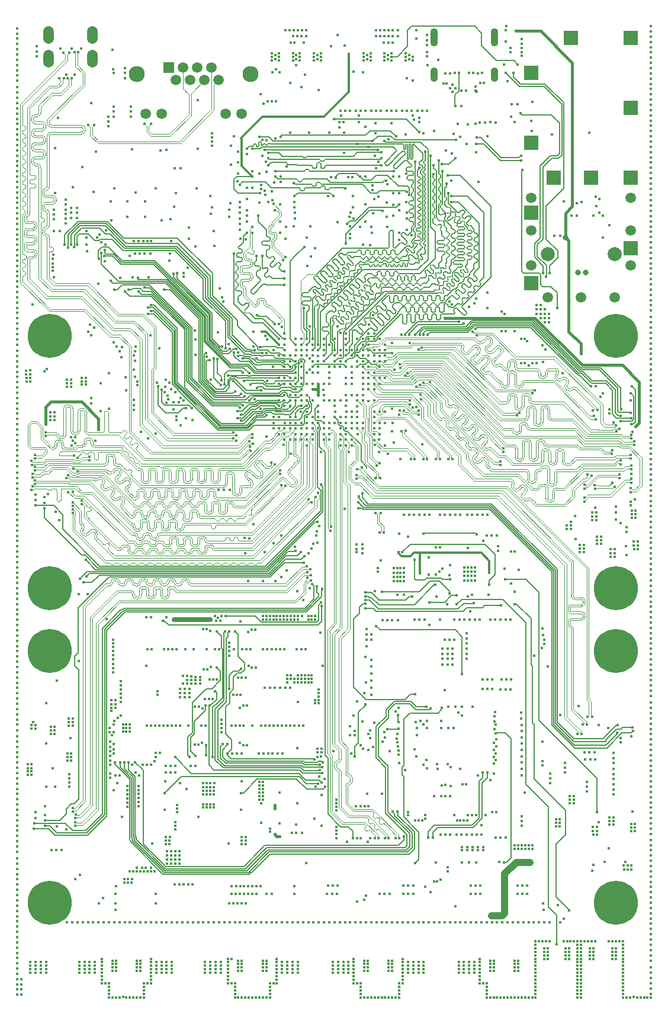
<source format=gbr>
%TF.GenerationSoftware,KiCad,Pcbnew,9.0.6-9.0.6~ubuntu22.04.1*%
%TF.CreationDate,2025-11-19T14:02:56+01:00*%
%TF.ProjectId,TRX055.01.01.PB.00.00,54525830-3535-42e3-9031-2e30312e5042,rev?*%
%TF.SameCoordinates,Original*%
%TF.FileFunction,Copper,L3,Inr*%
%TF.FilePolarity,Positive*%
%FSLAX46Y46*%
G04 Gerber Fmt 4.6, Leading zero omitted, Abs format (unit mm)*
G04 Created by KiCad (PCBNEW 9.0.6-9.0.6~ubuntu22.04.1) date 2025-11-19 14:02:56*
%MOMM*%
%LPD*%
G01*
G04 APERTURE LIST*
%TA.AperFunction,WasherPad*%
%ADD10C,2.000000*%
%TD*%
%TA.AperFunction,ComponentPad*%
%ADD11R,2.000000X2.000000*%
%TD*%
%TA.AperFunction,ComponentPad*%
%ADD12C,1.500000*%
%TD*%
%TA.AperFunction,ComponentPad*%
%ADD13C,6.300000*%
%TD*%
%TA.AperFunction,ComponentPad*%
%ADD14O,1.036000X2.100000*%
%TD*%
%TA.AperFunction,ComponentPad*%
%ADD15O,1.100000X2.600000*%
%TD*%
%TA.AperFunction,ComponentPad*%
%ADD16O,1.500000X2.550000*%
%TD*%
%TA.AperFunction,ComponentPad*%
%ADD17R,1.500000X1.500000*%
%TD*%
%TA.AperFunction,ComponentPad*%
%ADD18C,2.300000*%
%TD*%
%TA.AperFunction,ViaPad*%
%ADD19C,0.400000*%
%TD*%
%TA.AperFunction,ViaPad*%
%ADD20C,0.800000*%
%TD*%
%TA.AperFunction,Conductor*%
%ADD21C,0.200000*%
%TD*%
%TA.AperFunction,Conductor*%
%ADD22C,0.127000*%
%TD*%
%TA.AperFunction,Conductor*%
%ADD23C,0.100000*%
%TD*%
%TA.AperFunction,Conductor*%
%ADD24C,0.106400*%
%TD*%
%TA.AperFunction,Conductor*%
%ADD25C,0.107000*%
%TD*%
%TA.AperFunction,Conductor*%
%ADD26C,0.300000*%
%TD*%
%TA.AperFunction,Conductor*%
%ADD27C,0.400000*%
%TD*%
%TA.AperFunction,Conductor*%
%ADD28C,1.000000*%
%TD*%
%TA.AperFunction,Conductor*%
%ADD29C,0.700000*%
%TD*%
G04 APERTURE END LIST*
D10*
%TO.N,*%
%TO.C,J5*%
X145800000Y-63300000D03*
X136200000Y-63300000D03*
D11*
%TO.N,GND*%
X148125000Y-32400000D03*
X139550000Y-32400000D03*
X133875000Y-37400000D03*
X148125000Y-42400000D03*
X133875000Y-47400000D03*
X148125000Y-52400000D03*
X142450000Y-52400000D03*
X137050000Y-52400000D03*
D12*
X148125000Y-55200000D03*
X133875000Y-55200000D03*
D11*
X133875000Y-57400000D03*
D12*
X148125000Y-59900000D03*
X133875000Y-59900000D03*
D11*
X148125000Y-62400000D03*
D12*
X148125000Y-64900000D03*
X133875000Y-64900000D03*
D11*
X133875000Y-67400000D03*
D12*
X145800000Y-69500000D03*
X141000000Y-69500000D03*
X136200000Y-69500000D03*
%TD*%
D13*
%TO.N,GND*%
%TO.C,M1*%
X146000000Y-111000000D03*
X146000000Y-75000000D03*
%TD*%
D14*
%TO.N,GND*%
%TO.C,J9*%
X128600000Y-37660000D03*
X119960000Y-37660000D03*
D15*
X128600000Y-32300000D03*
X119960000Y-32300000D03*
%TD*%
D13*
%TO.N,GND*%
%TO.C,M2*%
X146000000Y-156000000D03*
X146000000Y-120000000D03*
%TD*%
%TO.N,GND*%
%TO.C,M4*%
X65000000Y-120000000D03*
X65000000Y-156000000D03*
%TD*%
%TO.N,GND*%
%TO.C,M3*%
X65000000Y-75000000D03*
X65000000Y-111000000D03*
%TD*%
D16*
%TO.N,GND*%
%TO.C,J7*%
X71100000Y-35360000D03*
X71100000Y-32000000D03*
X64900000Y-35360000D03*
X64900000Y-32000000D03*
%TD*%
D17*
%TO.N,/ETH_PHY_Metal/ETH_Pair3/MDI_P*%
%TO.C,J8*%
X82090000Y-36640000D03*
D12*
%TO.N,/ETH_PHY_Metal/ETH_Pair3/MDI_N*%
X83106000Y-38420000D03*
%TO.N,/ETH_PHY_Metal/ETH_Pair2/MDI_P*%
X84122000Y-36640000D03*
%TO.N,/ETH_PHY_Metal/ETH_Pair1/MDI_P*%
X85138000Y-38420000D03*
%TO.N,/ETH_PHY_Metal/ETH_Pair1/MDI_N*%
X86154000Y-36640000D03*
%TO.N,/ETH_PHY_Metal/ETH_Pair2/MDI_N*%
X87170000Y-38420000D03*
%TO.N,/ETH_PHY_Metal/ETH_Pair/MDI_P*%
X88186000Y-36640000D03*
%TO.N,/ETH_PHY_Metal/ETH_Pair/MDI_N*%
X89202000Y-38420000D03*
%TO.N,/ETH_PHY_Metal/nLED2*%
X78790000Y-43240000D03*
%TO.N,Net-(J8-Pad10)*%
X81080000Y-43240000D03*
%TO.N,/ETH_PHY_Metal/nLED1*%
X90220000Y-43240000D03*
%TO.N,Net-(J8-Pad12)*%
X92510000Y-43240000D03*
D18*
%TO.N,unconnected-(J8-PadSH)*%
X77520000Y-37530000D03*
X93780000Y-37530000D03*
%TD*%
D19*
%TO.N,/Clocking/EXT_REF_EN*%
X121550000Y-125640000D03*
X131020000Y-110340000D03*
%TO.N,Net-(C382-Pad2)*%
X131500000Y-111540000D03*
%TO.N,/Clocking/VDD_DIFF*%
X130080000Y-108260000D03*
%TO.N,Net-(R163-Pad1)*%
X132120000Y-108380000D03*
X120310000Y-112200000D03*
%TO.N,Net-(C382-Pad1)*%
X131500000Y-113300000D03*
%TO.N,+3V3*%
X72300000Y-85700000D03*
%TO.N,VDD_DDR*%
X107000000Y-44400000D03*
X106700000Y-43500000D03*
X109200000Y-43500000D03*
X109200000Y-44400000D03*
X111600000Y-44600000D03*
X113900000Y-44600000D03*
X116900000Y-43500000D03*
X117900000Y-43800000D03*
%TO.N,GND*%
X100400000Y-141800000D03*
X99700000Y-146000000D03*
X101100000Y-146000000D03*
X100300000Y-144800000D03*
X100300000Y-146000000D03*
%TO.N,+1V8*%
X110200000Y-120900000D03*
%TO.N,GND*%
X124800000Y-44760000D03*
X123400000Y-44700000D03*
%TO.N,VDD_5V5A*%
X74100000Y-118400000D03*
X74100000Y-118900000D03*
X74100000Y-119400000D03*
X74100000Y-120000000D03*
X74100000Y-120600000D03*
X74100000Y-121200000D03*
X74100000Y-121900000D03*
X74100000Y-122500000D03*
X74100000Y-123100000D03*
%TO.N,GND*%
X88500000Y-60000000D03*
X88200000Y-56600000D03*
X88100000Y-57500000D03*
%TO.N,VDD_DDR*%
X117900000Y-44400000D03*
X117100000Y-44100000D03*
%TO.N,GND*%
X118500000Y-46000000D03*
X120000000Y-45700000D03*
X122500000Y-48900000D03*
X123700000Y-46500000D03*
X124600000Y-47500000D03*
X126000000Y-48700000D03*
X127600000Y-68800000D03*
X126000000Y-69600000D03*
X125000000Y-70800000D03*
X125702571Y-70276855D03*
X89300000Y-68200000D03*
X101800000Y-60900000D03*
X103000000Y-62400000D03*
X102400000Y-63600000D03*
X101900000Y-65000000D03*
X147500000Y-106300000D03*
X147400000Y-105000000D03*
X147500000Y-103000000D03*
X147500000Y-102300000D03*
X146000000Y-101200000D03*
X146000000Y-100200000D03*
X148200000Y-94700000D03*
X129000000Y-103500000D03*
X128200000Y-103500000D03*
X127500000Y-103500000D03*
X145600000Y-138300000D03*
X145600000Y-137600000D03*
X145600000Y-139100000D03*
X145600000Y-136900000D03*
X145600000Y-139800000D03*
X145600000Y-140500000D03*
X98000000Y-125300000D03*
X98700000Y-125300000D03*
X97200000Y-125300000D03*
X99400000Y-125300000D03*
X96500000Y-125300000D03*
X95800000Y-125300000D03*
X81700000Y-115200000D03*
X79500000Y-115200000D03*
X78800000Y-115200000D03*
X118600000Y-115500000D03*
X120800000Y-115500000D03*
X117900000Y-115500000D03*
X117200000Y-115500000D03*
X114800000Y-115600000D03*
X114000000Y-115600000D03*
X113300000Y-115600000D03*
X112600000Y-115600000D03*
X129500000Y-115500000D03*
X130200000Y-115500000D03*
X128700000Y-115500000D03*
X130900000Y-115500000D03*
X128000000Y-115500000D03*
X125100000Y-115500000D03*
X125800000Y-115500000D03*
X124300000Y-115500000D03*
X126500000Y-115500000D03*
X123600000Y-115500000D03*
X122900000Y-115500000D03*
X122300000Y-100500000D03*
X123000000Y-100500000D03*
X121500000Y-100500000D03*
X123700000Y-100500000D03*
X120800000Y-100500000D03*
X117900000Y-100500000D03*
X118600000Y-100500000D03*
X117100000Y-100500000D03*
X119300000Y-100500000D03*
X116400000Y-100500000D03*
X115700000Y-100500000D03*
X126200000Y-100500000D03*
X126900000Y-100500000D03*
X125400000Y-100500000D03*
X127600000Y-100500000D03*
X124700000Y-100500000D03*
X117600000Y-42800000D03*
X118300000Y-42800000D03*
X116800000Y-42800000D03*
X119000000Y-42800000D03*
X116100000Y-42800000D03*
X115400000Y-42800000D03*
X113200000Y-42800000D03*
X113900000Y-42800000D03*
X112400000Y-42800000D03*
X114600000Y-42800000D03*
X111700000Y-42800000D03*
X111000000Y-42800000D03*
X110200000Y-42800000D03*
X109500000Y-42800000D03*
X108800000Y-42800000D03*
X108000000Y-42800000D03*
X107300000Y-42800000D03*
X106600000Y-42800000D03*
X63200000Y-35000000D03*
X63200000Y-34300000D03*
X63200000Y-33600000D03*
X75800000Y-38100000D03*
X75800000Y-37400000D03*
X75800000Y-36700000D03*
X73400000Y-43600000D03*
X73400000Y-44300000D03*
X73400000Y-45000000D03*
X74200000Y-43600000D03*
X74200000Y-42900000D03*
X74200000Y-42200000D03*
X76600000Y-43600000D03*
X76600000Y-42900000D03*
X76600000Y-42200000D03*
X65600000Y-58300000D03*
X65600000Y-57600000D03*
X65600000Y-56900000D03*
X68900000Y-58100000D03*
X68900000Y-57400000D03*
X68900000Y-56700000D03*
X68100000Y-58100000D03*
X68100000Y-57400000D03*
X68100000Y-56700000D03*
X67300000Y-58900000D03*
X67300000Y-58200000D03*
X67300000Y-57500000D03*
X67300000Y-55500000D03*
X67300000Y-56200000D03*
X67300000Y-56900000D03*
X132500000Y-143600000D03*
X132500000Y-144300000D03*
X132500000Y-145000000D03*
X126800000Y-146300000D03*
X126100000Y-146300000D03*
X125400000Y-146300000D03*
X124600000Y-146300000D03*
X123900000Y-146300000D03*
X123200000Y-146300000D03*
X122300000Y-146300000D03*
X121600000Y-146300000D03*
X120900000Y-146300000D03*
X128300000Y-125400000D03*
X127600000Y-125400000D03*
X126900000Y-125400000D03*
X128300000Y-124100000D03*
X127600000Y-124100000D03*
X126900000Y-124100000D03*
X130900000Y-125500000D03*
X130200000Y-125500000D03*
X129500000Y-125500000D03*
X131000000Y-124100000D03*
X130300000Y-124100000D03*
X129600000Y-124100000D03*
X124600000Y-117500000D03*
X124600000Y-118200000D03*
X124600000Y-118900000D03*
X124600000Y-119700000D03*
X124600000Y-120400000D03*
X124600000Y-121100000D03*
X122600000Y-122000000D03*
X121900000Y-122000000D03*
X121200000Y-122000000D03*
X122600000Y-121100000D03*
X121900000Y-121100000D03*
X121200000Y-121100000D03*
X122600000Y-120400000D03*
X121900000Y-120400000D03*
X121200000Y-120400000D03*
X122600000Y-119700000D03*
X121900000Y-119700000D03*
X121200000Y-119700000D03*
X122900000Y-118400000D03*
X122200000Y-118400000D03*
X121500000Y-118400000D03*
X138700000Y-136000000D03*
X138700000Y-136700000D03*
X138700000Y-137400000D03*
X136600000Y-137500000D03*
X136600000Y-138200000D03*
X136600000Y-138900000D03*
X141800000Y-138700000D03*
X141800000Y-139400000D03*
X141800000Y-140100000D03*
X145600000Y-134600000D03*
X145600000Y-135300000D03*
X145600000Y-136000000D03*
X143000000Y-135500000D03*
X142300000Y-135500000D03*
X141600000Y-135500000D03*
X142900000Y-134500000D03*
X142200000Y-134500000D03*
X141500000Y-134500000D03*
X133300000Y-154700000D03*
X132600000Y-154700000D03*
X131900000Y-154700000D03*
X133300000Y-153500000D03*
X132600000Y-153500000D03*
X131900000Y-153500000D03*
X126600000Y-154700000D03*
X125900000Y-154700000D03*
X125200000Y-154700000D03*
X126600000Y-153500000D03*
X125900000Y-153500000D03*
X125200000Y-153500000D03*
X113600000Y-154700000D03*
X112900000Y-154700000D03*
X112200000Y-154700000D03*
X117000000Y-154700000D03*
X116300000Y-154700000D03*
X115600000Y-154700000D03*
X117000000Y-153500000D03*
X116300000Y-153500000D03*
X115600000Y-153500000D03*
X106100000Y-154700000D03*
X105400000Y-154700000D03*
X104700000Y-154700000D03*
X106200000Y-153500000D03*
X105500000Y-153500000D03*
X104800000Y-153500000D03*
X66700000Y-148500000D03*
X66000000Y-148500000D03*
X65300000Y-148500000D03*
X85900000Y-136400000D03*
X85200000Y-136400000D03*
X83000000Y-137400000D03*
X82300000Y-137400000D03*
X81600000Y-137400000D03*
X83000000Y-136400000D03*
X82300000Y-136400000D03*
X81600000Y-136400000D03*
X92500000Y-134700000D03*
X91800000Y-134700000D03*
X91100000Y-134700000D03*
X96300000Y-134700000D03*
X95600000Y-134700000D03*
X94900000Y-134700000D03*
X96900000Y-134700000D03*
X97600000Y-134700000D03*
X98300000Y-134700000D03*
X105600000Y-134300000D03*
X108100000Y-134700000D03*
X109500000Y-133500000D03*
X111300000Y-133700000D03*
X108000000Y-132000000D03*
X108000000Y-130750000D03*
X108500000Y-129250000D03*
X109000000Y-127250000D03*
X110000000Y-126000000D03*
X111000000Y-126250000D03*
X111000000Y-125250000D03*
X111000000Y-124250000D03*
X111000000Y-123250000D03*
X111000000Y-122250000D03*
X111000000Y-121250000D03*
X151000000Y-108300000D03*
X138750000Y-162500000D03*
X114200000Y-109400000D03*
X98491999Y-90559369D03*
X124250000Y-165500000D03*
X110600000Y-77800000D03*
X151000000Y-46450000D03*
X81280000Y-130680000D03*
X60400000Y-126800000D03*
X92250000Y-56600000D03*
X60400000Y-72450000D03*
X95250000Y-158750000D03*
X83250000Y-143000000D03*
X90700000Y-120050000D03*
X151000000Y-142400000D03*
X60400000Y-38500000D03*
X145500000Y-162500000D03*
X118500000Y-158750000D03*
X60400000Y-143450000D03*
X110300000Y-117600000D03*
X83100000Y-54600000D03*
X71500000Y-164500000D03*
X60400000Y-139700000D03*
X100025000Y-153636500D03*
X60400000Y-117800000D03*
X78600000Y-63200000D03*
X107196000Y-33521000D03*
X124800000Y-108700000D03*
X99750000Y-165500000D03*
X108000000Y-158750000D03*
X100100000Y-57400000D03*
X74000000Y-164250000D03*
X60400000Y-58200000D03*
X103400000Y-88200000D03*
X69500000Y-33900000D03*
X105000000Y-158750000D03*
X60400000Y-157900000D03*
X102200000Y-78200000D03*
X60400000Y-82350000D03*
X83600000Y-153400000D03*
X151000000Y-150000000D03*
X136000000Y-161500000D03*
X140000000Y-161500000D03*
X73500000Y-169000000D03*
X60400000Y-104300000D03*
X99000000Y-166000000D03*
X81990000Y-119750000D03*
X127500000Y-169000000D03*
X88000000Y-165000000D03*
X83250000Y-158750000D03*
X107109000Y-48800000D03*
X135650000Y-157000000D03*
X117250000Y-144250000D03*
X112100000Y-91550000D03*
X74200000Y-133300000D03*
X82500000Y-165500000D03*
X83250000Y-142500000D03*
X101700000Y-31300000D03*
X151000000Y-153750000D03*
X67800000Y-138800000D03*
X146000000Y-163500000D03*
X69161500Y-121425000D03*
X131500000Y-164250000D03*
X138996737Y-161496737D03*
X73750000Y-55750000D03*
X60400000Y-126050000D03*
X98700000Y-31300000D03*
X151000000Y-30700000D03*
X87000000Y-158750000D03*
X132000000Y-164750000D03*
X151000000Y-118950000D03*
X83600000Y-148600000D03*
X128000000Y-165250000D03*
X92500000Y-164250000D03*
X100400000Y-32100000D03*
X91000000Y-153600000D03*
X151000000Y-162750000D03*
X106250000Y-166000000D03*
X60400000Y-152650000D03*
X136250000Y-164000000D03*
X130000000Y-169500000D03*
X141000000Y-162000000D03*
X124300000Y-108100000D03*
X88600000Y-62100000D03*
X76100000Y-140500000D03*
X119000000Y-131000000D03*
X108200000Y-86600000D03*
X123750000Y-158750000D03*
X60400000Y-115550000D03*
X140500000Y-165500000D03*
X109000000Y-83410000D03*
X60400000Y-106550000D03*
X93999747Y-169499999D03*
X150000000Y-169500000D03*
X145500000Y-161500000D03*
X97500000Y-166500000D03*
X132000000Y-164250000D03*
X133500000Y-79200000D03*
X60400000Y-135200000D03*
X78000000Y-164750000D03*
X102800000Y-35600000D03*
X138750000Y-164000000D03*
X95180754Y-85363500D03*
X60400000Y-132200000D03*
X114700000Y-109400000D03*
X98100000Y-103500000D03*
X77340000Y-76490000D03*
X109900000Y-35600000D03*
X92300000Y-126250000D03*
X151000000Y-57100000D03*
X107000000Y-165000000D03*
X118500000Y-136250000D03*
X90500000Y-166500000D03*
X96750000Y-158750000D03*
X151000000Y-69100000D03*
X68600000Y-37600000D03*
X62250000Y-166000000D03*
X151000000Y-165250000D03*
X100500000Y-165500000D03*
X151000000Y-101550000D03*
X98100000Y-109400000D03*
X77100000Y-61400000D03*
X151000000Y-106800000D03*
X96000000Y-164750000D03*
X111700000Y-31300000D03*
X151000000Y-89550000D03*
X151000000Y-133400000D03*
X128500000Y-164750000D03*
X116250000Y-165500000D03*
X96750000Y-119750000D03*
X73500000Y-158750000D03*
X151000000Y-69850000D03*
X60400000Y-42450000D03*
X147000000Y-165000000D03*
X151000000Y-126450000D03*
X60400000Y-163150000D03*
X140500000Y-161500000D03*
X105025000Y-45920000D03*
X87250000Y-164500000D03*
X60400000Y-93600000D03*
X77500000Y-165750000D03*
X80250000Y-165500000D03*
X134000000Y-169500000D03*
X92000000Y-165750000D03*
X151000000Y-130400000D03*
X151000000Y-137900000D03*
X92000000Y-164750000D03*
X135000000Y-161500000D03*
X127500000Y-169500000D03*
X60400000Y-63450000D03*
X151000000Y-120450000D03*
X91630000Y-130690000D03*
X83000000Y-145500000D03*
X92250000Y-59800000D03*
X60400000Y-51450000D03*
X117750000Y-166000000D03*
X151000000Y-73050000D03*
X140500000Y-162000000D03*
X93000000Y-106000000D03*
X62250000Y-165000000D03*
X126500000Y-167500000D03*
X84200000Y-153400000D03*
X91700000Y-153600000D03*
X145500000Y-163000000D03*
X110250000Y-158750000D03*
X115900000Y-35600000D03*
X79500000Y-165500000D03*
X107750000Y-165000000D03*
X70250000Y-61900000D03*
X108288596Y-52290000D03*
X112525000Y-140375000D03*
X77500000Y-169500000D03*
X93150000Y-119750000D03*
X141000000Y-169500000D03*
X125750000Y-165500000D03*
X60400000Y-154900000D03*
X109900000Y-35100000D03*
X99400000Y-38800000D03*
X125750000Y-166000000D03*
X103800000Y-35100000D03*
X113000000Y-87400000D03*
X134492774Y-166997087D03*
X65550000Y-63375000D03*
X60400000Y-123050000D03*
X135750000Y-164000000D03*
X151000000Y-33700000D03*
X60400000Y-47700000D03*
X101000000Y-39400000D03*
X79500000Y-166000000D03*
X114000000Y-85400000D03*
X60400000Y-70200000D03*
X151000000Y-32200000D03*
X151000000Y-169000000D03*
X151000000Y-147000000D03*
X101280000Y-130690000D03*
X74500000Y-165750000D03*
X79500000Y-167000000D03*
X147000000Y-168500000D03*
X88000000Y-142400000D03*
X63000000Y-165500000D03*
X107750000Y-165500000D03*
X60400000Y-128300000D03*
X78500000Y-168000000D03*
X78000000Y-165750000D03*
X64500000Y-164500000D03*
X70000000Y-165500000D03*
X113500000Y-169500000D03*
X98250000Y-166000000D03*
X78500000Y-167500000D03*
X141000000Y-168000000D03*
X99750000Y-166000000D03*
X115900000Y-34600000D03*
X93000000Y-169500000D03*
X87250000Y-165000000D03*
X112050000Y-55050000D03*
X60400000Y-165400000D03*
X67400000Y-37600000D03*
X60400000Y-112550000D03*
X107000000Y-165500000D03*
X125800000Y-109900000D03*
X151000000Y-167500000D03*
X60400000Y-94525000D03*
X138750000Y-163000000D03*
X96000000Y-158750000D03*
X88905000Y-124065000D03*
X134500000Y-163000000D03*
X60400000Y-99050000D03*
X60400000Y-64200000D03*
X121500000Y-158750000D03*
X134500000Y-169000000D03*
X127500000Y-167500000D03*
X70000000Y-164500000D03*
X140500000Y-169500000D03*
X81750000Y-158750000D03*
X139250000Y-163500000D03*
X146000000Y-163000000D03*
X135750000Y-163000000D03*
X74500000Y-169500000D03*
X140375000Y-55975000D03*
X151000000Y-141650000D03*
X60400000Y-92100000D03*
X116400000Y-35400000D03*
X72500000Y-167500000D03*
X91500000Y-168500000D03*
X60400000Y-67200000D03*
X77100000Y-85550000D03*
X151000000Y-161250000D03*
X60400000Y-141200000D03*
X60400000Y-105050000D03*
X130900000Y-33850000D03*
X151000000Y-127375000D03*
X60400000Y-95300000D03*
X134500000Y-164500000D03*
X151000000Y-115950000D03*
X60400000Y-153400000D03*
X123500000Y-164500000D03*
X60400000Y-148700000D03*
X120200000Y-109100000D03*
X60400000Y-101300000D03*
X78000000Y-165250000D03*
X82500000Y-158750000D03*
X91500000Y-168000000D03*
X151000000Y-52450000D03*
X84800000Y-65200000D03*
X60400000Y-50700000D03*
X151000000Y-124950000D03*
X96500000Y-169500000D03*
X106479000Y-45173000D03*
X151000000Y-50950000D03*
X114000000Y-158750000D03*
X151000000Y-152250000D03*
X102750000Y-158750000D03*
X88500000Y-142400000D03*
X125375000Y-143475000D03*
X60400000Y-66450000D03*
X126500000Y-166000000D03*
X106250000Y-165000000D03*
X72668199Y-155356801D03*
X151000000Y-91050000D03*
X60400000Y-34750000D03*
X116250000Y-166000000D03*
X139250000Y-163000000D03*
X118500000Y-130500000D03*
X95500000Y-164750000D03*
X95200000Y-153600000D03*
X70750000Y-165500000D03*
X81390000Y-119750000D03*
X108000000Y-60400000D03*
X116250000Y-143500000D03*
X114700000Y-108800000D03*
X60400000Y-154150000D03*
X89600000Y-130400000D03*
X87000000Y-142400000D03*
X60400000Y-73950000D03*
X82400000Y-149200000D03*
X147000000Y-164000000D03*
X144350000Y-150150000D03*
X125150000Y-114300000D03*
X60400000Y-41700000D03*
X151000000Y-82050000D03*
X77500000Y-164750000D03*
X133500000Y-169500000D03*
X92000000Y-48600000D03*
X60400000Y-83100000D03*
X83600000Y-149200000D03*
X73700000Y-138100000D03*
X60400000Y-43950000D03*
X108500000Y-164500000D03*
X83000000Y-145000000D03*
X127000000Y-167500000D03*
X146000000Y-162500000D03*
X80200000Y-156100000D03*
X151000000Y-103050000D03*
X147300000Y-150150000D03*
X115700000Y-108200000D03*
X98250000Y-158750000D03*
X131500000Y-164750000D03*
X100030000Y-130690000D03*
X134500000Y-168000000D03*
X129500000Y-146700000D03*
X60400000Y-144950000D03*
X75200000Y-129200000D03*
X77100000Y-84150000D03*
X73700000Y-133700000D03*
X87500000Y-140500000D03*
X81800000Y-149200000D03*
X108500000Y-166500000D03*
X101000000Y-119750000D03*
X140500000Y-163500000D03*
X110300000Y-119300000D03*
X85590000Y-119750000D03*
X116078596Y-59800000D03*
X75200000Y-124900000D03*
X98600000Y-76200000D03*
X99400000Y-78600000D03*
X151000000Y-77550000D03*
X151000000Y-114450000D03*
X125300000Y-109900000D03*
X121600000Y-140725000D03*
X60400000Y-79350000D03*
X116100000Y-38100000D03*
X60400000Y-88350000D03*
X110000000Y-165250000D03*
X151000000Y-159750000D03*
X60400000Y-84600000D03*
X60400000Y-160150000D03*
X60400000Y-75450000D03*
X60400000Y-48450000D03*
X124800000Y-109900000D03*
X90500000Y-165500000D03*
X151000000Y-45700000D03*
X81750000Y-165000000D03*
X101600000Y-119750000D03*
X120000000Y-140750000D03*
X90500000Y-164000000D03*
X96900000Y-37300000D03*
X109000000Y-86600000D03*
X72500000Y-164500000D03*
X133000000Y-169500000D03*
X95500000Y-169500000D03*
X151000000Y-90300000D03*
X111400000Y-130250000D03*
X151000000Y-134150000D03*
X151000000Y-154500000D03*
X91500000Y-167500000D03*
X145050000Y-59150000D03*
X73700000Y-137500000D03*
X60400000Y-137450000D03*
X151000000Y-85050000D03*
X68250000Y-158750000D03*
X108200000Y-87400000D03*
X60400000Y-37000000D03*
X101800001Y-81800000D03*
X131000000Y-169500000D03*
X151000000Y-86550000D03*
X60400000Y-122300000D03*
X60400000Y-54450000D03*
X69250000Y-166000000D03*
X151000000Y-91800000D03*
X151000000Y-95550000D03*
X90750000Y-158750000D03*
X87500000Y-142400000D03*
X97500000Y-166000000D03*
X82400000Y-150400000D03*
X135600000Y-156100000D03*
X140500000Y-162500000D03*
X109500000Y-169500000D03*
X92800000Y-153600000D03*
X151000000Y-146200000D03*
X60400000Y-86100000D03*
X60400000Y-32500000D03*
X88500000Y-140000000D03*
X89500000Y-166000000D03*
X151000000Y-128900000D03*
X60400000Y-135950000D03*
X82590000Y-119750000D03*
X69250000Y-164500000D03*
X124000000Y-128000000D03*
X151000000Y-88050000D03*
X64500000Y-139400000D03*
X151000000Y-34450000D03*
X87750000Y-158750000D03*
X60400000Y-55950000D03*
X135750000Y-163500000D03*
X97000000Y-104600000D03*
X78990000Y-119750000D03*
X113500000Y-164750000D03*
X92000000Y-165250000D03*
X90700000Y-156100000D03*
X60400000Y-119300000D03*
X124250000Y-144250000D03*
X88494779Y-141898241D03*
X151000000Y-82800000D03*
X60400000Y-31750000D03*
X125000000Y-164500000D03*
X134500000Y-168500000D03*
X122250000Y-158750000D03*
X122200000Y-109200000D03*
X142250000Y-163000000D03*
X147000000Y-166000000D03*
X73700000Y-133000000D03*
X92230000Y-130690000D03*
X126500000Y-165500000D03*
X151000000Y-153000000D03*
X61000000Y-169100000D03*
X79500000Y-165000000D03*
X122250000Y-140750000D03*
X111000000Y-117600000D03*
X113500000Y-31300000D03*
X81800000Y-149788627D03*
X92000000Y-51800000D03*
X141000000Y-164500000D03*
X151000000Y-72275000D03*
X78900000Y-136300000D03*
X60400000Y-35500000D03*
X129000000Y-169500000D03*
X128000000Y-164750000D03*
X110850000Y-131350000D03*
X108500000Y-164000000D03*
X100680000Y-130690000D03*
X114000000Y-164250000D03*
X90500000Y-167000000D03*
X118750000Y-143500000D03*
X107250000Y-158750000D03*
X145000000Y-161500000D03*
X130500000Y-169500000D03*
X110400000Y-35400000D03*
X144150000Y-60950000D03*
X146500000Y-161500000D03*
X93400000Y-110000000D03*
X140500000Y-166000000D03*
X60400000Y-108050000D03*
X74800000Y-129600000D03*
X90500000Y-167500000D03*
X60400000Y-61200000D03*
X98200002Y-73700000D03*
X138500000Y-158250000D03*
X74500000Y-164750000D03*
X108378596Y-56636500D03*
X99750000Y-165000000D03*
X96046000Y-51524000D03*
X78500000Y-169500000D03*
X114200000Y-110000000D03*
X115500000Y-166000000D03*
X78500000Y-169000000D03*
X60400000Y-167650000D03*
X109800000Y-37300000D03*
X77700000Y-141000000D03*
X92500000Y-164750000D03*
X142559314Y-151459314D03*
X105008000Y-81786000D03*
X151000000Y-49450000D03*
X151000000Y-132650000D03*
X151000000Y-155250000D03*
X132000000Y-169500000D03*
X101250000Y-158750000D03*
X142750000Y-162500000D03*
X128500000Y-165750000D03*
X151000000Y-111450000D03*
X111000000Y-158750000D03*
X98000000Y-60200000D03*
X151000000Y-123450000D03*
X111500000Y-169500000D03*
X99300000Y-31300000D03*
X114000000Y-169500000D03*
X123500000Y-166000000D03*
X108750000Y-158750000D03*
X124300000Y-109900000D03*
X110400000Y-140375000D03*
X67800000Y-139400000D03*
X122000000Y-131000000D03*
X151000000Y-74550000D03*
X137659314Y-156359314D03*
X121000000Y-131000000D03*
X151000000Y-112200000D03*
X151000000Y-41200000D03*
X97800000Y-81800000D03*
X117500000Y-132000000D03*
X127500000Y-168500000D03*
X92300000Y-153600000D03*
X77250000Y-158750000D03*
X71250000Y-158750000D03*
X60400000Y-34000000D03*
X105246000Y-33536000D03*
X78650000Y-55750000D03*
X141000000Y-165500000D03*
X128500000Y-165250000D03*
X116400000Y-34800000D03*
X63750000Y-164500000D03*
X151000000Y-50200000D03*
X115500000Y-167000000D03*
X101000000Y-32100000D03*
X86250000Y-158750000D03*
X115900000Y-35100000D03*
X84000000Y-158750000D03*
X80080000Y-130680000D03*
X125800000Y-108100000D03*
X75200000Y-124300000D03*
X151000000Y-83550000D03*
X60400000Y-71700000D03*
X60400000Y-117050000D03*
X95000000Y-169500000D03*
X104200000Y-77000000D03*
X151000000Y-66850000D03*
X116250000Y-164500000D03*
X100500000Y-165000000D03*
X134250000Y-158750000D03*
X60400000Y-56700000D03*
X110178596Y-58600000D03*
X95230000Y-130690000D03*
X74500000Y-164250000D03*
X60400000Y-45450000D03*
X65800000Y-139400000D03*
X114700000Y-110000000D03*
X60400000Y-162400000D03*
X147000000Y-164500000D03*
X133500000Y-158750000D03*
X132000000Y-165250000D03*
X73700000Y-135700000D03*
X97500000Y-158750000D03*
X60400000Y-46200000D03*
X63750000Y-165500000D03*
X60400000Y-131350000D03*
X88000000Y-138900000D03*
X151000000Y-71350000D03*
X60400000Y-132950000D03*
X98230000Y-130690000D03*
X125500000Y-128000000D03*
X89250000Y-158750000D03*
X105500000Y-166000000D03*
X60400000Y-123800000D03*
X128000000Y-165750000D03*
X60400000Y-111050000D03*
X114000000Y-165250000D03*
X88000000Y-141900000D03*
X111245000Y-71993000D03*
X116900000Y-35600000D03*
X79500000Y-164000000D03*
X70750000Y-166000000D03*
X60400000Y-33250000D03*
X96000000Y-164250000D03*
X114200000Y-108200000D03*
X74400000Y-137800000D03*
X124250000Y-164500000D03*
X151000000Y-168250000D03*
X77700000Y-142200000D03*
X77700000Y-139900000D03*
X151000000Y-129650000D03*
X77200000Y-63200000D03*
X117750000Y-165000000D03*
X117000000Y-165000000D03*
X115000000Y-168500000D03*
X134500000Y-169500000D03*
X151000000Y-70600000D03*
X127600000Y-46400000D03*
X60400000Y-68700000D03*
X88000000Y-165500000D03*
X151000000Y-151500000D03*
X118500000Y-165500000D03*
X151000000Y-57850000D03*
X147000000Y-162000000D03*
X60400000Y-151900000D03*
X89600000Y-129800000D03*
X115200000Y-110000000D03*
X80680000Y-130680000D03*
X70488500Y-111850000D03*
X151000000Y-128150000D03*
X122325000Y-136600000D03*
X102800000Y-34600000D03*
X151000000Y-160500000D03*
X109000000Y-167500000D03*
X151000000Y-102300000D03*
X116078596Y-58200000D03*
X141000000Y-166000000D03*
X98250000Y-164500000D03*
X60400000Y-39425000D03*
X60400000Y-102800000D03*
X87250000Y-165500000D03*
X102600000Y-84200000D03*
X87452000Y-119736000D03*
X91000000Y-154700000D03*
X60400000Y-81600000D03*
X115000000Y-169500000D03*
X151000000Y-121200000D03*
X77100000Y-84900000D03*
X114100000Y-32100000D03*
X105800000Y-87400000D03*
X151000000Y-78300000D03*
X100025000Y-154761500D03*
X79000000Y-167500000D03*
X60400000Y-111800000D03*
X106250000Y-165500000D03*
X79590000Y-119750000D03*
X110400000Y-34800000D03*
X99000000Y-158750000D03*
X131500000Y-44400000D03*
X90000000Y-158750000D03*
X125300000Y-109300000D03*
X98250000Y-165500000D03*
X110600000Y-81000000D03*
X122825000Y-143475000D03*
X111700000Y-32100000D03*
X121000000Y-130000000D03*
X81880000Y-130680000D03*
X140500000Y-165000000D03*
X97500000Y-164000000D03*
X116250000Y-158750000D03*
X106600000Y-90600000D03*
X70000000Y-166000000D03*
X82400000Y-148600000D03*
X97400000Y-36900000D03*
X75496490Y-169496737D03*
X130500000Y-158750000D03*
X151000000Y-40450000D03*
X147000000Y-169500000D03*
X139250000Y-164000000D03*
X91500000Y-169000000D03*
X60400000Y-52200000D03*
X125750000Y-164500000D03*
X112500000Y-158750000D03*
X119000000Y-32700000D03*
X94500000Y-169500000D03*
X98900000Y-108500000D03*
X112144010Y-89798655D03*
X91999328Y-169499328D03*
X141000000Y-161500000D03*
X82500000Y-164500000D03*
X99750000Y-158750000D03*
X151000000Y-105300000D03*
X142250000Y-162500000D03*
X151000000Y-164250000D03*
X60400000Y-60450000D03*
X95864000Y-54792000D03*
X83600000Y-149800000D03*
X95500000Y-165750000D03*
X114750000Y-158750000D03*
X89240000Y-119750000D03*
X142250000Y-163500000D03*
X99000000Y-165500000D03*
X108494982Y-166996737D03*
X149500000Y-169500000D03*
X109500000Y-168000000D03*
X151000000Y-47950000D03*
X100200000Y-87400000D03*
X92200000Y-154700000D03*
X83250000Y-142000000D03*
X82500000Y-166000000D03*
X120250000Y-150250000D03*
X106500000Y-158750000D03*
X103500000Y-158750000D03*
X132000000Y-165750000D03*
X60400000Y-36250000D03*
X114800000Y-31300000D03*
X76150000Y-55750000D03*
X60400000Y-166900000D03*
X60400000Y-100550000D03*
X118000000Y-130000000D03*
X97500000Y-165000000D03*
X115700000Y-109400000D03*
X125900000Y-44700000D03*
X125300000Y-108100000D03*
X60400000Y-120050000D03*
X129100000Y-105700000D03*
X81000000Y-165000000D03*
X131500000Y-165750000D03*
X60400000Y-46950000D03*
X79500000Y-167500000D03*
X75000000Y-137800000D03*
X146989964Y-163010035D03*
X151000000Y-150750000D03*
X70500000Y-158750000D03*
X87250000Y-166000000D03*
X142200000Y-45900000D03*
X107400000Y-85000000D03*
X141000000Y-164000000D03*
X74250000Y-158750000D03*
X74500000Y-165250000D03*
X60400000Y-151150000D03*
X151000000Y-47200000D03*
X124250000Y-165000000D03*
X78000000Y-169500000D03*
X147000000Y-167500000D03*
X64500000Y-165500000D03*
X108500000Y-166000000D03*
X151000000Y-31450000D03*
X60400000Y-78600000D03*
X140500000Y-168500000D03*
X131500000Y-74250000D03*
X115000000Y-167500000D03*
X60400000Y-44700000D03*
X77700000Y-61400000D03*
X147000000Y-161500000D03*
X123500000Y-165500000D03*
X115500000Y-158750000D03*
X140500000Y-168000000D03*
X91750000Y-126250000D03*
X60400000Y-144200000D03*
X79000000Y-61400000D03*
X88000000Y-140000000D03*
X101500000Y-37600000D03*
X151000000Y-137150000D03*
X109900000Y-34600000D03*
X126250000Y-137750000D03*
X151000000Y-138650000D03*
X114000000Y-88599999D03*
X96500000Y-168500000D03*
X151000000Y-122700000D03*
X118500000Y-166000000D03*
X60400000Y-146450000D03*
X60400000Y-166150000D03*
X63750000Y-166000000D03*
X96990000Y-79399000D03*
X115500000Y-165500000D03*
X84880000Y-130680000D03*
X151000000Y-94050000D03*
X141000000Y-169000000D03*
X76500000Y-169500000D03*
X94000000Y-53800000D03*
X151000000Y-53200000D03*
X118500000Y-164500000D03*
X141000000Y-167500000D03*
X113500000Y-164250000D03*
X73500000Y-168500000D03*
X115000000Y-168000000D03*
X72053186Y-156046814D03*
X142250000Y-164000000D03*
X102600001Y-81800000D03*
X78880000Y-130680000D03*
X60400000Y-147200000D03*
X60400000Y-156400000D03*
X79500000Y-166500000D03*
X68640686Y-152634314D03*
X151000000Y-156750000D03*
X145500000Y-163500000D03*
X125800000Y-108700000D03*
X125000000Y-165500000D03*
X60400000Y-49200000D03*
X104250000Y-158750000D03*
X110000000Y-164750000D03*
X110500000Y-169500000D03*
X145500000Y-164000000D03*
X116250000Y-165000000D03*
X123500000Y-165000000D03*
X128000000Y-169500000D03*
X74000000Y-169500000D03*
X73500000Y-168000000D03*
X88750000Y-165500000D03*
X151000000Y-163500000D03*
X60400000Y-96050000D03*
X151000000Y-166750000D03*
X67800000Y-137600000D03*
X102000000Y-158750000D03*
X72000000Y-158750000D03*
X77500000Y-164250000D03*
X117000000Y-164500000D03*
X88750000Y-165000000D03*
X151000000Y-96300000D03*
X151000000Y-147750000D03*
X119250000Y-158750000D03*
X93500000Y-169500000D03*
X130900000Y-34400000D03*
X107000000Y-164500000D03*
X114500000Y-169500000D03*
X83000000Y-149200000D03*
X80200000Y-135200000D03*
X110900000Y-34600000D03*
X91500000Y-169500000D03*
X131500000Y-165250000D03*
X136250000Y-163000000D03*
X129500000Y-169500000D03*
X84390000Y-119750000D03*
X76500000Y-63500000D03*
X124300000Y-109300000D03*
X60400000Y-160900000D03*
X87000000Y-140000000D03*
X60400000Y-114800000D03*
X60400000Y-53700000D03*
X107750000Y-164500000D03*
X62250000Y-164500000D03*
X87000000Y-139500000D03*
X135750000Y-158750000D03*
X151000000Y-35950000D03*
X93200000Y-57800000D03*
X80250000Y-164500000D03*
X151000000Y-99300000D03*
X83000000Y-149800000D03*
X135750000Y-162500000D03*
X136250000Y-162500000D03*
X92550000Y-119750000D03*
X93200000Y-57000000D03*
X88405000Y-124065000D03*
X97630000Y-130690000D03*
X122350000Y-139337500D03*
X82800000Y-56500000D03*
X151000000Y-67600000D03*
X132750000Y-158750000D03*
X136250000Y-163500000D03*
X151000000Y-65350000D03*
X88500000Y-140500000D03*
X60400000Y-138950000D03*
X101400000Y-33100000D03*
X151000000Y-97800000D03*
X92000000Y-164250000D03*
X77000000Y-169500000D03*
X62250000Y-165500000D03*
X79500000Y-61400000D03*
X121000000Y-140750000D03*
X105500000Y-164500000D03*
X65600000Y-66590000D03*
X131250000Y-158750000D03*
X151000000Y-116700000D03*
X147000000Y-163500000D03*
X96800000Y-154700000D03*
X99430000Y-130690000D03*
X151000000Y-97050000D03*
X151000000Y-56350000D03*
X134500000Y-163500000D03*
X79400000Y-63200000D03*
X128500000Y-169500000D03*
X151000000Y-38950000D03*
X70000000Y-165000000D03*
X89500000Y-164500000D03*
X100500000Y-158750000D03*
X80000000Y-135800000D03*
X105500000Y-165500000D03*
X113000000Y-169500000D03*
X83000000Y-150400000D03*
X79480000Y-130680000D03*
X151000000Y-134900000D03*
X136500000Y-161500000D03*
X115700000Y-110000000D03*
X96150000Y-119750000D03*
X97030000Y-130690000D03*
X101000000Y-75400000D03*
X119000000Y-130000000D03*
X65800000Y-54600000D03*
X151000000Y-54000000D03*
X140488450Y-167494174D03*
X84900000Y-59450000D03*
X76800000Y-136300000D03*
X74200000Y-134100000D03*
X60400000Y-96800000D03*
X80720000Y-76740000D03*
X75200000Y-126700000D03*
X113500000Y-33100000D03*
X111000000Y-118400000D03*
X95739000Y-105844000D03*
X60400000Y-145700000D03*
X82400000Y-149800000D03*
X60400000Y-109550000D03*
X84750000Y-158750000D03*
X102220000Y-79770000D03*
X151000000Y-110700000D03*
X60400000Y-61950000D03*
X151000000Y-79050000D03*
X96000000Y-169500000D03*
X60400000Y-134450000D03*
X115500000Y-166500000D03*
X138000000Y-158750000D03*
X151000000Y-169500000D03*
X109500000Y-167500000D03*
X134500000Y-165500000D03*
X71300000Y-54400000D03*
X118750000Y-144000000D03*
X63000000Y-166000000D03*
X125300000Y-108700000D03*
X100500000Y-164500000D03*
X97497573Y-166968976D03*
X95500000Y-165250000D03*
X60400000Y-74700000D03*
X141000000Y-162500000D03*
X73500000Y-167500000D03*
X99500000Y-33100000D03*
X103400000Y-79400000D03*
X75000000Y-158750000D03*
X138750000Y-163500000D03*
X151000000Y-93300000D03*
X151000000Y-131900000D03*
X151000000Y-73800000D03*
X151000000Y-100800000D03*
X75200000Y-126100000D03*
X101000000Y-84200000D03*
X92250000Y-158750000D03*
X108500000Y-165500000D03*
X91250000Y-126250000D03*
X107000000Y-166000000D03*
X147000000Y-162500000D03*
X60400000Y-57450000D03*
X60400000Y-121550000D03*
X109500000Y-158750000D03*
X84840336Y-153404989D03*
X63000000Y-164500000D03*
X116000000Y-51800000D03*
X115000000Y-169000000D03*
X91000000Y-164000000D03*
X60400000Y-73200000D03*
X60400000Y-52950000D03*
X84950000Y-61050000D03*
X126000000Y-143475000D03*
X151000000Y-32950000D03*
X93000000Y-158750000D03*
X60400000Y-150400000D03*
X125750000Y-165000000D03*
X78400000Y-61400000D03*
X140500000Y-163000000D03*
X117000000Y-166000000D03*
X87500000Y-141900000D03*
X60400000Y-108800000D03*
X117000000Y-165500000D03*
X71500000Y-165500000D03*
X91600000Y-154700000D03*
X82480000Y-130680000D03*
X90700000Y-119450000D03*
X109500000Y-169000000D03*
X112900000Y-31300000D03*
X104200000Y-81800000D03*
X140500000Y-164000000D03*
X112300000Y-32100000D03*
X68200000Y-33900000D03*
X90499999Y-164996490D03*
X151000000Y-107550000D03*
X74000000Y-165250000D03*
X97500000Y-167500000D03*
X115200000Y-109400000D03*
X78750000Y-158750000D03*
X87000000Y-140500000D03*
X103800000Y-34600000D03*
X118250000Y-144250000D03*
X100000000Y-33100000D03*
X60400000Y-142700000D03*
X78000000Y-158750000D03*
X60400000Y-129050000D03*
X100000000Y-55800000D03*
X60400000Y-40200000D03*
X60400000Y-147950000D03*
X72500000Y-165500000D03*
X73700000Y-135000000D03*
X60400000Y-130550000D03*
X112300000Y-31300000D03*
X60400000Y-86850000D03*
X77500000Y-165250000D03*
X151000000Y-36700000D03*
X140500000Y-167000000D03*
X115000000Y-86200000D03*
X151000000Y-61600000D03*
X80250000Y-165000000D03*
X87500000Y-139500000D03*
X115500000Y-167500000D03*
X60400000Y-62700000D03*
X110000000Y-164250000D03*
X151000000Y-62350000D03*
X60400000Y-89100000D03*
X151000000Y-139400000D03*
X90500000Y-164500000D03*
X148370000Y-88660000D03*
X60400000Y-64950000D03*
X151000000Y-117450000D03*
X69250000Y-165500000D03*
X75750000Y-158750000D03*
X91300000Y-156100000D03*
X151000000Y-148500000D03*
X105800000Y-85000000D03*
X151000000Y-84300000D03*
X134500000Y-166500000D03*
X151000000Y-63850000D03*
X151000000Y-51700000D03*
X60400000Y-83850000D03*
X104200000Y-75400000D03*
X142750000Y-163000000D03*
X109000000Y-87400000D03*
X93400000Y-153600000D03*
X75000000Y-169500000D03*
X112200000Y-77000000D03*
X126500000Y-164500000D03*
X94000000Y-154700000D03*
X95830000Y-130690000D03*
X92800000Y-154700000D03*
X142750000Y-164000000D03*
X151000000Y-121950000D03*
X124800000Y-108100000D03*
X61000000Y-166900000D03*
X147500000Y-169500000D03*
X116250000Y-143000000D03*
X87000000Y-141900000D03*
X151000000Y-63100000D03*
X131000000Y-43600000D03*
X101700000Y-32100000D03*
X111750000Y-158750000D03*
X94200000Y-101900000D03*
X105264000Y-52255000D03*
X151000000Y-144650000D03*
X72500000Y-166000000D03*
X127500000Y-168000000D03*
X151000000Y-119700000D03*
X94000000Y-153600000D03*
X151000000Y-125700000D03*
X60400000Y-158650000D03*
X98550000Y-119750000D03*
X88000000Y-166000000D03*
X117750000Y-158750000D03*
X76100000Y-141700000D03*
X66600000Y-33900000D03*
X151000000Y-162000000D03*
X151000000Y-35200000D03*
X60400000Y-102050000D03*
X107121000Y-45918000D03*
X106250000Y-164500000D03*
X76100000Y-139300000D03*
X88009500Y-54990500D03*
X117750000Y-165500000D03*
X88000000Y-164500000D03*
X106400000Y-44400000D03*
X96000000Y-165250000D03*
X134478324Y-164988462D03*
X151000000Y-109950000D03*
X141500000Y-161500000D03*
X70750000Y-164500000D03*
X151000000Y-44200000D03*
X114200000Y-90200000D03*
X151000000Y-136400000D03*
X72500000Y-165000000D03*
X124300000Y-108700000D03*
X122000000Y-128000000D03*
X112000000Y-169500000D03*
X90500000Y-166000000D03*
X87000000Y-138900000D03*
X151000000Y-140150000D03*
X111298596Y-57420000D03*
X60400000Y-97550000D03*
X104200000Y-83400000D03*
X140500000Y-169000000D03*
X74400000Y-156100000D03*
X99750000Y-164500000D03*
X65820000Y-48120000D03*
X95550000Y-119750000D03*
X97000000Y-88200000D03*
X60400000Y-37750000D03*
X102127000Y-45936000D03*
X129100000Y-105000000D03*
X60400000Y-76250000D03*
X92500000Y-156100000D03*
X114100000Y-33100000D03*
X114000000Y-164750000D03*
X77700000Y-139300000D03*
X80250000Y-158750000D03*
X81700000Y-48400000D03*
X92300000Y-61100000D03*
X60400000Y-161650000D03*
X60400000Y-136700000D03*
X83190000Y-119750000D03*
X70250000Y-60000000D03*
X110500000Y-164750000D03*
X125800000Y-109300000D03*
X138000000Y-60650000D03*
X127600000Y-71000000D03*
X60400000Y-80100000D03*
X72500000Y-164000000D03*
X80200000Y-134600000D03*
X126500000Y-164000000D03*
X70750000Y-165000000D03*
X126500000Y-166500000D03*
X87280000Y-130680000D03*
X124800000Y-109300000D03*
X83680000Y-130680000D03*
X99000000Y-164500000D03*
X60400000Y-31000000D03*
X139250000Y-162500000D03*
X97900000Y-37300000D03*
X119200000Y-106600000D03*
X134000000Y-41500000D03*
X60400000Y-89850000D03*
X77800000Y-137800000D03*
X88750000Y-166000000D03*
X81800000Y-148600000D03*
X126000000Y-158750000D03*
X151000000Y-79800000D03*
X75200000Y-125500000D03*
X70250000Y-60950000D03*
X88600000Y-138900000D03*
X151000000Y-135650000D03*
X95500000Y-164250000D03*
X92743000Y-130700000D03*
X72500000Y-166500000D03*
X151000000Y-166000000D03*
X60400000Y-164650000D03*
X110850000Y-132450000D03*
X110900000Y-35100000D03*
X137200000Y-60650000D03*
X111000000Y-169500000D03*
X132500000Y-169500000D03*
X151000000Y-54850000D03*
X126750000Y-158750000D03*
X60400000Y-116300000D03*
X124500000Y-158750000D03*
X114700000Y-108200000D03*
X77700000Y-140400000D03*
X60400000Y-163900000D03*
X76100000Y-139900000D03*
X151000000Y-131150000D03*
X73600000Y-131600000D03*
X60400000Y-103550000D03*
X118500000Y-165000000D03*
X141000000Y-163500000D03*
X123000000Y-128000000D03*
X96500000Y-167500000D03*
X96500000Y-169000000D03*
X60400000Y-87600000D03*
X146000000Y-161500000D03*
X101000000Y-81000000D03*
X110000000Y-165750000D03*
X94022000Y-51411000D03*
X112900000Y-32100000D03*
X74200000Y-130500000D03*
X97000000Y-167500000D03*
X151000000Y-43450000D03*
X71500000Y-165000000D03*
X151000000Y-159000000D03*
X92200000Y-55800000D03*
X116900000Y-38500000D03*
X100100000Y-58200000D03*
X131500000Y-169500000D03*
X147000000Y-165500000D03*
X151000000Y-124200000D03*
X151000000Y-76050000D03*
X79500000Y-158750000D03*
X100500000Y-166000000D03*
X119000000Y-32000000D03*
X151000000Y-64600000D03*
X64500000Y-165000000D03*
X114200000Y-108800000D03*
X88000000Y-140500000D03*
X74000000Y-164750000D03*
X72750000Y-158750000D03*
X109500000Y-168500000D03*
X97350000Y-119750000D03*
X129750000Y-158750000D03*
X80800000Y-134600000D03*
X75194791Y-127291878D03*
X60400000Y-140450000D03*
X99800000Y-32100000D03*
X141000000Y-163000000D03*
X87855000Y-124065000D03*
X147000000Y-166500000D03*
X128250000Y-158750000D03*
X80200000Y-154700000D03*
X151000000Y-58600000D03*
X89500000Y-165500000D03*
X60400000Y-149625000D03*
X120750000Y-158750000D03*
X97950000Y-119750000D03*
X110300000Y-118400000D03*
X108200001Y-80999999D03*
X108500000Y-165000000D03*
X90700000Y-120650000D03*
X60400000Y-138200000D03*
X60400000Y-124550000D03*
X125000000Y-165000000D03*
X102800000Y-35100000D03*
X116077668Y-57400000D03*
X60400000Y-40950000D03*
X151000000Y-109100000D03*
X112500000Y-169500000D03*
X115500000Y-164500000D03*
X60400000Y-67950000D03*
X111400000Y-88200000D03*
X63000000Y-165000000D03*
X73900000Y-132000000D03*
X109800000Y-76200000D03*
X134500000Y-162500000D03*
X115500000Y-165000000D03*
X77900000Y-63200000D03*
X115978596Y-55800000D03*
X78496984Y-168493227D03*
X110550000Y-131900000D03*
X97300000Y-110000000D03*
X81000000Y-158750000D03*
X73700000Y-134300000D03*
X83600000Y-150400000D03*
X101100000Y-31300000D03*
X82900000Y-153400000D03*
X135500000Y-161500000D03*
X151000000Y-39700000D03*
X151000000Y-94800000D03*
X128500000Y-164250000D03*
X151000000Y-66100000D03*
X151000000Y-41950000D03*
X60400000Y-141950000D03*
X60400000Y-77100000D03*
X85500000Y-158750000D03*
X60400000Y-59700000D03*
X69000000Y-158750000D03*
X105500000Y-165000000D03*
X141100000Y-55800000D03*
X105750000Y-158750000D03*
X115200000Y-108200000D03*
X114800000Y-32100000D03*
X88000000Y-139500000D03*
X146000000Y-164000000D03*
X73600000Y-131000000D03*
X110500000Y-165250000D03*
X69355699Y-152044301D03*
X69750000Y-158750000D03*
X60400000Y-118550000D03*
X151000000Y-104550000D03*
X64500000Y-166000000D03*
X151000000Y-81300000D03*
X88640000Y-119750000D03*
X60400000Y-80850000D03*
X119000000Y-33400000D03*
X77300000Y-137400000D03*
X83000000Y-148600000D03*
X92500000Y-169500000D03*
X89500000Y-165000000D03*
X115500000Y-164000000D03*
X151000000Y-113700000D03*
X60400000Y-92850000D03*
X120000000Y-158750000D03*
X81800000Y-150400000D03*
X151000000Y-115200000D03*
X79400000Y-74850000D03*
X125250000Y-158750000D03*
X151000000Y-106050000D03*
X148499999Y-169496515D03*
X141000000Y-167000000D03*
X60400000Y-85350000D03*
X110500000Y-164250000D03*
X125000000Y-166000000D03*
X113500000Y-165750000D03*
X128000000Y-164250000D03*
X67500000Y-158750000D03*
X151000000Y-55600000D03*
X60400000Y-105800000D03*
X151000000Y-112950000D03*
X83080000Y-130680000D03*
X124750000Y-144250000D03*
X96000000Y-165750000D03*
X87500000Y-140000000D03*
X60400000Y-99800000D03*
X100350000Y-119750000D03*
X99000000Y-165000000D03*
X112800000Y-33100000D03*
X96430000Y-130690000D03*
X141000000Y-168500000D03*
X128000000Y-138500000D03*
X97500000Y-164500000D03*
X76100000Y-141100000D03*
X91500000Y-158750000D03*
X74480919Y-153636500D03*
X60400000Y-127550000D03*
X107400001Y-83400000D03*
X100500000Y-31300000D03*
X73700000Y-136300000D03*
X148000000Y-169500000D03*
X147000000Y-169000000D03*
X96791000Y-54323000D03*
X76100000Y-142300000D03*
X151000000Y-68350000D03*
X85900000Y-77670000D03*
X151000000Y-158250000D03*
X92000000Y-50200000D03*
X136500000Y-158750000D03*
X60400000Y-58950000D03*
X81000000Y-166000000D03*
X79500000Y-164500000D03*
X74000000Y-165750000D03*
X60400000Y-90600000D03*
X73200000Y-115475000D03*
X76500000Y-158750000D03*
X151000000Y-60100000D03*
X93750000Y-158750000D03*
X123000000Y-158750000D03*
X64400000Y-142200000D03*
X117750000Y-164500000D03*
X86680000Y-130680000D03*
X71600000Y-48600000D03*
X60400000Y-125300000D03*
X143000000Y-161500000D03*
X103300000Y-35400000D03*
X81750000Y-166000000D03*
X81750000Y-165500000D03*
X134500000Y-167500000D03*
X139500000Y-161500000D03*
X135550000Y-78700000D03*
X98830000Y-130690000D03*
X117756379Y-144238067D03*
X151000000Y-85800000D03*
X60400000Y-168350000D03*
X60400000Y-107300000D03*
X123750000Y-144250000D03*
X151000000Y-157500000D03*
X117000000Y-158750000D03*
X111400000Y-75400000D03*
X110300000Y-116900000D03*
X127500000Y-158750000D03*
X108500000Y-167500000D03*
X151000000Y-48700000D03*
X134500000Y-164000000D03*
X142000000Y-161500000D03*
X60400000Y-133700000D03*
X74200000Y-131600000D03*
X92500000Y-165250000D03*
X133299999Y-75772387D03*
X90700000Y-118850000D03*
X133900000Y-44200000D03*
X111400000Y-84200000D03*
X91030000Y-130690000D03*
X135000000Y-158750000D03*
X96500000Y-168000000D03*
X151000000Y-143900000D03*
X124775000Y-143475000D03*
X60400000Y-113300000D03*
X78000000Y-164250000D03*
X123250000Y-144250000D03*
X60400000Y-110300000D03*
X113500000Y-165250000D03*
X113500000Y-32100000D03*
X150500000Y-169500000D03*
X151000000Y-143150000D03*
X115700000Y-108800000D03*
X93200000Y-58600000D03*
X91000000Y-167500000D03*
X87500000Y-138900000D03*
X138500000Y-161500000D03*
X151000000Y-44950000D03*
X103300000Y-34800000D03*
X129300000Y-150150000D03*
X71500000Y-166000000D03*
X114950000Y-54600000D03*
X151000000Y-59350000D03*
X114100000Y-31300000D03*
X69160410Y-111875000D03*
X119200000Y-109100000D03*
X108200000Y-79400000D03*
X102600000Y-86600000D03*
X60400000Y-98300000D03*
X151000000Y-42700000D03*
X77300000Y-54500000D03*
X142500000Y-161500000D03*
X61000000Y-167650000D03*
X103800000Y-35600000D03*
X73000000Y-167500000D03*
X78300000Y-136300000D03*
X98600000Y-85000000D03*
X110500000Y-165750000D03*
X93750000Y-119750000D03*
X106200000Y-73600000D03*
X60400000Y-129800000D03*
X76800000Y-48300000D03*
X126500000Y-167000000D03*
X151000000Y-118200000D03*
X74450000Y-154700000D03*
X82500000Y-165000000D03*
X60400000Y-120800000D03*
X60400000Y-169100000D03*
X114000000Y-165750000D03*
X132000000Y-158750000D03*
X81750000Y-164500000D03*
X100100000Y-105100000D03*
X151000000Y-145400000D03*
X151000000Y-92550000D03*
X77700000Y-141600000D03*
X115200000Y-108800000D03*
X93400000Y-154700000D03*
X151000000Y-76800000D03*
X63750000Y-165000000D03*
X92500000Y-165750000D03*
X91350000Y-119750000D03*
X60400000Y-114050000D03*
X151000000Y-80550000D03*
X81000000Y-164500000D03*
X91900000Y-156100000D03*
X140500000Y-164500000D03*
X74200000Y-134700000D03*
X74400000Y-157000000D03*
X60400000Y-91350000D03*
X151000000Y-87300000D03*
X94600000Y-153600000D03*
X134500000Y-162000000D03*
X151000000Y-88800000D03*
X131050000Y-41850000D03*
X124250000Y-166000000D03*
X60400000Y-69450000D03*
X101000000Y-89800000D03*
X149000000Y-169500000D03*
X88500000Y-158750000D03*
X122790000Y-130980000D03*
X110900000Y-35600000D03*
X60400000Y-55200000D03*
X141000000Y-166500000D03*
X60400000Y-70950000D03*
X74300000Y-130000000D03*
X116500000Y-76000000D03*
X134500000Y-166000000D03*
X110000000Y-169500000D03*
X94500000Y-158750000D03*
X69250000Y-165000000D03*
X76000000Y-169500000D03*
X93100000Y-156100000D03*
X99900000Y-31300000D03*
X61000000Y-168350000D03*
X129000000Y-158750000D03*
X151000000Y-75300000D03*
X60400000Y-77850000D03*
X113250000Y-158750000D03*
X103800000Y-91600000D03*
X60400000Y-49950000D03*
X147000000Y-167000000D03*
X140500000Y-166500000D03*
X97500000Y-165500000D03*
X147000000Y-168000000D03*
X83000000Y-144500000D03*
X133990665Y-45697968D03*
X151000000Y-149250000D03*
X60400000Y-65700000D03*
X95783000Y-54191000D03*
X60400000Y-159400000D03*
X81000000Y-165500000D03*
X85400000Y-153400000D03*
X140994208Y-164997188D03*
X60400000Y-157150000D03*
X134500000Y-161500000D03*
X72500000Y-167000000D03*
X94030000Y-130690000D03*
X60400000Y-43200000D03*
X126500000Y-165000000D03*
X80250000Y-166000000D03*
X96000000Y-77400000D03*
X117500000Y-131000000D03*
X151000000Y-37450000D03*
X116900000Y-35100000D03*
X108500000Y-37200000D03*
X107750000Y-166000000D03*
X95500000Y-110000000D03*
X98250000Y-165000000D03*
X151000000Y-38200000D03*
X88750000Y-164500000D03*
X107412500Y-77012500D03*
X77100000Y-77800000D03*
X151000000Y-60850000D03*
X89600000Y-131600000D03*
X151000000Y-140900000D03*
X88500000Y-139500000D03*
X142750000Y-163500000D03*
X60400000Y-155650000D03*
X151000000Y-103800000D03*
X151000000Y-98550000D03*
X128500000Y-137500000D03*
X114292966Y-79807034D03*
X96000000Y-154700000D03*
X89600000Y-131000000D03*
X151000000Y-100050000D03*
X136800000Y-46200000D03*
X94600000Y-154700000D03*
X67800000Y-138200000D03*
X151000000Y-156000000D03*
X79500000Y-136300000D03*
X73500000Y-169500000D03*
%TO.N,/GT_RX0_P*%
X132900000Y-78900000D03*
%TO.N,/GT_RX0_N*%
X132400000Y-78900000D03*
%TO.N,Net-(U16-VDD33)*%
X114750000Y-111990000D03*
%TO.N,/ZynqDDR/DDR_A11*%
X95420093Y-46923360D03*
X111590096Y-46036500D03*
X101000000Y-77000000D03*
%TO.N,/ZynqDDR/DDR_CK_N*%
X122550000Y-70500000D03*
X111200000Y-53500000D03*
X106600000Y-77800000D03*
X95300000Y-53350000D03*
%TO.N,/ZynqDDR/DDR_DM0*%
X94700000Y-72000000D03*
X97200000Y-73300000D03*
%TO.N,/ZynqDDR/DDR_A7*%
X102600000Y-77800000D03*
X115950000Y-46200000D03*
X99371000Y-45936500D03*
%TO.N,/ZynqDDR/DDR_A14*%
X100996500Y-76196500D03*
X110550000Y-47950000D03*
X94000000Y-48200000D03*
%TO.N,/ZynqDDR/DDR_DQ29*%
X110850000Y-62050000D03*
X110600000Y-75400000D03*
%TO.N,/Zynq_PSMIO/MIO_RGMII_RX_CTL*%
X97800000Y-84200000D03*
X78600000Y-68063500D03*
%TO.N,/ZynqDDR/DDR_DQ19*%
X107528596Y-59000000D03*
X114978596Y-56200000D03*
%TO.N,/ZynqDDR/DDR_DQS3_P*%
X110973596Y-59405000D03*
X110556500Y-74643500D03*
%TO.N,/Zynq_PSMIO/MIO_ULPI_D6*%
X80500000Y-82200000D03*
X91900000Y-85750000D03*
X84470000Y-85340000D03*
X98600000Y-84200000D03*
%TO.N,/ZynqDDR/DDR_WE*%
X90692000Y-56974000D03*
X113121000Y-52786500D03*
X126328000Y-52964000D03*
X122450000Y-52800000D03*
X97323000Y-52231000D03*
X108200000Y-77000000D03*
%TO.N,/ZynqDDR/DDR_DQ15*%
X96300000Y-55800000D03*
X102251000Y-59300000D03*
%TO.N,/A1_HS1_CLK_N*%
X148120000Y-96768000D03*
X115848057Y-80667960D03*
%TO.N,/A1_HS_6_P*%
X146662000Y-92766000D03*
X111400000Y-81000000D03*
%TO.N,/ZynqDDR/DDR_DQS0_P*%
X97775000Y-73250000D03*
X94000000Y-59400000D03*
%TO.N,/ZynqDDR/DDR_A13*%
X98030000Y-46536000D03*
X114530000Y-46470000D03*
X100225000Y-76975000D03*
%TO.N,/A1_HS_12_P*%
X148631278Y-90018243D03*
X110600000Y-79400000D03*
%TO.N,/A1_HS_6_N*%
X146677000Y-93302000D03*
X111400000Y-81800000D03*
%TO.N,/A1_HS_14_P*%
X148200000Y-89150000D03*
X115037780Y-79002242D03*
%TO.N,/ZynqDDR/DDR_DQ18*%
X105800000Y-75400000D03*
X110200000Y-56200000D03*
%TO.N,/A1_HS_9_P*%
X129900000Y-91095201D03*
X112200000Y-81000000D03*
%TO.N,/ZynqDDR/DDR_A1*%
X105800000Y-77800000D03*
X111958596Y-48350000D03*
X120650000Y-49900000D03*
X95810000Y-48350000D03*
%TO.N,/A1_HS_10_P*%
X145450000Y-91300000D03*
X111400000Y-80200000D03*
%TO.N,/ZynqDDR/DDR_CK_E*%
X122450000Y-55000000D03*
X109000000Y-77000000D03*
X92250000Y-53350000D03*
X107309000Y-53852400D03*
%TO.N,/A1_HS1_CLK_P*%
X148131000Y-97302000D03*
X116200000Y-80312800D03*
%TO.N,/ZynqDDR/DDR_DQ30*%
X109400000Y-59400000D03*
X109797000Y-75397000D03*
%TO.N,/ZynqDDR/DDR_DQS1_P*%
X98400000Y-64150000D03*
X97200000Y-57000000D03*
%TO.N,/A1_HS_5_N*%
X142500000Y-94950000D03*
X110600000Y-82600000D03*
%TO.N,/ZynqDDR/DDR_DQS2_P*%
X106600000Y-74577000D03*
X113205000Y-55906000D03*
%TO.N,/A1_HS_13_N*%
X111400000Y-78600000D03*
X131800000Y-86350000D03*
%TO.N,/A1_HS_7_N*%
X129450000Y-93450000D03*
X117442000Y-82276000D03*
%TO.N,/A1_HS_15_P*%
X125450000Y-74400000D03*
X145604077Y-87350499D03*
%TO.N,/ZynqDDR/DDR_DQ8*%
X98600000Y-67720000D03*
X94600000Y-63500000D03*
%TO.N,/ZynqDDR/DDR_DQ17*%
X109000000Y-75400000D03*
X114978596Y-57000000D03*
%TO.N,/TMDS_D1_P*%
X97000000Y-87400000D03*
X67000000Y-34500000D03*
X94104356Y-90388503D03*
%TO.N,/A1_HS_4_N*%
X148180000Y-94012000D03*
X118100000Y-84000000D03*
%TO.N,/A1_HS_14_N*%
X148200000Y-89650000D03*
X115200000Y-79500000D03*
%TO.N,/A1_HS_8_P*%
X148126727Y-91971113D03*
X119361398Y-81570602D03*
%TO.N,/A1_HS_11_N*%
X113000000Y-77800000D03*
X146521399Y-88223650D03*
%TO.N,/ZynqDDR/DDR_DQ9*%
X95400000Y-63500000D03*
X98580000Y-66780000D03*
%TO.N,/A1_HS_15_N*%
X126050000Y-74900399D03*
X145950000Y-87750000D03*
%TO.N,/ZynqDDR/DDR_DQ1*%
X91400000Y-63200000D03*
X97800000Y-75375000D03*
%TO.N,/ZynqDDR/DDR_DQ21*%
X113208596Y-57970000D03*
X109800000Y-61950000D03*
%TO.N,/A1_HS_8_N*%
X148116000Y-92471000D03*
X118463542Y-81654200D03*
%TO.N,/A1_HS_9_N*%
X129900000Y-91600000D03*
X112200000Y-81800000D03*
%TO.N,/Zynq_PSMIO/MIO_QSPI_IO0*%
X94160000Y-76510000D03*
X95832034Y-74982034D03*
X90630000Y-76120000D03*
%TO.N,/Zynq_PSMIO/MIO_ULPI_NXT*%
X83150000Y-87000000D03*
X83500000Y-84410000D03*
%TO.N,/ZynqDDR/DDR_A5*%
X96020000Y-47000000D03*
X103400000Y-77000000D03*
X112878596Y-47100000D03*
%TO.N,/A1_HS_4_P*%
X118020534Y-83379466D03*
X148180000Y-93511997D03*
%TO.N,/A1_HS_12_N*%
X109800000Y-79400000D03*
X148642000Y-90563000D03*
%TO.N,/A1_HS_5_P*%
X111400000Y-82600000D03*
X141950000Y-94750000D03*
%TO.N,/A1_HS_11_P*%
X113000000Y-78600000D03*
X146050000Y-88615000D03*
%TO.N,/A1_HS_7_P*%
X129450000Y-92900000D03*
X117946000Y-81963800D03*
%TO.N,/A1_HS_10_N*%
X145350000Y-91850000D03*
X110600000Y-80200000D03*
%TO.N,/A1_HS_13_P*%
X112200000Y-78600000D03*
X132200000Y-86000000D03*
%TO.N,/ZynqPower/DDRVREF*%
X107400000Y-79400000D03*
X102590000Y-79400000D03*
%TO.N,/Zynq_PSMIO/MIO_SD_D3*%
X101000000Y-82600000D03*
X91300000Y-81436500D03*
%TO.N,/ZynqDDR/DDR_DQS1_N*%
X97030000Y-56130000D03*
X98750000Y-63700000D03*
%TO.N,/ZynqDDR/DDR_RST*%
X100200000Y-76200000D03*
X105656000Y-43970000D03*
X117900000Y-45835000D03*
X104789000Y-54997000D03*
X101444000Y-62244000D03*
%TO.N,/GT_RX3_P*%
X146512000Y-94750000D03*
X141450000Y-96250000D03*
%TO.N,/GT_RX3_N*%
X141450000Y-96800000D03*
X146512000Y-95250000D03*
%TO.N,/ZynqDDR/DDR_CAS*%
X107400000Y-76200000D03*
X121750000Y-53250000D03*
X113300000Y-53274400D03*
X97164000Y-53025000D03*
%TO.N,/ZynqDDR/DDR_DM2*%
X106200000Y-58750000D03*
X107900000Y-57950000D03*
%TO.N,/ZynqDDR/DDR_DQS0_N*%
X94000000Y-60200000D03*
X98600000Y-74600000D03*
%TO.N,/ZynqDDR/DDR_A3*%
X112428596Y-49598479D03*
X123000000Y-49550000D03*
X96260000Y-49600000D03*
X104200000Y-76200000D03*
X121100000Y-50450000D03*
%TO.N,/ZynqDDR/DDR_BA0*%
X114150000Y-52200000D03*
X104200000Y-78600000D03*
X98023000Y-52152750D03*
X119912000Y-51878000D03*
%TO.N,/ZynqDDR/DDR_DM3*%
X113278596Y-59400000D03*
X114178596Y-57810000D03*
%TO.N,/ZynqDDR/DDR_CK_P*%
X111200000Y-54100000D03*
X122150000Y-70050000D03*
X106571500Y-76971500D03*
X95300000Y-53950000D03*
%TO.N,/ZynqDDR/DDR_A0*%
X112428596Y-50580000D03*
X105800000Y-77000000D03*
X119900000Y-50616000D03*
X96280000Y-50600000D03*
%TO.N,/ZynqDDR/DDR_A4*%
X95010000Y-46560000D03*
X103428500Y-77828500D03*
X111200000Y-47150000D03*
X123100000Y-46950000D03*
%TO.N,/ZynqDDR/DDR_CS*%
X114950000Y-52200000D03*
X98023000Y-52988500D03*
X121950000Y-52000000D03*
X107400000Y-78600000D03*
X90659000Y-57949000D03*
%TO.N,/ZynqDDR/DDR_DQS3_N*%
X111400000Y-74600000D03*
X111078596Y-60200000D03*
%TO.N,/ZynqDDR/DDR_A10*%
X111668596Y-51030000D03*
X95000000Y-51800000D03*
X117900000Y-50900000D03*
X102600000Y-75400000D03*
%TO.N,/ZynqDDR/DDR_A12*%
X112028596Y-50100000D03*
X117250000Y-50100000D03*
X95970000Y-50100000D03*
X101800000Y-76200000D03*
%TO.N,/Zynq_PSMIO/MIO_ULPI_D0*%
X99400000Y-84200000D03*
X91900000Y-86700000D03*
%TO.N,/Zynq_PSMIO/MIO_RGMII_TX_CTL*%
X101000000Y-83400000D03*
X74300000Y-68400000D03*
%TO.N,/Zynq_PSMIO/MIO_ULPI_D4*%
X92350000Y-87100000D03*
X82000000Y-84000000D03*
X99400000Y-85000000D03*
X83150000Y-86450000D03*
%TO.N,/ZynqDDR/DDR_DQS2_N*%
X114178596Y-56250000D03*
X107400000Y-74600002D03*
%TO.N,/Zynq_PSMIO/MIO_ULPI_CLK*%
X94650000Y-82390000D03*
X83775000Y-87725000D03*
X100145574Y-82600000D03*
X84150000Y-84230000D03*
%TO.N,/Zynq_PSMIO/MIO_ULPI_D2*%
X93594084Y-84180000D03*
X98600000Y-83400000D03*
%TO.N,/Zynq_PSMIO/MIO_RGMII_TX0*%
X72911673Y-62724260D03*
X100200000Y-79400000D03*
%TO.N,/Zynq_PSMIO/MIO_ULPI_D3*%
X81500000Y-83000000D03*
X81750000Y-84500000D03*
%TO.N,/GT_TX0_P*%
X134600000Y-78900000D03*
%TO.N,/ZynqDDR/DDR_DM1*%
X101400000Y-71000000D03*
X98590000Y-65750000D03*
X94870000Y-57800000D03*
X101800000Y-75400000D03*
%TO.N,/ZynqDDR/DDR_DQ20*%
X107400000Y-61800000D03*
X112650000Y-57100000D03*
%TO.N,/Zynq_PSMIO/MIO_QSPI_SCLK*%
X85830000Y-75490000D03*
%TO.N,/ZynqDDR/DDR_BA1*%
X111518596Y-49188500D03*
X104200000Y-77800000D03*
X119500000Y-49188500D03*
X95400000Y-49200000D03*
%TO.N,/Zynq_PSMIO/MIO_RGMII_TX_CLK*%
X73750000Y-67100000D03*
X92350000Y-83286500D03*
%TO.N,/Zynq_PSMIO/MIO_SD_CLK*%
X98600000Y-78600000D03*
X94592966Y-78157034D03*
%TO.N,/GT_TX0_N*%
X134000000Y-78900000D03*
%TO.N,/Zynq_PSMIO/MIO_RGMII_RX_CLK*%
X92900000Y-83586500D03*
X81350000Y-68360000D03*
%TO.N,/ZynqDDR/DDR_A2*%
X96275000Y-48775000D03*
X112408596Y-48761500D03*
X118700000Y-48600000D03*
X103400000Y-76200000D03*
%TO.N,/ZynqDDR/DDR_A8*%
X108950000Y-47550000D03*
X93200000Y-48200000D03*
X102600000Y-77000000D03*
%TO.N,/Zynq_PSMIO/MIO_RGMII_RX0*%
X92200000Y-85250000D03*
X77775000Y-68588500D03*
%TO.N,/ZynqDDR/DDR_BA2*%
X105800000Y-78600000D03*
X97313268Y-51409618D03*
X121150000Y-51400000D03*
X114200000Y-51400000D03*
X90875000Y-56005000D03*
%TO.N,/ZynqDDR/DDR_A9*%
X121650000Y-48500000D03*
X97275000Y-46784000D03*
X101800000Y-77000000D03*
X113452104Y-46849492D03*
%TO.N,/Zynq_PSMIO/MIO_SD_CMD*%
X99400000Y-81000000D03*
X90545301Y-80633500D03*
%TO.N,/Zynq_PSMIO/MIO_ULPI_DIR*%
X84500000Y-86700000D03*
X82400000Y-82600000D03*
X92630000Y-78190000D03*
X89550000Y-81350000D03*
X88987553Y-78236500D03*
X98600000Y-79400000D03*
%TO.N,unconnected-(U1K-IO_L13P_T2_MRCC_13-PadY18)*%
X123575000Y-72950000D03*
X115840000Y-74790000D03*
X112190000Y-77810000D03*
%TO.N,/ZynqDDR/DDR_A6*%
X93200000Y-49000000D03*
X110200000Y-45050000D03*
X102600000Y-78600000D03*
%TO.N,/ZynqDDR/DDR_DQ24*%
X114953596Y-61275000D03*
X112187500Y-75412500D03*
%TO.N,unconnected-(U1K-IO_L5P_T0_13-PadU11)*%
X109800000Y-82600000D03*
%TO.N,/ZynqDDR/DDR_RAS*%
X114150000Y-54600000D03*
X108200000Y-77800000D03*
X122450000Y-55850000D03*
X96880000Y-55540000D03*
%TO.N,/ZynqDDR/DDR_DQ3*%
X98625000Y-75400000D03*
X93200000Y-60200000D03*
%TO.N,/TMDS_CLK_N*%
X91300000Y-88797505D03*
X69100000Y-34400000D03*
%TO.N,/Zynq_PSMIO/MIO_ULPI_D7*%
X83710000Y-83863500D03*
X93700000Y-81950000D03*
X98600000Y-81800000D03*
X81550000Y-82250000D03*
%TO.N,/Zynq_PSMIO/MIO_SD_D1*%
X92800000Y-81400000D03*
X100200000Y-81000000D03*
%TO.N,/Zynq_PSMIO/MIO_ULPI_D5*%
X81000000Y-82650000D03*
X92350000Y-86200000D03*
X85330000Y-85330000D03*
X97800000Y-85000000D03*
%TO.N,/ZynqDDR/DDR_ODT*%
X122000000Y-54600000D03*
X116050000Y-54400000D03*
X107400000Y-77800000D03*
X99947000Y-53083000D03*
%TO.N,/Zynq_PSMIO/MIO_QSPI_IO2*%
X98620000Y-77020000D03*
X95100000Y-76590000D03*
%TO.N,VDD_DDR*%
X106600000Y-78600000D03*
X92204000Y-58196000D03*
X107942966Y-59342966D03*
X91389000Y-46451000D03*
X110650000Y-73363500D03*
X93198232Y-55398232D03*
X90914000Y-50509000D03*
X107743000Y-52293000D03*
X102600000Y-76200000D03*
X93200000Y-53800000D03*
X85000000Y-125400000D03*
X100200000Y-77770000D03*
X85000000Y-126000000D03*
X98700000Y-61100000D03*
X98000000Y-58600000D03*
X84300000Y-126000000D03*
X105000000Y-76225000D03*
X116778596Y-60600000D03*
X95150000Y-40450000D03*
X100200000Y-75400000D03*
X83700000Y-126600000D03*
X98888000Y-50792000D03*
X108000000Y-61000000D03*
X102200000Y-73600000D03*
X83700000Y-125400000D03*
X108478596Y-58200000D03*
X84300000Y-126600000D03*
X85000000Y-126600000D03*
X98800000Y-59400000D03*
X93063500Y-61200000D03*
X99935500Y-59300000D03*
X100000000Y-56600000D03*
X103400000Y-78590000D03*
X107400000Y-75400000D03*
X92250000Y-59000000D03*
X108378596Y-55000000D03*
X84300000Y-125400000D03*
X92250000Y-57350000D03*
X95000000Y-55900000D03*
X98000000Y-56200000D03*
X114978596Y-60200000D03*
X108078596Y-57400000D03*
X83700000Y-126000000D03*
X103500000Y-39800000D03*
X90932000Y-47816000D03*
X111400000Y-55400000D03*
%TO.N,Net-(U1C-PS_DDR_VRP_502)*%
X105800000Y-79400000D03*
%TO.N,Net-(U1C-PS_DDR_VRN_502)*%
X105000000Y-79400000D03*
%TO.N,VREF_DDR*%
X107804000Y-34684000D03*
X116421000Y-54806500D03*
X109428596Y-52200000D03*
X105558000Y-54993000D03*
X93990000Y-52220000D03*
X95128000Y-54544000D03*
X105963000Y-52352000D03*
X100030000Y-55010000D03*
%TO.N,Net-(J6-CLK)*%
X77200000Y-78500000D03*
%TO.N,Net-(J6-CMD)*%
X77535000Y-81448092D03*
%TO.N,+3V3*%
X120580000Y-35520000D03*
X84150000Y-66500000D03*
X140120000Y-100740000D03*
X76500000Y-131000000D03*
X81650000Y-81200000D03*
X74150000Y-37380000D03*
X74120000Y-36910000D03*
X75500000Y-130500000D03*
X76000000Y-131500000D03*
X132150000Y-31400000D03*
X118500000Y-103250000D03*
X75500000Y-131000000D03*
X76500000Y-131500000D03*
X76000000Y-131000000D03*
X76000000Y-130500000D03*
X122780000Y-46135000D03*
X73475000Y-80275000D03*
D20*
X138750000Y-60900000D03*
D19*
X84150000Y-66000000D03*
X73475000Y-85375000D03*
X100250000Y-36250000D03*
X75500000Y-131500000D03*
X126050000Y-103360000D03*
X140950000Y-77550000D03*
X132650000Y-31400000D03*
X76500000Y-130500000D03*
X131650000Y-31400000D03*
%TO.N,Net-(J6-DAT0)*%
X77200000Y-77200000D03*
%TO.N,/GT_TX2_N*%
X142900000Y-96300000D03*
X145511000Y-96000400D03*
%TO.N,/GT_TX2_P*%
X143000000Y-96800000D03*
X145771698Y-96521698D03*
%TO.N,/GT_TX3_N*%
X148150000Y-95950000D03*
X141450000Y-98650000D03*
%TO.N,/GT_TX3_P*%
X141499987Y-98103864D03*
X148200000Y-95400000D03*
%TO.N,/GTP_REF_CLK1_N*%
X111600000Y-100250000D03*
X112200000Y-103100000D03*
%TO.N,/GTP_REF_CLK1_P*%
X112750000Y-103100000D03*
X112350000Y-100250000D03*
%TO.N,VDD_SYSTEM*%
X61700000Y-81000000D03*
X61690000Y-80500000D03*
X149120000Y-104379000D03*
X62250000Y-80500000D03*
X61884000Y-137738000D03*
X133500000Y-150250000D03*
X148199000Y-150679000D03*
X148560000Y-104959000D03*
X62434000Y-136738000D03*
X131900000Y-150250000D03*
X148199000Y-151229000D03*
X147129000Y-151239000D03*
X62250000Y-81500000D03*
X149120000Y-105459000D03*
X62434000Y-137738000D03*
X148560000Y-104389000D03*
X134000000Y-150250000D03*
X61700000Y-81500000D03*
X132500000Y-150250000D03*
X128200000Y-157885000D03*
X62434000Y-137238000D03*
X147119000Y-150679000D03*
X129700000Y-157885000D03*
X61874000Y-136168000D03*
X147699000Y-150679000D03*
X61874000Y-136738000D03*
X62250000Y-79920000D03*
X148570000Y-105459000D03*
X149120000Y-104959000D03*
X133000000Y-150250000D03*
X62434000Y-136158000D03*
X61884000Y-137238000D03*
X128700000Y-157885000D03*
X61690000Y-79930000D03*
X147699000Y-151239000D03*
X129196771Y-157883418D03*
X62250000Y-81000000D03*
%TO.N,unconnected-(U1K-IO_L21P_T3_DQS_13-PadV18)*%
X113980000Y-77410000D03*
X110600000Y-77000000D03*
%TO.N,/Module_A1/MOD_SPI_MISO*%
X148150000Y-87575000D03*
X148250000Y-82125000D03*
%TO.N,VDD_5V5A*%
X70200000Y-81950000D03*
X77000000Y-151500000D03*
X78000000Y-151500000D03*
X74400000Y-127020000D03*
X74400000Y-127600000D03*
X137401000Y-145088000D03*
X62600000Y-70500000D03*
X69650000Y-81450000D03*
X73850000Y-128600000D03*
X80000000Y-151500000D03*
X73840000Y-127600000D03*
X73850000Y-128100000D03*
X137951000Y-145088000D03*
X77500000Y-151500000D03*
X138965000Y-102102000D03*
X121950000Y-150925000D03*
X70200000Y-81450000D03*
X138975000Y-102602000D03*
X79500000Y-151000000D03*
X139525000Y-102102000D03*
X69650000Y-81950000D03*
X74400000Y-128100000D03*
X76500000Y-151500000D03*
X137951000Y-144088000D03*
X78997441Y-151496259D03*
X137391000Y-144088000D03*
X139525000Y-101522000D03*
X78249409Y-150998818D03*
X69640000Y-80950000D03*
X77500000Y-151000000D03*
X139525000Y-102602000D03*
X78750000Y-151000000D03*
X70200000Y-80950000D03*
X121950000Y-151475000D03*
X138000000Y-129175000D03*
X79500000Y-151500000D03*
X73840000Y-127030000D03*
X137401000Y-144588000D03*
X137951000Y-144588000D03*
X78500000Y-151500000D03*
%TO.N,VDD_1V8D*%
X64247000Y-80075000D03*
X145792000Y-106052000D03*
X145242000Y-106552000D03*
X123000000Y-156525000D03*
X66090000Y-124260000D03*
X145792000Y-106552000D03*
X145232000Y-106052000D03*
X64630000Y-79700000D03*
X145792000Y-105472000D03*
X145232000Y-105482000D03*
X142750000Y-150575000D03*
%TO.N,VDD_3V3D*%
X68660000Y-89460000D03*
X68140000Y-90590000D03*
X68100000Y-135700000D03*
X76775000Y-152625000D03*
X68670000Y-90300000D03*
X75700000Y-152625000D03*
X68070000Y-89470000D03*
X68100000Y-135200000D03*
X140625000Y-127925000D03*
X139378000Y-141279000D03*
X141393000Y-105393000D03*
X68100000Y-134620000D03*
X141393000Y-104893000D03*
X139928000Y-141279000D03*
X140843000Y-105393000D03*
X140833000Y-104893000D03*
X68300000Y-89920000D03*
X141393000Y-105893000D03*
X139928000Y-141779000D03*
X76200000Y-153100000D03*
X139368000Y-140779000D03*
X119975000Y-152925000D03*
X139378000Y-141779000D03*
X140843000Y-105893000D03*
X76225000Y-152625000D03*
X75700000Y-153125000D03*
X67540000Y-134630000D03*
X76750000Y-153100000D03*
X120950000Y-152725000D03*
X139928000Y-140779000D03*
X120425000Y-152925000D03*
X67540000Y-135200000D03*
X67550000Y-135700000D03*
%TO.N,unconnected-(U1A-IO_L6N_T0_VREF_34-PadM7)*%
X105800000Y-86600000D03*
%TO.N,/Module_A1/MOD_SPI_MOSI*%
X146650000Y-87200000D03*
X148125000Y-83175000D03*
%TO.N,/Module_A1/MOD_SPI_SCK*%
X148075000Y-84225000D03*
%TO.N,unconnected-(U1K-IO_L21N_T3_DQS_13-PadW18)*%
X111400000Y-77800000D03*
X115300000Y-74760000D03*
%TO.N,/Module_A3/MOD_SPI_MOSI*%
X64275000Y-98825000D03*
%TO.N,/Module_A3/MOD_SPI_MISO*%
X63000000Y-98425000D03*
%TO.N,/Module_A3/MOD_SPI_SCK*%
X64250000Y-98025000D03*
%TO.N,/ZynqPower/VCCPLL*%
X101010000Y-81790000D03*
%TO.N,Net-(J6-DAT3{slash}CD)*%
X77227023Y-80828000D03*
%TO.N,/ZynqPower/VCCADC*%
X104188812Y-82641884D03*
%TO.N,/ZynqPower/MGTAVTT*%
X114050000Y-87400000D03*
X109750000Y-105400000D03*
X112200000Y-88200000D03*
X109750000Y-106000000D03*
X109750000Y-104800000D03*
X106020000Y-146800000D03*
X113000000Y-90600000D03*
X106050000Y-145150000D03*
X113000000Y-85800000D03*
X106050000Y-145650000D03*
X113400000Y-91800000D03*
X106020000Y-146150000D03*
X111400000Y-86600000D03*
%TO.N,/ZynqPower/MGTAVCC*%
X108900000Y-104800000D03*
X109001345Y-85055990D03*
X109800000Y-87400000D03*
X108900000Y-105900000D03*
X110607034Y-84249000D03*
X106019000Y-142800000D03*
X106019000Y-141750000D03*
X106019000Y-142300000D03*
X109043426Y-89007360D03*
X108900000Y-105450000D03*
X106019000Y-141250000D03*
%TO.N,/Zynq_PSMIO/MIO_QSPI_IO3*%
X85810000Y-74220000D03*
%TO.N,/Zynq_PSMIO/MIO_QSPI_IO1*%
X101000000Y-77775000D03*
X97054429Y-77000001D03*
%TO.N,/Zynq_PSMIO/MIO_ULPI_D1*%
X82750000Y-85500000D03*
X82750000Y-84450000D03*
X90000000Y-81900000D03*
X92657034Y-80242966D03*
%TO.N,/Zynq_PSMIO/MIO_ULPI_STP*%
X85400000Y-87000000D03*
X91960000Y-77830000D03*
X99400000Y-79400000D03*
X88450000Y-78150000D03*
X83002879Y-82983054D03*
X89500000Y-82000000D03*
%TO.N,/Zynq_PSMIO/MIO_RGMII_RX3*%
X75800000Y-68600000D03*
X100200000Y-84200000D03*
%TO.N,/Zynq_PSMIO/MIO_RGMII_TX2*%
X100184934Y-80200000D03*
X72800000Y-63550000D03*
%TO.N,/Zynq_PSMIO/MIO_RGMII_TX3*%
X91670000Y-76850000D03*
X72036500Y-63950000D03*
%TO.N,/Zynq_PSMIO/MIO_RGMII_RX1*%
X93572434Y-80336501D03*
X77650000Y-66650000D03*
%TO.N,/Zynq_PSMIO/MIO_RGMII_RX2*%
X92600000Y-84886500D03*
X76290000Y-68339081D03*
%TO.N,/Zynq_PSMIO/MIO_RGMII_TX1*%
X91525000Y-82900000D03*
X72400000Y-63100000D03*
%TO.N,Net-(J6-DAT2)*%
X75900000Y-80860000D03*
%TO.N,Net-(J6-DAT1)*%
X77100000Y-79800000D03*
%TO.N,/ETH_PHY_Metal/SMI_MDC*%
X91350000Y-77300000D03*
X99400000Y-81800000D03*
X82700000Y-66100000D03*
X90750000Y-76800000D03*
%TO.N,/ETH_PHY_Metal/SMI_MDIO*%
X89650000Y-76500000D03*
X83200000Y-66000000D03*
X95230000Y-82736500D03*
X87400000Y-77400000D03*
%TO.N,AVDDL_PLL*%
X82400000Y-61412500D03*
%TO.N,AVDDL*%
X78650000Y-57950000D03*
X76150000Y-57950000D03*
X82300000Y-58250000D03*
%TO.N,DVDDL*%
X72950000Y-64313500D03*
X73100000Y-59912500D03*
X76875000Y-66575000D03*
X82150000Y-64250000D03*
X75150000Y-66700000D03*
X73000000Y-61912500D03*
%TO.N,AVDDH*%
X81000000Y-58500000D03*
X73800000Y-58500000D03*
%TO.N,/ETH_PHY_Metal/ETH_Pair/POE*%
X68300000Y-53700000D03*
%TO.N,Net-(U16-VDDA)*%
X112350000Y-107050000D03*
%TO.N,Net-(U13-VDD33)*%
X124800000Y-112183000D03*
%TO.N,Net-(U13-VDDA)*%
X122250000Y-107750000D03*
%TO.N,Net-(U17-VDD)*%
X120380000Y-136150000D03*
X121553912Y-139162500D03*
X121925000Y-136150000D03*
%TO.N,Net-(C176-Pad1)*%
X118850000Y-135550000D03*
%TO.N,/SMU/VREF*%
X121050000Y-139242500D03*
%TO.N,Net-(U17-VBAT)*%
X120470000Y-136890000D03*
%TO.N,Net-(U3-ZQ)*%
X91850000Y-52900000D03*
%TO.N,Net-(U2-ZQ)*%
X110178596Y-52200000D03*
%TO.N,/ETH_PHY_Metal/ETH_Pair2/MDI_N*%
X78600000Y-44700000D03*
%TO.N,/ETH_PHY_Metal/ETH_Pair2/MDI_P*%
X79500000Y-44700000D03*
%TO.N,/ETH_PHY_Metal/ETH_Pair1/POE*%
X74300000Y-53900000D03*
%TO.N,/ETH_PHY_Metal/ETH_Pair2/POE*%
X80200000Y-53900000D03*
%TO.N,/ETH_PHY_Metal/ETH_Pair3/POE*%
X86000000Y-53900000D03*
%TO.N,/TMDS_D2_P*%
X66400000Y-38100000D03*
X93975000Y-89525000D03*
%TO.N,/TMDS_CLK_P*%
X91723000Y-89163500D03*
X68600000Y-34400000D03*
%TO.N,/TMDS_D2_N*%
X94025000Y-89025000D03*
X67100000Y-38100000D03*
%TO.N,/TMDS_D0_N*%
X68200000Y-38100000D03*
X91312000Y-89603000D03*
%TO.N,/TMDS_D1_N*%
X93550000Y-90025003D03*
X97000000Y-86600000D03*
X67800000Y-34500000D03*
%TO.N,/TMDS_D0_P*%
X91746000Y-89966500D03*
X67600000Y-38100000D03*
%TO.N,/ETH_PHY_Metal/ETH_Pair/MDI_N*%
X70500000Y-44800000D03*
%TO.N,/ETH_PHY_Metal/ETH_Pair/MDI_P*%
X71400000Y-44800000D03*
%TO.N,VDD_VTT*%
X96800000Y-41400000D03*
X95600000Y-41800000D03*
X88200000Y-47800000D03*
X88200000Y-46000000D03*
X97400000Y-41400000D03*
X88200000Y-46600000D03*
X88200000Y-47200000D03*
X96200000Y-41400000D03*
%TO.N,/ZynqPower/PS_MIO_VREF_501*%
X101000000Y-79400000D03*
%TO.N,+1V8*%
X101500000Y-123500000D03*
X89120000Y-74420000D03*
X110240000Y-124490000D03*
X94168000Y-74365000D03*
X101500000Y-124000000D03*
X79150000Y-66550000D03*
X123230000Y-112070000D03*
X98600000Y-81000000D03*
X102000000Y-124500000D03*
X102500000Y-124500000D03*
X79060000Y-89620000D03*
X97800000Y-76200000D03*
X85900000Y-62150000D03*
X72300000Y-81700000D03*
X100200000Y-81800000D03*
X99400000Y-83400000D03*
X82800000Y-115500000D03*
X102500000Y-123500000D03*
X95320000Y-74350000D03*
X88000000Y-115500000D03*
X101000000Y-78600000D03*
X72000000Y-67500000D03*
X100500000Y-123500000D03*
X70340000Y-62900000D03*
X119330000Y-116270000D03*
X99500000Y-124000000D03*
X83800000Y-115500000D03*
X83300000Y-115500000D03*
X99000000Y-124500000D03*
X105000001Y-81000000D03*
X82120000Y-81650000D03*
X102000000Y-123500000D03*
X92280000Y-115810000D03*
X100000000Y-124000000D03*
X80325000Y-81675000D03*
X118270000Y-90450000D03*
X100000000Y-124500000D03*
X101000000Y-124000000D03*
X77525000Y-81975000D03*
X97800000Y-77800000D03*
X71830000Y-60950000D03*
X99000000Y-123500000D03*
X101500000Y-124500000D03*
X102000000Y-124000000D03*
X109750000Y-130100000D03*
X75917966Y-82732034D03*
X81900000Y-83500000D03*
X119330000Y-113070000D03*
X87500000Y-115500000D03*
X109850000Y-133950000D03*
X99500000Y-123500000D03*
X96100000Y-81400000D03*
X101000000Y-123500000D03*
X107400000Y-81000000D03*
X88050000Y-81250000D03*
X78062500Y-88670000D03*
X100500000Y-124500000D03*
X100500000Y-124000000D03*
X84300000Y-115500000D03*
X80230000Y-88910000D03*
X94300000Y-84000000D03*
X108200000Y-83400000D03*
X82200000Y-63200000D03*
X102500000Y-124000000D03*
X101000000Y-124500000D03*
X99000000Y-124000000D03*
%TO.N,unconnected-(J9-SBU2-PadB8)*%
X125000000Y-37400000D03*
%TO.N,/USB_C/USBC_DM*%
X123900000Y-39900000D03*
%TO.N,/USB_C/USBC_DP*%
X124550000Y-39900000D03*
%TO.N,/ZynqConfig/JTAG_TCK*%
X79100000Y-71850000D03*
X101800000Y-83400000D03*
%TO.N,/ZynqConfig/JTAG_TMS*%
X101800000Y-84200000D03*
X79500000Y-71400000D03*
%TO.N,/ZynqConfig/JTAG_TDI*%
X101800000Y-85000000D03*
X96000000Y-86350000D03*
X100200000Y-86600000D03*
X79116105Y-70937552D03*
%TO.N,/ZynqConfig/JTAG_TDO*%
X79500000Y-70550000D03*
X101000000Y-85000000D03*
%TO.N,+1V8*%
X97300000Y-146350000D03*
X97170000Y-142550000D03*
X97170000Y-142050000D03*
%TO.N,/ZynqPower/1V5_RAIL_A*%
X80450000Y-125800000D03*
%TO.N,+1V8*%
X97879998Y-146500000D03*
%TO.N,/ZynqPower/1V5_RAIL_A*%
X80450000Y-126250000D03*
%TO.N,/Module_A1/RefCLK1*%
X145993000Y-99326000D03*
%TO.N,/MOD_A1_REFCLK*%
X140200000Y-104050000D03*
X127050000Y-104300000D03*
X143025000Y-99498000D03*
%TO.N,/MOD_A2_REFCLK*%
X143250000Y-143050000D03*
X130150000Y-109750000D03*
%TO.N,/MOD_A3_REFCLK*%
X101275000Y-112750000D03*
X89150000Y-97000000D03*
X110150000Y-112740000D03*
X125700000Y-113150000D03*
%TO.N,/Zynq_PSMIO/MIO_QSPI_FB*%
X92000000Y-77320000D03*
X99400000Y-77790000D03*
%TO.N,unconnected-(U1A-IO_L1P_T0_34-PadJ8)*%
X104200000Y-87400000D03*
X103400000Y-85000000D03*
%TO.N,unconnected-(U1D-PS_MIO25_501-PadF11)*%
X100200000Y-83400000D03*
%TO.N,unconnected-(U1K-IO_L22P_T3_13-PadU17)*%
X124250000Y-73150000D03*
X116450000Y-74790000D03*
X109800000Y-77800000D03*
%TO.N,/MOD_A4_REFCLK*%
X116250000Y-103650000D03*
X103900000Y-138800000D03*
X68000000Y-132450000D03*
X83000000Y-135200000D03*
%TO.N,Net-(U16-SE2)*%
X110200000Y-111650000D03*
X116840000Y-112230000D03*
X102200000Y-111050000D03*
X90800000Y-96950000D03*
%TO.N,/ZYNQ_REF_CLK*%
X71570000Y-89940000D03*
X120117250Y-110530500D03*
X100200000Y-78600000D03*
X89900000Y-97000000D03*
X110173000Y-112200000D03*
X100450000Y-111500000D03*
X68550000Y-62300000D03*
%TO.N,/USB_REF_CLK_P*%
X131500000Y-105800000D03*
X132500000Y-34400000D03*
%TO.N,/USB_REF_CLK_N*%
X131000000Y-105800000D03*
X132500000Y-34950000D03*
%TO.N,/Clocking/CLK_REF_IN*%
X111500000Y-111490000D03*
X124000000Y-123300000D03*
X111725000Y-116475000D03*
%TO.N,/SYS_MISO*%
X100967500Y-105857500D03*
X110250000Y-155000000D03*
X143125000Y-82150000D03*
X110850000Y-146750000D03*
X146650000Y-132475000D03*
X64350000Y-143425000D03*
X110625000Y-142200000D03*
X70300000Y-109336500D03*
%TO.N,/SMU/I2C1_SDA_B*%
X114950000Y-136050000D03*
X90650000Y-117250000D03*
X120750000Y-108650000D03*
X104000000Y-136627000D03*
%TO.N,/SMU/I2C1_SCl_B*%
X121200000Y-108250000D03*
X90100000Y-117250000D03*
X103648570Y-136991062D03*
X117450000Y-135100000D03*
%TO.N,/Clocking/CLK_PWR_VBAT*%
X112510000Y-111520000D03*
X122170000Y-111770000D03*
%TO.N,unconnected-(U17-PB3-Pad57)*%
X112600000Y-132950000D03*
X114700000Y-133035932D03*
%TO.N,/SMU/SPI2_NSS*%
X114900000Y-130150000D03*
X114850000Y-129137500D03*
%TO.N,/SMU_CS*%
X102700000Y-104650000D03*
X113620000Y-134350000D03*
X103400000Y-86600000D03*
%TO.N,SR_A0*%
X132500000Y-135050000D03*
X88300000Y-135200000D03*
X88900000Y-117200000D03*
%TO.N,/SMU/GPIO2*%
X66500000Y-60000000D03*
X114800000Y-133650000D03*
X102500000Y-105400000D03*
X106200000Y-32000000D03*
%TO.N,/SMU/USART3_RX*%
X71375000Y-73825000D03*
X74375000Y-135900000D03*
X114725000Y-142975000D03*
X74200000Y-75875000D03*
X65475000Y-64000000D03*
%TO.N,/SMU/ADC1_IN2*%
X128525000Y-135137500D03*
%TO.N,/SMU/ADC1_IN4*%
X128500000Y-134137500D03*
%TO.N,SR_A1*%
X88900000Y-122400000D03*
X85000000Y-135200000D03*
X78800000Y-122100000D03*
X132500000Y-137750000D03*
%TO.N,/SMU/USART2_TX*%
X112950000Y-132400000D03*
X114700000Y-131865500D03*
%TO.N,/SMU/ADC1_IN5*%
X128850000Y-133637500D03*
%TO.N,/PS_UART1_RX*%
X103125000Y-103475000D03*
X108600000Y-132000000D03*
X94320000Y-77030000D03*
X67670000Y-62350000D03*
%TO.N,SR_A2*%
X103700000Y-117400000D03*
X132500000Y-132350000D03*
%TO.N,/SMU/USART3_TX*%
X65448812Y-64605499D03*
X114025000Y-142975000D03*
X70800000Y-73350000D03*
X75100000Y-135900000D03*
X74575000Y-76500000D03*
%TO.N,SR_A3*%
X132475000Y-131450000D03*
X104036500Y-122100000D03*
%TO.N,/SMU/ADC1_IN10*%
X128600000Y-130050000D03*
%TO.N,SR_B0*%
X100400000Y-133900000D03*
X132500000Y-134150000D03*
%TO.N,/SMU/ADC1_IN1*%
X128775000Y-135625000D03*
%TO.N,/SMU/SPI2_MOSI*%
X113286500Y-131150000D03*
X114900000Y-131137500D03*
%TO.N,SR_B1*%
X132500000Y-133250000D03*
X100500000Y-127300000D03*
%TO.N,/SMU/ADC1_IN3*%
X128825000Y-134650000D03*
%TO.N,/SMU/ADC1_IN7*%
X128875000Y-132650000D03*
%TO.N,/SMU/ADC1_IN6*%
X128525000Y-133137500D03*
%TO.N,/A3_HS1_CLK_P*%
X97800000Y-88200000D03*
X64419364Y-88790111D03*
X93650000Y-90825000D03*
%TO.N,/A3_HS1_CLK_N*%
X64430000Y-89290000D03*
X98625000Y-87400000D03*
X93727040Y-91367040D03*
%TO.N,/A3_HS_12_N*%
X62900000Y-95600000D03*
X98100000Y-96300000D03*
%TO.N,/A3_HS_11_P*%
X100200000Y-89800000D03*
X67425553Y-95312096D03*
%TO.N,/A3_HS_14_P*%
X62424000Y-97000000D03*
X101800000Y-89000000D03*
%TO.N,/A3_HS_10_P*%
X98005306Y-94654701D03*
X62550000Y-95225000D03*
%TO.N,/A3_HS_15_P*%
X67700000Y-97300000D03*
X101800000Y-89800000D03*
%TO.N,/A3_HS_12_P*%
X98700000Y-96400000D03*
X62900000Y-96100000D03*
%TO.N,/A3_HS_4_N*%
X62900000Y-91999997D03*
X98600000Y-88200000D03*
%TO.N,/A3_HS_9_N*%
X68448706Y-93932983D03*
X98600000Y-89800000D03*
%TO.N,/A3_HS_4_P*%
X62900000Y-92500000D03*
X97800000Y-89000000D03*
%TO.N,/A3_HS_5_P*%
X69000000Y-92400000D03*
X100200000Y-88200000D03*
%TO.N,/A3_HS_15_N*%
X68300000Y-97200000D03*
X101800000Y-90600000D03*
%TO.N,/A3_HS_8_P*%
X62900000Y-94200000D03*
X97200000Y-93300000D03*
%TO.N,/A3_HS_14_N*%
X101000000Y-89000000D03*
X62575000Y-96495199D03*
%TO.N,/A3_HS_5_N*%
X99400000Y-88200000D03*
X68500000Y-92100000D03*
%TO.N,/A3_HS_10_N*%
X62575000Y-94700000D03*
X97957034Y-94157034D03*
%TO.N,/A3_HS_6_P*%
X70750000Y-92750000D03*
X62500000Y-93400000D03*
%TO.N,/A3_HS_8_N*%
X62900000Y-93700000D03*
X96700000Y-93100000D03*
%TO.N,/A3_HS_9_P*%
X69000000Y-94334295D03*
X99400000Y-89800000D03*
%TO.N,/A3_HS_6_N*%
X62425000Y-92850000D03*
X70750000Y-92200000D03*
%TO.N,/A3_HS_11_N*%
X67620467Y-94851650D03*
X100200000Y-89000000D03*
%TO.N,/A3_HS_18_N*%
X68300000Y-100300000D03*
X103362500Y-97437500D03*
X101800000Y-85800000D03*
%TO.N,/A3_HS_18_P*%
X101800000Y-86600000D03*
X68300000Y-99800000D03*
X103075000Y-98000000D03*
%TO.N,/A3_HS_17_N*%
X102500000Y-98750000D03*
X68300000Y-99300003D03*
X101800000Y-87400000D03*
%TO.N,/A3_HS_17_P*%
X101000000Y-87400000D03*
X68300000Y-98800000D03*
X102050000Y-98325000D03*
%TO.N,/A3_HS_16_P*%
X69600000Y-98508000D03*
X102600000Y-89000000D03*
%TO.N,/A3_HS_16_N*%
X69600000Y-99008003D03*
X102600000Y-88200000D03*
%TO.N,VCCIO_35*%
X96000000Y-89400000D03*
X129560000Y-113490000D03*
X64470000Y-87625000D03*
X101000000Y-88200000D03*
X100955173Y-85808320D03*
X110130000Y-113900000D03*
X98600000Y-89000000D03*
X103890000Y-113600000D03*
X97800000Y-86600000D03*
X64800000Y-97600000D03*
X72000000Y-88370000D03*
X81200000Y-115670000D03*
X99500000Y-91800000D03*
X63000000Y-97625000D03*
%TO.N,VCCIO_34*%
X108850000Y-142221800D03*
X103000000Y-127000000D03*
X115200000Y-92600000D03*
X106600000Y-86600000D03*
X103500000Y-127000000D03*
X105000000Y-89800000D03*
X107525000Y-147275000D03*
X103500000Y-125500000D03*
X96500000Y-145850000D03*
X103500000Y-126500000D03*
X104200000Y-86600000D03*
X96500000Y-145400000D03*
X132950000Y-140250000D03*
X64500000Y-133200000D03*
X65500000Y-136800000D03*
X102600000Y-89800000D03*
X110500000Y-147250000D03*
X103500000Y-127500000D03*
X103000000Y-127500000D03*
X114980000Y-103250000D03*
X148350000Y-142950000D03*
X107800000Y-91600000D03*
X107400000Y-88200000D03*
X103500000Y-126000000D03*
%TO.N,VCCIO_13*%
X112200000Y-79400000D03*
X103310000Y-135140000D03*
X109800000Y-80200000D03*
X103850000Y-135120000D03*
X114000000Y-76000000D03*
X109000000Y-77800000D03*
X108990000Y-79410000D03*
X103860000Y-134520000D03*
X111400000Y-77000000D03*
X148750000Y-87950000D03*
X103300000Y-133970000D03*
X121525000Y-72425000D03*
X148675000Y-98325000D03*
X110600000Y-78600000D03*
X113000000Y-81000000D03*
X103320000Y-134490000D03*
X122025000Y-72425000D03*
X103860000Y-133950000D03*
X110600000Y-81800000D03*
%TO.N,/A1_HS_18_P*%
X142700000Y-85600000D03*
X109800000Y-77000000D03*
%TO.N,/A1_HS_17_P*%
X143065089Y-86940018D03*
X113000000Y-77000000D03*
%TO.N,/A1_HS_16_N*%
X134350000Y-82750000D03*
X118219390Y-76646800D03*
%TO.N,/A1_HS_18_N*%
X143335256Y-85533242D03*
X110600000Y-76200000D03*
%TO.N,/A1_HS_17_N*%
X142820291Y-86389709D03*
X113000000Y-76200000D03*
%TO.N,/A1_HS_16_P*%
X117750000Y-76946800D03*
X134050000Y-83150000D03*
%TO.N,/Clocking/CLK_PWR*%
X121824229Y-113310793D03*
%TO.N,/ZYNQ_Bank_112/RX1_P*%
X117777000Y-86200000D03*
X111400000Y-85800000D03*
%TO.N,/ZYNQ_Bank_112/RX1_N*%
X117777000Y-85663944D03*
X112200000Y-85800000D03*
%TO.N,/ZYNQ_Bank_112/RX2_P*%
X122600000Y-92550000D03*
X115700000Y-85650000D03*
%TO.N,/ZYNQ_Bank_112/RX2_N*%
X122000000Y-92550000D03*
X115100000Y-85650000D03*
%TO.N,/ZYNQ_Bank_112/RX3_P*%
X111400000Y-87400000D03*
X120800000Y-92550000D03*
%TO.N,/ZYNQ_Bank_112/RX3_N*%
X112200000Y-87400000D03*
X120250000Y-92550000D03*
%TO.N,/ZYNQ_Bank_112/TX1_N*%
X112200000Y-89000000D03*
X116550000Y-84750000D03*
%TO.N,/ZYNQ_Bank_112/TX1_P*%
X111400000Y-89000000D03*
X116550000Y-84200000D03*
%TO.N,/ZYNQ_Bank_112/TX2_N*%
X119000000Y-92550000D03*
X115930000Y-88540000D03*
%TO.N,/ZYNQ_Bank_112/TX2_P*%
X118450000Y-92550000D03*
X115330000Y-88590000D03*
%TO.N,/ZYNQ_Bank_112/TX3_N*%
X116700000Y-92550000D03*
X111493199Y-90569544D03*
%TO.N,/ZYNQ_Bank_112/TX3_P*%
X111408000Y-89845380D03*
X117200000Y-92550000D03*
%TO.N,/USB_P*%
X118950000Y-34450000D03*
X71000000Y-83900000D03*
%TO.N,/USB_N*%
X71000000Y-84600000D03*
X119000000Y-35000000D03*
%TO.N,/ZYNQ_Bank_112/REFCLK0_P*%
X111800000Y-93550000D03*
X109000000Y-84200000D03*
%TO.N,/ZYNQ_Bank_112/REFCLK1_P*%
X111575000Y-95280000D03*
X109000003Y-88200000D03*
%TO.N,/ZYNQ_Bank_112/REFCLK0_N*%
X109800000Y-84200000D03*
X112200000Y-93150000D03*
%TO.N,/ZYNQ_Bank_112/REFCLK1_N*%
X109800000Y-88200000D03*
X112275000Y-95280000D03*
%TO.N,/USB_SPEC_P*%
X132500000Y-33850000D03*
X148100000Y-98700000D03*
%TO.N,/USB_SPEC_N*%
X132500000Y-33250000D03*
X148075000Y-99225000D03*
%TO.N,/A1_LS_GPIO_2*%
X109000000Y-78600000D03*
X117950000Y-74810000D03*
X148125000Y-85975000D03*
%TO.N,/SYS_I2C_SCL*%
X100300000Y-34800000D03*
X100800000Y-35100000D03*
X118750000Y-153750000D03*
X100800000Y-35600000D03*
X126900000Y-137400000D03*
X66400000Y-101300000D03*
X119100000Y-146700000D03*
X143500000Y-130600000D03*
X132450000Y-49900000D03*
X143125000Y-55050000D03*
X99800000Y-35600000D03*
X100800000Y-34600000D03*
X130250000Y-31250000D03*
X71000000Y-41700000D03*
X99800000Y-34600000D03*
X117425000Y-32425000D03*
X100300000Y-35400000D03*
X126000000Y-47550000D03*
X99800000Y-35100000D03*
X67400000Y-145500000D03*
X145050000Y-85500000D03*
X143150000Y-56450000D03*
X123450000Y-128800000D03*
%TO.N,/A1_LS_GPIO_0*%
X148150000Y-86725000D03*
X109800000Y-81800000D03*
X119050000Y-74790000D03*
%TO.N,/A1_LS_GPIO_1*%
X109800000Y-80990000D03*
X118460000Y-74800000D03*
X146675000Y-86375000D03*
%TO.N,/A1_LS_GPIO_3*%
X146750000Y-85450000D03*
X109800000Y-78600000D03*
X117240000Y-74810000D03*
%TO.N,/SYS_SCK*%
X110000000Y-155575000D03*
X101450000Y-106450000D03*
X110075000Y-142175000D03*
X109500000Y-146800000D03*
X146675000Y-133050000D03*
X69888500Y-110200000D03*
X63000000Y-143025000D03*
X143775000Y-83650000D03*
%TO.N,/A2_LS_GPIO_3*%
X107400000Y-87400000D03*
X146200000Y-130575000D03*
X109700000Y-97500000D03*
%TO.N,/SYS_MOSI*%
X109525000Y-142175000D03*
X109000000Y-155850000D03*
X148150000Y-132175000D03*
X109000000Y-146800000D03*
X69389500Y-109700000D03*
X62975000Y-143850000D03*
X144125000Y-83175000D03*
X100192500Y-105682500D03*
%TO.N,/SMU/ADC1_IN8*%
X128600000Y-131150000D03*
%TO.N,/A2_LS_GPIO_0*%
X109112500Y-99587500D03*
X148450000Y-131450000D03*
X103400000Y-85800000D03*
%TO.N,/A2_LS_GPIO_1*%
X106600000Y-87400000D03*
X146175000Y-131675000D03*
X109150000Y-98750000D03*
%TO.N,/A2_LS_GPIO_2*%
X109200000Y-97900000D03*
X106600000Y-88200000D03*
X148350000Y-130950000D03*
%TO.N,/A3_LS_GPIO_3*%
X99425000Y-87400000D03*
X93600000Y-103900000D03*
%TO.N,/A3_LS_GPIO_1*%
X104200000Y-88200000D03*
X103787500Y-96237500D03*
X101800000Y-88200000D03*
X64250000Y-99625000D03*
%TO.N,/A3_LS_GPIO_2*%
X99400000Y-86600000D03*
X92900000Y-103800000D03*
%TO.N,/A3_LS_GPIO_0*%
X102600000Y-87400000D03*
X63000000Y-99225000D03*
%TO.N,/A4_HS_16_P*%
X101800000Y-107900000D03*
X68300000Y-142425000D03*
%TO.N,/A4_LS_GPIO_2*%
X103200000Y-110750000D03*
X64375000Y-145025000D03*
%TO.N,/A4_HS_18_N*%
X102400000Y-109900000D03*
X68675000Y-145025000D03*
%TO.N,/A4_LS_GPIO_3*%
X62725000Y-145425000D03*
X104000000Y-111150000D03*
%TO.N,/A4_HS_17_N*%
X102400000Y-109138500D03*
X68700000Y-143875000D03*
%TO.N,/A4_HS_16_N*%
X68300000Y-142925000D03*
X102300000Y-108300000D03*
%TO.N,/A4_HS_18_P*%
X101900000Y-109500000D03*
X68675000Y-144450000D03*
%TO.N,/A4_HS_17_P*%
X68725000Y-143375000D03*
X101900000Y-108775000D03*
%TO.N,/A4_LS_GPIO_1*%
X102550000Y-110450000D03*
X62875000Y-144625000D03*
%TO.N,/A4_LS_GPIO_0*%
X101400000Y-107400000D03*
X64375000Y-144225000D03*
%TO.N,/Module_A1/MOD_VDDA_5V5*%
X143155000Y-100194000D03*
X142605000Y-101274000D03*
X142595000Y-100204000D03*
X143155000Y-100774000D03*
X142595000Y-100774000D03*
X143155000Y-101274000D03*
%TO.N,/Module_A2/MOD_VDDA_5V5*%
X142716000Y-145744000D03*
X143276000Y-145744000D03*
X143276000Y-146244000D03*
X142716000Y-145174000D03*
X142726000Y-146244000D03*
X143276000Y-145164000D03*
%TO.N,/Module_A3/MOD_VDDA_5V5*%
X67500000Y-82250000D03*
X68050000Y-82250000D03*
X68050000Y-81750000D03*
X68050000Y-81250000D03*
X67490000Y-81250000D03*
X67500000Y-81750000D03*
%TO.N,/Module_A4/MOD_VDDA_5V5*%
X67750000Y-130650000D03*
X67750000Y-130150000D03*
X68300000Y-130150000D03*
X68300000Y-130650000D03*
X67740000Y-129650000D03*
X68300000Y-129650000D03*
%TO.N,/Module_A1/MOD_VDD_SYSTEM*%
X148282500Y-100950000D03*
X148782500Y-100450000D03*
X148782500Y-99950000D03*
X148282500Y-99950000D03*
X148282500Y-100450000D03*
X148782500Y-100950000D03*
%TO.N,/Module_A2/MOD_VDD_SYSTEM*%
X148154000Y-145276000D03*
X148144000Y-144776000D03*
X148704000Y-145776000D03*
X148704000Y-145276000D03*
X148704000Y-144776000D03*
X148154000Y-145776000D03*
%TO.N,/Module_A4/MOD_VDD_SYSTEM*%
X62450000Y-130600000D03*
X62700000Y-130150000D03*
X62450000Y-131100000D03*
X63000000Y-130600000D03*
X63000000Y-131100000D03*
%TO.N,/Module_A1/MOD_VDD_1V8D*%
X146625000Y-101725000D03*
%TO.N,/Module_A2/MOD_VDD_1V8D*%
X145000000Y-148200000D03*
%TO.N,/Module_A4/MOD_VDD_1V8D*%
X64490000Y-127470000D03*
%TO.N,/Module_A1/MOD_VDD_3V3*%
X143294000Y-103653000D03*
X143854000Y-104653000D03*
X143304000Y-104653000D03*
X143854000Y-104153000D03*
X143304000Y-104153000D03*
X143854000Y-103653000D03*
%TO.N,/Module_A2/MOD_VDD_3V3*%
X145048000Y-144785000D03*
X145598000Y-144785000D03*
X145598000Y-143785000D03*
X145598000Y-144285000D03*
X143500000Y-144500000D03*
X145038000Y-143785000D03*
X145048000Y-144285000D03*
%TO.N,/Module_A3/MOD_VDD_3V3*%
X65700000Y-87000000D03*
X65140000Y-86500000D03*
X65700000Y-86500000D03*
X65700000Y-85920000D03*
X65150000Y-87000000D03*
X65140000Y-85930000D03*
%TO.N,/Module_A4/MOD_VDD_3V3*%
X65750000Y-130850000D03*
X65750000Y-131850000D03*
X65200000Y-131350000D03*
X65750000Y-131350000D03*
X65200000Y-131850000D03*
X65190000Y-130850000D03*
%TO.N,/SYS_I2C_SDA*%
X132450000Y-49200000D03*
X143588500Y-57320000D03*
X126100000Y-46600000D03*
X66075000Y-145061500D03*
X74000000Y-34100000D03*
X97800000Y-34600000D03*
X145050000Y-86025000D03*
X119500000Y-154500000D03*
X96800000Y-35600000D03*
X123950000Y-129236500D03*
X117425000Y-31275000D03*
X97800000Y-35100000D03*
X144900000Y-131000000D03*
X97300000Y-34800000D03*
X96800000Y-34600000D03*
X143600000Y-55450000D03*
X97800000Y-35600000D03*
X97300000Y-35400000D03*
X127600000Y-137400000D03*
X65900000Y-100100000D03*
X119800000Y-146700000D03*
X130300000Y-30650000D03*
X96800000Y-35100000D03*
%TO.N,/A3_SPI_EN*%
X70175000Y-107000000D03*
X105000000Y-87400000D03*
X103337500Y-101575000D03*
%TO.N,/A1_SPI_EN*%
X125917062Y-73950500D03*
X105825000Y-85825000D03*
X142400000Y-82150000D03*
%TO.N,/A2_HS_16_P*%
X140475000Y-131875000D03*
X108200000Y-90600000D03*
%TO.N,/A2_HS_17_P*%
X107375000Y-89000000D03*
X141275000Y-130475000D03*
X108900000Y-95350000D03*
%TO.N,/A2_HS_18_P*%
X108975000Y-94025000D03*
X141875000Y-129400000D03*
X107400000Y-86600000D03*
%TO.N,/A2_HS_17_N*%
X108900000Y-94825000D03*
X108200000Y-88200000D03*
X141825000Y-130475000D03*
%TO.N,/A2_HS_18_N*%
X142625000Y-129400000D03*
X107425000Y-85825000D03*
X109650000Y-93750000D03*
%TO.N,/A2_HS_16_N*%
X141100000Y-131875000D03*
X108200000Y-89800000D03*
%TO.N,SR_B2*%
X87400000Y-133500000D03*
X132500000Y-135950000D03*
X87400000Y-134900000D03*
%TO.N,SR_B3*%
X87300000Y-127800000D03*
X85900000Y-135000000D03*
X132475000Y-136825000D03*
%TO.N,/SMU/ADC1_IN11*%
X128625000Y-129350000D03*
%TO.N,/SMU/ADC1_IN15*%
X128700000Y-128750000D03*
D20*
%TO.N,Net-(J5-VccR)*%
X140600000Y-65900000D03*
%TO.N,Net-(J5-VccT)*%
X141700000Y-65900000D03*
D19*
%TO.N,/USB_SW_S2*%
X132500000Y-32550000D03*
X130200000Y-32850000D03*
%TO.N,/USB_SW_S1*%
X119075000Y-36275000D03*
X129950000Y-36150000D03*
%TO.N,/Main_Power/TPS5430DD_DCDC/FB*%
X74700000Y-138900000D03*
%TO.N,/Main_Power/TPS5430DD_DCDC/TPSSW*%
X75400000Y-143700000D03*
%TO.N,/Main_Power/TPS5430DD_DCDC/TPSVOUT*%
X79700000Y-147500000D03*
%TO.N,/Main_Power/TPS5430DD_DCDC1/TPSSW*%
X86325000Y-143700000D03*
%TO.N,Net-(C240-Pad1)*%
X103888146Y-140600000D03*
%TO.N,Net-(U8-FB{slash}ADJ)*%
X102919759Y-143985625D03*
%TO.N,Net-(U5-FB{slash}ADJ)*%
X103070000Y-139400000D03*
%TO.N,/Main_Power/TPS5430DD_DCDC1/TPSVOUT*%
X90625000Y-147500000D03*
%TO.N,/ZynqPower/VCCAUX*%
X89100000Y-115250000D03*
X107400000Y-81800000D03*
X89600000Y-115050000D03*
X88650000Y-115000000D03*
X88800000Y-115700000D03*
X89400000Y-115700000D03*
X108200000Y-81800000D03*
%TO.N,/Main_Power/TPS5430DD_DCDC1/FB*%
X83700000Y-138900000D03*
%TO.N,/USB_C/VCONN*%
X123900000Y-42100000D03*
%TO.N,/SFP_Port/MOD_RS*%
X139600000Y-57750000D03*
%TO.N,/SFP_Port/MOD_DEF0*%
X140400000Y-57750000D03*
%TO.N,/SFP_Port/MOD_TX_DIS*%
X142800000Y-57750000D03*
%TO.N,Net-(D2-A)*%
X113400000Y-35400000D03*
X112900000Y-35100000D03*
X113400000Y-34800000D03*
X112900000Y-34600000D03*
X112900000Y-35600000D03*
X113900000Y-34600000D03*
X131950000Y-36150000D03*
X113900000Y-35600000D03*
X113900000Y-35100000D03*
%TO.N,/USB_C/USB_CC2*%
X123000000Y-42100000D03*
X123500000Y-37400000D03*
%TO.N,Net-(U27-DVDT)*%
X131950000Y-41850000D03*
%TO.N,/SMU/ADC1_IN0*%
X128525000Y-136137500D03*
%TO.N,/SMU/ADC1_IN9*%
X128800000Y-130550000D03*
%TO.N,/USB_C/USB_TX1_N*%
X129650000Y-71500000D03*
X126600000Y-38800000D03*
%TO.N,/USB_C/USB_TX1_P*%
X127100000Y-38800000D03*
X130050000Y-71850000D03*
%TO.N,/USB_C/USB_RX2_N*%
X128770000Y-44460000D03*
X121800000Y-38900000D03*
%TO.N,/USB_C/USB_TX2_P*%
X121615291Y-37420410D03*
X126510000Y-44450000D03*
%TO.N,/USB_C/USB_RX1_N*%
X126275245Y-37420000D03*
X129650000Y-74250000D03*
%TO.N,/USB_C/USB_TX2_N*%
X122296000Y-37419998D03*
X127230000Y-44460000D03*
%TO.N,/USB_C/USB_RX1_P*%
X126802000Y-37418000D03*
X130250000Y-74250000D03*
%TO.N,/USB_C/USB_RX2_P*%
X121300000Y-38900000D03*
X128030000Y-44430000D03*
%TO.N,/SFP_Port/SFP_RX_P*%
X132900000Y-75400000D03*
%TO.N,/SFP_Port/SFP_TX_N*%
X135900000Y-76913600D03*
%TO.N,/SFP_Port/SFP_TX_P*%
X135500000Y-76350000D03*
%TO.N,/SFP_Port/SFP_RX_N*%
X132400000Y-75400000D03*
%TO.N,/SFP_Port/MOD_TX_FAULT*%
X144130000Y-57820000D03*
%TO.N,/SFP_Port/MOD_RX_DIS*%
X138500000Y-55750000D03*
%TO.N,/USB_VUSB*%
X122650000Y-40100000D03*
X122650000Y-39100000D03*
X125950000Y-39950000D03*
X125600000Y-37400000D03*
X122300000Y-39600000D03*
X122950000Y-37400000D03*
X123000000Y-39600000D03*
X125950000Y-39350000D03*
%TO.N,/SMU/USART2_RX*%
X112850000Y-131650000D03*
X114650000Y-132500000D03*
%TO.N,/GT_LANE0_SEL*%
X138400000Y-80300000D03*
X135500000Y-116800000D03*
%TO.N,/Main_Power/OVLO*%
X130500000Y-38600000D03*
%TO.N,VDD_MCU*%
X135450000Y-136350000D03*
X127366000Y-143500000D03*
X135450000Y-135750000D03*
X123725000Y-136850000D03*
X110600000Y-134150000D03*
%TO.N,Net-(J19-In)*%
X123200000Y-113350000D03*
X137500000Y-161900000D03*
%TO.N,/EXTIO_D0_N*%
X113000000Y-146750000D03*
X106600000Y-89800000D03*
%TO.N,/EXTIO_CLK_N*%
X105000000Y-89000000D03*
X111500000Y-146750000D03*
%TO.N,/EXTIO_D1_P*%
X115000000Y-146750000D03*
X107400000Y-89800000D03*
%TO.N,/EXTIO_D1_N*%
X107400000Y-90600000D03*
X114500000Y-146750000D03*
%TO.N,/EXTIO_CLK_P*%
X112000000Y-146750000D03*
X105000000Y-88200000D03*
%TO.N,/EXTIO_D0_P*%
X113500000Y-146750000D03*
X106600000Y-89000000D03*
%TO.N,/EXTIO_CS*%
X108350000Y-146800000D03*
X103400000Y-87400000D03*
%TO.N,VDD_MAIN_PWR*%
X132000000Y-148250000D03*
X124000000Y-150250000D03*
X93100000Y-147600000D03*
X124750000Y-148000000D03*
X92500000Y-146600000D03*
X132500000Y-147750000D03*
X132450000Y-129625000D03*
X82200000Y-146600000D03*
X124000000Y-148000000D03*
X127000000Y-148000000D03*
X92500000Y-147100000D03*
X131500000Y-147750000D03*
X125500000Y-148000000D03*
X132500000Y-148250000D03*
X134000000Y-148250000D03*
X125000000Y-150250000D03*
X126250000Y-148000000D03*
X135200000Y-71800000D03*
X134300000Y-120700000D03*
X125500000Y-148500000D03*
X135200000Y-72400000D03*
X93100000Y-146600000D03*
X133000000Y-147750000D03*
X135800000Y-72400000D03*
X82150000Y-147075000D03*
X124750000Y-148500000D03*
X127000000Y-148500000D03*
X135800000Y-71800000D03*
X126250000Y-148500000D03*
X135200000Y-70600000D03*
X132000000Y-147750000D03*
X134000000Y-147750000D03*
X92500000Y-147600000D03*
X93100000Y-147100000D03*
X135800000Y-73000000D03*
X134600000Y-71800000D03*
X134600000Y-71200000D03*
X124000000Y-148500000D03*
X136400000Y-73000000D03*
X135800000Y-71200000D03*
X81625000Y-147600000D03*
X81600000Y-146600000D03*
X136400000Y-71800000D03*
X135200000Y-71200000D03*
X82150000Y-147575000D03*
X134600000Y-70600000D03*
X131500000Y-148250000D03*
X136400000Y-72400000D03*
X133000000Y-148250000D03*
X126000000Y-150250000D03*
X133500000Y-148250000D03*
X81625000Y-147125000D03*
X133500000Y-147750000D03*
%TO.N,/HDMI/HDMI_HPD*%
X102000000Y-106000000D03*
X66200000Y-43800000D03*
X114900000Y-134250000D03*
X65600000Y-60000000D03*
%TO.N,/FPGA_CLK_REF_0*%
X122307000Y-109752000D03*
X107200000Y-99700000D03*
X117184000Y-106949000D03*
%TO.N,/PS_UART1_TX*%
X103300000Y-104550000D03*
X67170000Y-61950000D03*
X98600000Y-77800000D03*
X108600000Y-131450000D03*
%TO.N,/FPGA_CLK_REF_1_N*%
X104200000Y-89800000D03*
X105200000Y-102800000D03*
X120800000Y-105200000D03*
%TO.N,/FPGA_CLK_REF_1_P*%
X104200000Y-89000000D03*
X105250000Y-102200000D03*
X120200000Y-105200000D03*
%TO.N,+1V2*%
X103870000Y-145000000D03*
%TO.N,/SMU/GPIO0*%
X115800000Y-137000000D03*
X92410000Y-122550000D03*
X88700000Y-125750000D03*
X104000000Y-137450000D03*
X90650000Y-125400000D03*
X87875110Y-127828000D03*
%TO.N,/SMU/I2C1_SDA_A*%
X114900000Y-134850000D03*
X90475110Y-133328000D03*
X111900000Y-108200000D03*
X104108500Y-135900000D03*
%TO.N,/SMU/I2C1_SCL_A*%
X103650000Y-136263500D03*
X117150000Y-134100000D03*
X89775110Y-133328000D03*
X111900000Y-108700000D03*
%TO.N,/PS_UART0_RX*%
X101800000Y-77800000D03*
X89850000Y-70100000D03*
%TO.N,/PS_UART0_TX*%
X96100000Y-75450000D03*
X89650000Y-69450000D03*
%TO.N,/SMU/GPIO3*%
X114500000Y-128637500D03*
X103200000Y-102870000D03*
X95400000Y-77450000D03*
X68110000Y-61950000D03*
%TO.N,/SMU/GPIO4*%
X68960000Y-61913500D03*
X87910000Y-78430000D03*
X103600000Y-102150000D03*
X97800000Y-81000000D03*
X114900000Y-128100000D03*
X90200000Y-76763500D03*
%TO.N,/PWR_5V5A_EN*%
X124550000Y-139100000D03*
X103425000Y-138975000D03*
X81500000Y-140300000D03*
%TO.N,/PWR_CORE_EN*%
X92425000Y-140300000D03*
X124050000Y-139100000D03*
X104436500Y-139440000D03*
%TO.N,/PWR_MP_EN*%
X130250000Y-146700000D03*
X128875000Y-143000000D03*
%TO.N,/PWR_MAIN_EN*%
X135700000Y-119000000D03*
X130250000Y-37400000D03*
X136000000Y-66500000D03*
%TO.N,/PWR_MAIN_PG*%
X131350000Y-37400000D03*
X135400000Y-119600000D03*
X136500000Y-66000000D03*
%TO.N,/PWR_MAIN_IMON*%
X132325000Y-43175000D03*
X135700000Y-118400000D03*
X135550000Y-66000000D03*
%TO.N,/PWR_MP_IMON*%
X130000000Y-150250000D03*
X128750000Y-131750000D03*
%TO.N,/PWR_MP_PG*%
X128750000Y-146700000D03*
X128300000Y-143025000D03*
%TO.N,/SMU/GPIO10*%
X97870000Y-140250000D03*
X103600000Y-138000000D03*
X117350000Y-130150000D03*
%TO.N,/SMU/GPIO9*%
X97870000Y-144625000D03*
X104300000Y-138300000D03*
X118950000Y-136800000D03*
%TO.N,/SMU/GPIO11*%
X110150000Y-113267003D03*
X103850000Y-113050000D03*
X90200000Y-115000000D03*
X117300000Y-126200000D03*
%TO.N,/SMU/nRST*%
X77250000Y-135925000D03*
X115625000Y-146475000D03*
X75325000Y-76550000D03*
X126800000Y-144925000D03*
%TO.N,VDD_1V_RAIL_B*%
X103000000Y-115000000D03*
X103400000Y-81800000D03*
X96000000Y-115500000D03*
X97500000Y-115000000D03*
X99000000Y-115500000D03*
X100500000Y-115500000D03*
X107412500Y-84212500D03*
X98000000Y-115500000D03*
X98500000Y-115500000D03*
X102600000Y-82600000D03*
X100500000Y-115000000D03*
X99500000Y-115000000D03*
X101100000Y-115000000D03*
X100000000Y-115500000D03*
X105800001Y-84200000D03*
X95500000Y-115500000D03*
X103400001Y-83400000D03*
X98000000Y-115000000D03*
X95500000Y-115000000D03*
X102500000Y-115500000D03*
X104200001Y-84200000D03*
X99000000Y-115000000D03*
X102500000Y-115000000D03*
X97000000Y-115000000D03*
X102000000Y-115500000D03*
X99500000Y-115500000D03*
X106600000Y-84200000D03*
X104987500Y-84212500D03*
X97500000Y-115500000D03*
X98500000Y-115000000D03*
X97000000Y-115500000D03*
X100000000Y-115000000D03*
X96500000Y-115000000D03*
X96500000Y-115500000D03*
X103000000Y-115500000D03*
X96000000Y-115000000D03*
X102000000Y-115000000D03*
%TO.N,VDD_1V_RAIL_A*%
X85900000Y-123700000D03*
X86500000Y-124700000D03*
X85900000Y-124200000D03*
X84700000Y-124700000D03*
X86500000Y-124200000D03*
X86500000Y-123700000D03*
X85300000Y-124700000D03*
X84700000Y-123600000D03*
X103400000Y-80200000D03*
X106553000Y-79400000D03*
X85300000Y-123650000D03*
X84100000Y-124700000D03*
X101787501Y-80187499D03*
X84700000Y-124200000D03*
X85300000Y-124200000D03*
X102612501Y-80187501D03*
X85900000Y-124700000D03*
X105000000Y-80200000D03*
X84100000Y-123600000D03*
X108200000Y-80200000D03*
%TO.N,PWR_CORE*%
X86950000Y-116850000D03*
X88100000Y-122300000D03*
X95250000Y-141750000D03*
X95500000Y-139750000D03*
X95000000Y-138750000D03*
X94500000Y-122400000D03*
X95000000Y-141250000D03*
X95000000Y-140750000D03*
X95500000Y-141250000D03*
X87600000Y-122600000D03*
X88300000Y-126850000D03*
X87250000Y-126850000D03*
X92500000Y-123800000D03*
X95000000Y-139750000D03*
X95500000Y-139250000D03*
X95500000Y-138750000D03*
X93250000Y-127800000D03*
X132475000Y-130575000D03*
X92200000Y-133150000D03*
X92000000Y-123800000D03*
X86350000Y-127950000D03*
X95500000Y-140250000D03*
X87500000Y-116850000D03*
X94450000Y-117000000D03*
X93450000Y-122100000D03*
X93950000Y-122400000D03*
X95500000Y-140750000D03*
X85750000Y-133400000D03*
X93900000Y-117000000D03*
X93250000Y-133450000D03*
X95000000Y-140250000D03*
X87050000Y-122600000D03*
X92700000Y-127800000D03*
X95250000Y-144600000D03*
X93400000Y-117300000D03*
X86800000Y-133100000D03*
X86850000Y-128250000D03*
X88000000Y-117150000D03*
X85800000Y-127950000D03*
X95000000Y-139250000D03*
X87800000Y-126850000D03*
X93050000Y-123800000D03*
X92700000Y-133450000D03*
X86300000Y-133400000D03*
X92200000Y-128100000D03*
%TO.N,Net-(U34-BOOT)*%
X81475000Y-142700000D03*
%TO.N,Net-(U34-COMP)*%
X74200000Y-139900000D03*
%TO.N,Net-(U34-SS)*%
X81575000Y-138600000D03*
%TO.N,Net-(U7-COMP)*%
X84600000Y-139750000D03*
%TO.N,Net-(U7-BOOT)*%
X92400000Y-142700000D03*
%TO.N,Net-(U7-SS)*%
X92500000Y-138600000D03*
%TO.N,Net-(U30-FB)*%
X135500000Y-133000000D03*
X136200000Y-122250000D03*
%TO.N,/PWR_3V3D_EN*%
X101700000Y-150300000D03*
X121100000Y-128100000D03*
X117275000Y-150300000D03*
%TO.N,SR_C0*%
X135600000Y-117700000D03*
X132600000Y-51300000D03*
X137600000Y-71000000D03*
X132400000Y-128800000D03*
%TO.N,/SMU/DBG_SMU_SWDIO*%
X119475000Y-128250000D03*
X65425000Y-65150000D03*
X70950000Y-74850000D03*
X75025000Y-77150000D03*
X75725000Y-135925000D03*
%TO.N,/SMU/DBG_SMU_SWCLK*%
X65420319Y-65690812D03*
X70500000Y-74400000D03*
X76325000Y-135925000D03*
X75265500Y-78025000D03*
X118850000Y-127950000D03*
%TO.N,Net-(C382-Pad1)*%
X139320000Y-157130000D03*
%TO.N,/Clocking/VDD_34F*%
X115430000Y-105910000D03*
X127890000Y-110500000D03*
%TO.N,/Clocking/VDD_DIFF*%
X117930000Y-108930000D03*
X115700000Y-111940000D03*
X114877000Y-105910945D03*
X117930000Y-106500000D03*
X124790000Y-105980000D03*
X127880000Y-108810000D03*
%TO.N,/Clocking/VDD_13F*%
X124850000Y-105310000D03*
%TO.N,/Clocking/VDD_35F*%
X125440000Y-111950000D03*
X127800000Y-111960000D03*
%TO.N,/FCCLK*%
X110200000Y-127670000D03*
X91500000Y-117210000D03*
X108634969Y-135041948D03*
X102850000Y-135540000D03*
X90450000Y-134650000D03*
%TO.N,Net-(U10-CLKA)*%
X87490000Y-77960000D03*
%TO.N,Net-(U1J-MGTRREF_112)*%
X109000000Y-85800000D03*
%TO.N,Net-(U1I-PROGRAM_B_0)*%
X117450000Y-85120000D03*
X109800000Y-83400000D03*
%TO.N,Net-(U1I-INIT_B_0)*%
X108210000Y-85780000D03*
X116960196Y-85220473D03*
%TO.N,VDD_PORT*%
X82870000Y-50980000D03*
X69670000Y-50840000D03*
X83790000Y-50980000D03*
X80910000Y-48510000D03*
X86200000Y-48200000D03*
%TO.N,/ETH_PHY_Metal/nLED1*%
X86200000Y-41240000D03*
X72390000Y-61560000D03*
%TO.N,/ETH_PHY_Metal/nLED2*%
X72110000Y-60520000D03*
%TD*%
D21*
%TO.N,Net-(C382-Pad1)*%
X133850000Y-115380000D02*
X131770000Y-113300000D01*
X131770000Y-113300000D02*
X131500000Y-113300000D01*
%TO.N,Net-(J19-In)*%
X137500000Y-161900000D02*
X137500000Y-157760000D01*
X137500000Y-157760000D02*
X136320000Y-156580000D01*
X123940000Y-112610000D02*
X123200000Y-113350000D01*
X136320000Y-156580000D02*
X136320000Y-142280000D01*
X136320000Y-142280000D02*
X133110000Y-139070000D01*
X133110000Y-139070000D02*
X133110000Y-115910000D01*
X133110000Y-115910000D02*
X129810000Y-112610000D01*
X129810000Y-112610000D02*
X123940000Y-112610000D01*
%TO.N,/Clocking/CLK_REF_IN*%
X123000000Y-117000000D02*
X124000000Y-118000000D01*
X111725000Y-116475000D02*
X112250000Y-117000000D01*
X112250000Y-117000000D02*
X123000000Y-117000000D01*
X124000000Y-118000000D02*
X124000000Y-123300000D01*
D22*
%TO.N,VCCIO_35*%
X82020000Y-116290000D02*
X103360000Y-116290000D01*
X81400000Y-115670000D02*
X82020000Y-116290000D01*
X103360000Y-116290000D02*
X103890000Y-115760000D01*
X103890000Y-115760000D02*
X103890000Y-113600000D01*
%TO.N,/ZynqDDR/DDR_DM0*%
X94950000Y-72150000D02*
X96050000Y-72150000D01*
X96050000Y-72150000D02*
X97200000Y-73300000D01*
X94800000Y-72000000D02*
X94950000Y-72150000D01*
X94700000Y-72000000D02*
X94800000Y-72000000D01*
%TO.N,/ZynqDDR/DDR_A14*%
X117030000Y-53975000D02*
X117030000Y-54345000D01*
X116370000Y-55875000D02*
X116370000Y-56045000D01*
X116915000Y-52060000D02*
X116800000Y-52060000D01*
X116118165Y-49938165D02*
X116203019Y-50023019D01*
X114930229Y-49089639D02*
X115099934Y-48919934D01*
X115633272Y-61852098D02*
X115491851Y-61710677D01*
D23*
X101400000Y-74650000D02*
X100900000Y-74150000D01*
D22*
X116800000Y-60063115D02*
X116340380Y-60522734D01*
X116800000Y-51460000D02*
X116915000Y-51460000D01*
X115067587Y-61795529D02*
X114607966Y-62255148D01*
X114258475Y-50949329D02*
X114343327Y-51034181D01*
X117030000Y-52775000D02*
X117030000Y-53145000D01*
X116915000Y-56860000D02*
X116800000Y-56860000D01*
X113573115Y-60110000D02*
X113573115Y-62210000D01*
X116635000Y-58660000D02*
X116800000Y-58660000D01*
D23*
X100900000Y-74150000D02*
X100900000Y-67100000D01*
D22*
X116800000Y-56260000D02*
X116915000Y-56260000D01*
X110550000Y-47950000D02*
X95385481Y-47950000D01*
X115916116Y-61286411D02*
X116057537Y-61427832D01*
X116470000Y-57025000D02*
X116470000Y-57295000D01*
X110550000Y-47950000D02*
X114130000Y-47950000D01*
X116800000Y-52660000D02*
X116915000Y-52660000D01*
X117030000Y-56375000D02*
X117030000Y-56745000D01*
X113933115Y-59870000D02*
X113813115Y-59870000D01*
X114173115Y-62210000D02*
X114173115Y-60110000D01*
X95120981Y-48214500D02*
X94014500Y-48214500D01*
X115354491Y-49513902D02*
X114258475Y-50609918D01*
X113016412Y-62450000D02*
X106900000Y-62450000D01*
X115576703Y-60946997D02*
X115916116Y-61286411D01*
X116800000Y-59375000D02*
X116800000Y-59745000D01*
X116057537Y-61767244D02*
X115972684Y-61852098D01*
X106900000Y-62450000D02*
X103200000Y-66150000D01*
X116120000Y-52300000D02*
X116120000Y-52420000D01*
X116800000Y-52060000D02*
X116360000Y-52060000D01*
X115750473Y-48608808D02*
X115835325Y-48693660D01*
D23*
X100996500Y-76196500D02*
X101400000Y-75793000D01*
D22*
X116800000Y-56860000D02*
X116635000Y-56860000D01*
X113213115Y-62450000D02*
X113016412Y-62450000D01*
X115152441Y-61710676D02*
X115067587Y-61795529D01*
X115414069Y-60275246D02*
X115329216Y-60360098D01*
X116800000Y-58060000D02*
X116635000Y-58060000D01*
X116585000Y-56260000D02*
X116800000Y-56260000D01*
X116560000Y-51460000D02*
X116800000Y-51460000D01*
X117030000Y-58775000D02*
X117030000Y-59145000D01*
X114682739Y-51034181D02*
X115778754Y-49938165D01*
X115970000Y-51100000D02*
X115970000Y-51220000D01*
X115329216Y-60699510D02*
X115576703Y-60946997D01*
X116560000Y-50860000D02*
X116210000Y-50860000D01*
X116360000Y-52660000D02*
X116800000Y-52660000D01*
X116203019Y-50023019D02*
X116662638Y-50482638D01*
X114505966Y-48665377D02*
X113021041Y-50150301D01*
X113333115Y-62450000D02*
X113213115Y-62450000D01*
X116800000Y-55660000D02*
X116585000Y-55660000D01*
X113021041Y-50489712D02*
X113105893Y-50574564D01*
X117030000Y-55175000D02*
X117030000Y-55545000D01*
X113445305Y-50574564D02*
X114930229Y-49089639D01*
D23*
X100900000Y-67100000D02*
X101850000Y-66150000D01*
D22*
X115524197Y-49344197D02*
X115354491Y-49513902D01*
X116800000Y-57460000D02*
X116915000Y-57460000D01*
D23*
X101400000Y-75793000D02*
X101400000Y-74650000D01*
D22*
X115835325Y-49033072D02*
X115524197Y-49344197D01*
X116915000Y-58060000D02*
X116800000Y-58060000D01*
X116635000Y-57460000D02*
X116800000Y-57460000D01*
X117030000Y-57575000D02*
X117030000Y-57945000D01*
X117030000Y-51575000D02*
X117030000Y-51945000D01*
X95385481Y-47950000D02*
X95120981Y-48214500D01*
X116800000Y-58660000D02*
X116915000Y-58660000D01*
X116210000Y-51460000D02*
X116560000Y-51460000D01*
X116800000Y-59745000D02*
X116800000Y-60063115D01*
X115099934Y-48919934D02*
X115411059Y-48608806D01*
X116662638Y-50482638D02*
X116800000Y-50620000D01*
X114130000Y-47950000D02*
X114505966Y-48325966D01*
X116000968Y-60522734D02*
X115753480Y-60275246D01*
X94014500Y-48214500D02*
X94000000Y-48200000D01*
X116800000Y-54575000D02*
X116800000Y-54945000D01*
X116915000Y-55660000D02*
X116800000Y-55660000D01*
D23*
X101850000Y-66150000D02*
X103200000Y-66150000D01*
D22*
X114607966Y-62255148D02*
X114413115Y-62450000D01*
X116800000Y-53375000D02*
X116800000Y-53745000D01*
X116470000Y-58225000D02*
X116470000Y-58495000D01*
X116470000Y-58495000D02*
G75*
G03*
X116635000Y-58660000I165000J0D01*
G01*
X114505966Y-48325966D02*
G75*
G02*
X114505995Y-48665406I-169666J-169734D01*
G01*
X114343327Y-51034181D02*
G75*
G03*
X114682739Y-51034181I169706J169704D01*
G01*
X116915000Y-58660000D02*
G75*
G02*
X117030000Y-58775000I0J-115000D01*
G01*
X116915000Y-55060000D02*
G75*
G02*
X117030000Y-55175000I0J-115000D01*
G01*
X116915000Y-52660000D02*
G75*
G02*
X117030000Y-52775000I0J-115000D01*
G01*
X115329216Y-60360098D02*
G75*
G03*
X115329220Y-60699506I169684J-169702D01*
G01*
X116915000Y-56260000D02*
G75*
G02*
X117030000Y-56375000I0J-115000D01*
G01*
X116915000Y-57460000D02*
G75*
G02*
X117030000Y-57575000I0J-115000D01*
G01*
X117030000Y-55545000D02*
G75*
G02*
X116915000Y-55660000I-115000J0D01*
G01*
X117030000Y-53145000D02*
G75*
G02*
X116915000Y-53260000I-115000J0D01*
G01*
X116915000Y-59260000D02*
G75*
G03*
X116800000Y-59375000I0J-115000D01*
G01*
X115835325Y-48693660D02*
G75*
G02*
X115835359Y-49033106I-169725J-169740D01*
G01*
X114258475Y-50609918D02*
G75*
G03*
X114258498Y-50949306I169725J-169682D01*
G01*
X116585000Y-55660000D02*
G75*
G03*
X116370000Y-55875000I0J-215000D01*
G01*
X113021041Y-50150301D02*
G75*
G03*
X113021047Y-50489705I169659J-169699D01*
G01*
X116915000Y-51460000D02*
G75*
G02*
X117030000Y-51575000I0J-115000D01*
G01*
X116340380Y-60522734D02*
G75*
G02*
X116000968Y-60522734I-169706J169704D01*
G01*
X116800000Y-50620000D02*
G75*
G02*
X116560000Y-50860000I-240000J0D01*
G01*
X116360000Y-52060000D02*
G75*
G03*
X116120000Y-52300000I0J-240000D01*
G01*
X115491851Y-61710677D02*
G75*
G03*
X115152396Y-61710630I-169751J-169723D01*
G01*
X116210000Y-50860000D02*
G75*
G03*
X115970000Y-51100000I0J-240000D01*
G01*
X116370000Y-56045000D02*
G75*
G03*
X116585000Y-56260000I215000J0D01*
G01*
X115778754Y-49938165D02*
G75*
G02*
X116118165Y-49938164I169706J-169707D01*
G01*
X116120000Y-52420000D02*
G75*
G03*
X116360000Y-52660000I240000J0D01*
G01*
X116635000Y-58060000D02*
G75*
G03*
X116470000Y-58225000I0J-165000D01*
G01*
X116635000Y-56860000D02*
G75*
G03*
X116470000Y-57025000I0J-165000D01*
G01*
X116800000Y-53745000D02*
G75*
G03*
X116915000Y-53860000I115000J0D01*
G01*
X116915000Y-53860000D02*
G75*
G02*
X117030000Y-53975000I0J-115000D01*
G01*
X115411059Y-48608806D02*
G75*
G02*
X115750508Y-48608773I169741J-169694D01*
G01*
X116057537Y-61427832D02*
G75*
G02*
X116057499Y-61767206I-169737J-169668D01*
G01*
X115970000Y-51220000D02*
G75*
G03*
X116210000Y-51460000I240000J0D01*
G01*
X116915000Y-54460000D02*
G75*
G03*
X116800000Y-54575000I0J-115000D01*
G01*
X113105893Y-50574564D02*
G75*
G03*
X113445305Y-50574564I169706J169704D01*
G01*
X114173115Y-60110000D02*
G75*
G03*
X113933115Y-59869985I-240015J0D01*
G01*
X115972684Y-61852098D02*
G75*
G02*
X115633272Y-61852098I-169706J169708D01*
G01*
X115753480Y-60275246D02*
G75*
G03*
X115414070Y-60275246I-169705J-169703D01*
G01*
X116915000Y-53260000D02*
G75*
G03*
X116800000Y-53375000I0J-115000D01*
G01*
X117030000Y-51945000D02*
G75*
G02*
X116915000Y-52060000I-115000J0D01*
G01*
X117030000Y-57945000D02*
G75*
G02*
X116915000Y-58060000I-115000J0D01*
G01*
X114413115Y-62450000D02*
G75*
G02*
X114173100Y-62210000I-15J240000D01*
G01*
X117030000Y-59145000D02*
G75*
G02*
X116915000Y-59260000I-115000J0D01*
G01*
X117030000Y-56745000D02*
G75*
G02*
X116915000Y-56860000I-115000J0D01*
G01*
X113573115Y-62210000D02*
G75*
G02*
X113333115Y-62450015I-240015J0D01*
G01*
X116800000Y-54945000D02*
G75*
G03*
X116915000Y-55060000I115000J0D01*
G01*
X117030000Y-54345000D02*
G75*
G02*
X116915000Y-54460000I-115000J0D01*
G01*
X113813115Y-59870000D02*
G75*
G03*
X113573100Y-60110000I-15J-240000D01*
G01*
X116470000Y-57295000D02*
G75*
G03*
X116635000Y-57460000I165000J0D01*
G01*
%TO.N,/Zynq_PSMIO/MIO_RGMII_RX_CTL*%
X78686500Y-68150000D02*
X79377560Y-68150000D01*
X93140000Y-84550000D02*
X94350000Y-84550000D01*
X94350000Y-84550000D02*
X94700000Y-84200000D01*
X93012000Y-84422000D02*
X93140000Y-84550000D01*
X88422000Y-84422000D02*
X93012000Y-84422000D01*
X79377560Y-68150000D02*
X85090000Y-73862440D01*
X94700000Y-84200000D02*
X97800000Y-84200000D01*
X85090000Y-73862440D02*
X85090000Y-81090000D01*
X78600000Y-68063500D02*
X78686500Y-68150000D01*
X85090000Y-81090000D02*
X88422000Y-84422000D01*
%TO.N,/ZynqDDR/DDR_DQ19*%
X107964096Y-58564500D02*
X108753500Y-58564500D01*
X110703500Y-56614500D02*
X114564096Y-56614500D01*
X107528596Y-59000000D02*
X107964096Y-58564500D01*
X114564096Y-56614500D02*
X114978596Y-56200000D01*
X108753500Y-58564500D02*
X110703500Y-56614500D01*
%TO.N,/Zynq_PSMIO/MIO_ULPI_D6*%
X93475000Y-84825000D02*
X92550000Y-85750000D01*
X84110000Y-85340000D02*
X84470000Y-85340000D01*
X98600000Y-84200000D02*
X98400000Y-84200000D01*
X92550000Y-85750000D02*
X91850000Y-85750000D01*
X98400000Y-84200000D02*
X98200000Y-84400000D01*
X97512519Y-84428000D02*
X94872000Y-84428000D01*
X97649019Y-84564500D02*
X97512519Y-84428000D01*
X97950981Y-84564500D02*
X97649019Y-84564500D01*
X94872000Y-84428000D02*
X94475000Y-84825000D01*
X98200000Y-84400000D02*
X98115481Y-84400000D01*
X80500000Y-84900000D02*
X81600000Y-86000000D01*
X83450000Y-86000000D02*
X84110000Y-85340000D01*
X81600000Y-86000000D02*
X83450000Y-86000000D01*
X80500000Y-82200000D02*
X80500000Y-84900000D01*
X98115481Y-84400000D02*
X97950981Y-84564500D01*
X94475000Y-84825000D02*
X93475000Y-84825000D01*
%TO.N,/ZynqDDR/DDR_WE*%
X112913500Y-52786500D02*
X113121000Y-52786500D01*
X104666250Y-52516250D02*
X101781035Y-52516250D01*
X105200000Y-53050000D02*
X104666250Y-52516250D01*
X97608250Y-52516250D02*
X100313690Y-52516250D01*
X101343690Y-52516250D02*
X101513690Y-52516250D01*
X112650000Y-53050000D02*
X105200000Y-53050000D01*
X97323000Y-52231000D02*
X97608250Y-52516250D01*
X112913500Y-52786500D02*
X112650000Y-53050000D01*
X101513690Y-52516250D02*
X101781035Y-52516250D01*
X100743690Y-52946250D02*
X100913690Y-52946250D01*
X100313690Y-52516250D02*
G75*
G02*
X100528650Y-52731250I10J-214950D01*
G01*
X101128690Y-52731250D02*
G75*
G02*
X101343690Y-52516190I215010J50D01*
G01*
X100528690Y-52731250D02*
G75*
G03*
X100743690Y-52946310I215010J-50D01*
G01*
X100913690Y-52946250D02*
G75*
G03*
X101128650Y-52731250I10J214950D01*
G01*
D24*
%TO.N,/A1_HS1_CLK_N*%
X116042101Y-80694000D02*
X116357899Y-80694000D01*
X149384200Y-96244880D02*
X148743381Y-96885699D01*
X120471760Y-80059600D02*
X129971760Y-89559600D01*
X129971760Y-89559600D02*
X140263760Y-89559600D01*
X115850017Y-80666000D02*
X116014101Y-80666000D01*
X148237699Y-96885699D02*
X148120000Y-96768000D01*
X117002400Y-80059600D02*
X120471760Y-80059600D01*
X116385899Y-80666000D02*
X116396000Y-80666000D01*
X116014101Y-80666000D02*
X116042101Y-80694000D01*
X141398960Y-90694800D02*
X146437656Y-90694800D01*
X146437656Y-90694800D02*
X146726897Y-90984041D01*
X116357899Y-80694000D02*
X116385899Y-80666000D01*
X147815121Y-90984041D02*
X149384200Y-92553120D01*
X149384200Y-92553120D02*
X149384200Y-96244880D01*
X146726897Y-90984041D02*
X147815121Y-90984041D01*
X148743381Y-96885699D02*
X148237699Y-96885699D01*
X140263760Y-89559600D02*
X141398960Y-90694800D01*
X115848057Y-80667960D02*
X115850017Y-80666000D01*
X116396000Y-80666000D02*
X117002400Y-80059600D01*
%TO.N,/A1_HS_6_P*%
X134345775Y-95500000D02*
X134345775Y-94600000D01*
X137945775Y-94050000D02*
X138709990Y-94050000D01*
X128268920Y-94050000D02*
X129594126Y-94050000D01*
X133645775Y-94600000D02*
X133645775Y-95500000D01*
X112560285Y-82661200D02*
X118380120Y-82661200D01*
X135595775Y-93550000D02*
X136095775Y-93550000D01*
X128057552Y-93838633D02*
X128268920Y-94050000D01*
X111818800Y-81957899D02*
X112042101Y-82181200D01*
X122400700Y-88181782D02*
X122400699Y-88181780D01*
X140331080Y-94050000D02*
X141162873Y-93218207D01*
X112042101Y-82181200D02*
X112080285Y-82181200D01*
X127286519Y-92424419D02*
X127672035Y-92809935D01*
X146139381Y-92871699D02*
X146556301Y-92871699D01*
X137745775Y-94050000D02*
X137945775Y-94050000D01*
X120204800Y-85985880D02*
X120986488Y-86767568D01*
X126206487Y-91987567D02*
X125987568Y-92206486D01*
X126585214Y-92585213D02*
X126585214Y-92585214D01*
X134895775Y-94050000D02*
X135095775Y-94050000D01*
X146556301Y-92871699D02*
X146662000Y-92766000D01*
X145792873Y-93218207D02*
X146139381Y-92871699D01*
X127672035Y-93453115D02*
X128057552Y-93838633D01*
X124458094Y-89595994D02*
X124843610Y-89981510D01*
X111400000Y-81000000D02*
X111850000Y-81450000D01*
X136495775Y-94050000D02*
X136495775Y-94600000D01*
X125830165Y-92678693D02*
X126003548Y-92852076D01*
X123814913Y-89595995D02*
X123814912Y-89595993D01*
X111850000Y-81450000D02*
X111850000Y-81610901D01*
X111850000Y-81610901D02*
X111818800Y-81642101D01*
X112080285Y-82181200D02*
X112560285Y-82661200D01*
X118380120Y-82661200D02*
X120204800Y-84485880D01*
X123429397Y-89210477D02*
X123814913Y-89595995D01*
X126257824Y-91936233D02*
X126206487Y-91987567D01*
X126318352Y-92852076D02*
X126475754Y-92694673D01*
X125987568Y-92206486D02*
X125830165Y-92363889D01*
X133895775Y-95750000D02*
X134095775Y-95750000D01*
X138709990Y-94050000D02*
X140331080Y-94050000D01*
X141162873Y-93218207D02*
X145792873Y-93218207D01*
X126475754Y-92694673D02*
X126585214Y-92585213D01*
X125229126Y-91010208D02*
X125229125Y-91010206D01*
X111818800Y-81642101D02*
X111818800Y-81957899D01*
X136495775Y-93950000D02*
X136495775Y-94050000D01*
X140890540Y-93490540D02*
X141162873Y-93218207D01*
X120986488Y-86767568D02*
X120986486Y-86767567D01*
X125872307Y-91010207D02*
X126257823Y-91395723D01*
X129594126Y-94050000D02*
X133095775Y-94050000D01*
X123043881Y-88181781D02*
X123429397Y-88567297D01*
X121629668Y-86767568D02*
X122015184Y-87153084D01*
X126636550Y-92533878D02*
X126746009Y-92424419D01*
X136745775Y-96150000D02*
X136945775Y-96150000D01*
X136495775Y-94600000D02*
X136495775Y-95900000D01*
X126585214Y-92585214D02*
X126636550Y-92533878D01*
X122015184Y-87796264D02*
X122400700Y-88181782D01*
X120204800Y-84485880D02*
X120204800Y-85985880D01*
X124843610Y-90624690D02*
X125229126Y-91010208D01*
X137195775Y-95900000D02*
X137195775Y-94600000D01*
X125229125Y-91010206D02*
G75*
G03*
X125331836Y-91010245I51375J51306D01*
G01*
X123429398Y-89107807D02*
G75*
G03*
X123429439Y-89210434I51302J-51293D01*
G01*
X135195775Y-93950000D02*
G75*
G02*
X135595775Y-93549975I400025J0D01*
G01*
X136945775Y-96150000D02*
G75*
G03*
X137195800Y-95900000I25J250000D01*
G01*
X122503373Y-88181782D02*
G75*
G02*
X123043853Y-88181808I270227J-270218D01*
G01*
X136095775Y-93550000D02*
G75*
G02*
X136495800Y-93950000I25J-400000D01*
G01*
X121089160Y-86767569D02*
G75*
G02*
X121629653Y-86767582I270240J-270231D01*
G01*
X133645775Y-95500000D02*
G75*
G03*
X133895775Y-95750025I250025J0D01*
G01*
X123917586Y-89595995D02*
G75*
G02*
X124458053Y-89596034I270214J-270205D01*
G01*
X127672036Y-93350445D02*
G75*
G03*
X127672015Y-93453134I51364J-51355D01*
G01*
X122400699Y-88181780D02*
G75*
G03*
X122503336Y-88181745I51301J51380D01*
G01*
X125830165Y-92363889D02*
G75*
G03*
X125830156Y-92678702I157435J-157411D01*
G01*
X126003548Y-92852076D02*
G75*
G03*
X126318352Y-92852076I157402J157402D01*
G01*
X124843610Y-89981510D02*
G75*
G02*
X124843646Y-90522055I-270210J-270290D01*
G01*
X127672035Y-92809935D02*
G75*
G02*
X127672046Y-93350455I-270235J-270265D01*
G01*
X134095775Y-95750000D02*
G75*
G03*
X134345800Y-95500000I25J250000D01*
G01*
X126257823Y-91395723D02*
G75*
G02*
X126257846Y-91936255I-270223J-270277D01*
G01*
X136495775Y-95900000D02*
G75*
G03*
X136745775Y-96150025I250025J0D01*
G01*
X123814912Y-89595993D02*
G75*
G03*
X123917536Y-89595945I51288J51293D01*
G01*
X122015184Y-87153084D02*
G75*
G02*
X122015146Y-87693555I-270284J-270216D01*
G01*
X134345775Y-94600000D02*
G75*
G02*
X134895775Y-94049975I550025J0D01*
G01*
X126746009Y-92424419D02*
G75*
G02*
X127286519Y-92424419I270255J-270256D01*
G01*
X135095775Y-94050000D02*
G75*
G03*
X135195800Y-93950000I25J100000D01*
G01*
X125331799Y-91010208D02*
G75*
G02*
X125872353Y-91010160I270301J-270292D01*
G01*
X137195775Y-94600000D02*
G75*
G02*
X137745775Y-94049975I550025J0D01*
G01*
X133095775Y-94050000D02*
G75*
G02*
X133645800Y-94600000I25J-550000D01*
G01*
X120986486Y-86767567D02*
G75*
G03*
X121089136Y-86767545I51314J51367D01*
G01*
X122015185Y-87693594D02*
G75*
G03*
X122015213Y-87796234I51315J-51306D01*
G01*
X124843611Y-90522020D02*
G75*
G03*
X124843565Y-90624735I51289J-51380D01*
G01*
X123429397Y-88567297D02*
G75*
G02*
X123429446Y-89107854I-270297J-270303D01*
G01*
%TO.N,/ZynqDDR/DDR_DQS0_P*%
X92745200Y-64915686D02*
X92652600Y-64915686D01*
X93288000Y-64915686D02*
X92745200Y-64915686D01*
X93288000Y-64255286D02*
X93506800Y-64255286D01*
X96354120Y-70854800D02*
X96371312Y-70854800D01*
X92652600Y-66195286D02*
X92745200Y-66195286D01*
X95190120Y-69860000D02*
X95384120Y-69860000D01*
X96160120Y-70854800D02*
X96354120Y-70854800D01*
X93054800Y-66195286D02*
X93506800Y-66195286D01*
X92807400Y-66855686D02*
X92652600Y-66855686D01*
X92250400Y-67257886D02*
X92250400Y-67733086D01*
X92250400Y-65317886D02*
X92250400Y-65793086D01*
X94000000Y-59400000D02*
X93690400Y-59709600D01*
X92745200Y-63135880D02*
X92745200Y-63712486D01*
X93645800Y-60346715D02*
X93690400Y-60391315D01*
X93690400Y-60008685D02*
X93645800Y-60053285D01*
X93690400Y-62190680D02*
X92745200Y-63135880D01*
D25*
X97775000Y-73250000D02*
X98269800Y-72755200D01*
D24*
X93740000Y-64488486D02*
X93740000Y-64682486D01*
D25*
X98183256Y-72668656D02*
X98183256Y-72666744D01*
D24*
X93740000Y-66428486D02*
X93740000Y-66622486D01*
X93690400Y-60391315D02*
X93690400Y-62190680D01*
X94956920Y-70312000D02*
X94956920Y-70093200D01*
X95617320Y-70093200D02*
X95617320Y-70312000D01*
X93054800Y-66855686D02*
X92807400Y-66855686D01*
X93506800Y-66855686D02*
X93054800Y-66855686D01*
X93690400Y-59709600D02*
X93690400Y-60008685D01*
X92745200Y-66195286D02*
X93054800Y-66195286D01*
X94285880Y-70854800D02*
X94414120Y-70854800D01*
X93506800Y-64915686D02*
X93288000Y-64915686D01*
D25*
X98267888Y-72753288D02*
X98183256Y-72668656D01*
D24*
X92745200Y-69314120D02*
X94285880Y-70854800D01*
X97517377Y-72000865D02*
X98183256Y-72666744D01*
X96371312Y-70854800D02*
X97517377Y-72000865D01*
X92745200Y-68703086D02*
X92745200Y-69314120D01*
X93645800Y-60053285D02*
X93645800Y-60346715D01*
X92745200Y-68227886D02*
X92745200Y-68703086D01*
X92652600Y-68135286D02*
G75*
G02*
X92745214Y-68227886I0J-92614D01*
G01*
X92250400Y-67733086D02*
G75*
G03*
X92652600Y-68135300I402200J-14D01*
G01*
X93740000Y-66622486D02*
G75*
G02*
X93506800Y-66855700I-233200J-14D01*
G01*
X93506800Y-64255286D02*
G75*
G02*
X93740014Y-64488486I0J-233214D01*
G01*
X93506800Y-66195286D02*
G75*
G02*
X93740014Y-66428486I0J-233214D01*
G01*
X92652600Y-66855686D02*
G75*
G03*
X92250386Y-67257886I0J-402214D01*
G01*
X94414120Y-70854800D02*
G75*
G03*
X94956900Y-70312000I-20J542800D01*
G01*
X95617320Y-70312000D02*
G75*
G03*
X96160120Y-70854780I542780J0D01*
G01*
X92652600Y-64915686D02*
G75*
G03*
X92250386Y-65317886I0J-402214D01*
G01*
X95384120Y-69860000D02*
G75*
G02*
X95617300Y-70093200I-20J-233200D01*
G01*
X92250400Y-65793086D02*
G75*
G03*
X92652600Y-66195300I402200J-14D01*
G01*
X94956920Y-70093200D02*
G75*
G02*
X95190120Y-69860020I233180J0D01*
G01*
X93740000Y-64682486D02*
G75*
G02*
X93506800Y-64915700I-233200J-14D01*
G01*
X92745200Y-63712486D02*
G75*
G03*
X93288000Y-64255300I542800J-14D01*
G01*
D22*
%TO.N,/ZynqDDR/DDR_A13*%
X98030000Y-46536000D02*
X98266000Y-46300000D01*
X110820000Y-45650000D02*
X113710000Y-45650000D01*
X110170000Y-46300000D02*
X110820000Y-45650000D01*
X98266000Y-46300000D02*
X110170000Y-46300000D01*
X113710000Y-45650000D02*
X114530000Y-46470000D01*
D24*
%TO.N,/A1_HS_12_P*%
X133700202Y-88150000D02*
X133900202Y-88150000D01*
X112379099Y-79760000D02*
X113660000Y-79760000D01*
X113660000Y-79760000D02*
X114148200Y-80248200D01*
X135011904Y-88150000D02*
X140187000Y-88150000D01*
X112357899Y-79781200D02*
X112379099Y-79760000D01*
X120917840Y-79150000D02*
X129917840Y-88150000D01*
X111564946Y-79400000D02*
X111924946Y-79760000D01*
X129917840Y-88150000D02*
X131022802Y-88150000D01*
X148519061Y-90130460D02*
X148631278Y-90018243D01*
X111924946Y-79760000D02*
X112020901Y-79760000D01*
X132145402Y-88459600D02*
X132145402Y-87904800D01*
X112020901Y-79760000D02*
X112042101Y-79781200D01*
X114148200Y-80248200D02*
X115063960Y-80248200D01*
X133900202Y-88150000D02*
X135011904Y-88150000D01*
X132145402Y-87904800D02*
X132145402Y-87900000D01*
X131577602Y-88704800D02*
X132022802Y-88704800D01*
X140187000Y-88150000D02*
X141645200Y-89608200D01*
X132700202Y-87345200D02*
X132900202Y-87345200D01*
X115063960Y-80248200D02*
X116162160Y-79150000D01*
X112042101Y-79781200D02*
X112357899Y-79781200D01*
X133455002Y-87900000D02*
X133455002Y-87904800D01*
X141645200Y-89608200D02*
X146558200Y-89608200D01*
X116162160Y-79150000D02*
X120917840Y-79150000D01*
X132145402Y-88582200D02*
X132145402Y-88459600D01*
X110600000Y-79400000D02*
X111564946Y-79400000D01*
X146558200Y-89608200D02*
X147080460Y-90130460D01*
X147080460Y-90130460D02*
X148519061Y-90130460D01*
X132145402Y-87900000D02*
G75*
G02*
X132700202Y-87345202I554798J0D01*
G01*
X131455002Y-88582200D02*
G75*
G03*
X131577602Y-88704798I122598J0D01*
G01*
X131022802Y-88150000D02*
G75*
G02*
X131455000Y-88582200I-2J-432200D01*
G01*
X132900202Y-87345200D02*
G75*
G02*
X133455000Y-87900000I-2J-554800D01*
G01*
X133455002Y-87904800D02*
G75*
G03*
X133700202Y-88149998I245198J0D01*
G01*
X132022802Y-88704800D02*
G75*
G03*
X132145400Y-88582200I-2J122600D01*
G01*
%TO.N,/A1_HS_6_N*%
X135595775Y-93850000D02*
X136095775Y-93850000D01*
X136195775Y-94050000D02*
X136195775Y-94600000D01*
X121796265Y-88015183D02*
X122181782Y-88400700D01*
X136195775Y-93950000D02*
X136195775Y-94050000D01*
X119895200Y-86114120D02*
X120767568Y-86986488D01*
X125768649Y-91987568D02*
X125611246Y-92144970D01*
X146267619Y-93181301D02*
X146556301Y-93181301D01*
X111536220Y-81800000D02*
X111400000Y-81800000D01*
X134895775Y-94350000D02*
X135095775Y-94350000D01*
X126537271Y-93070995D02*
X126694673Y-92913592D01*
X145921113Y-93527807D02*
X146267619Y-93181301D01*
X129594126Y-94350000D02*
X133095775Y-94350000D01*
X112432073Y-82970800D02*
X118251880Y-82970800D01*
X136745775Y-96450000D02*
X136945775Y-96450000D01*
X146556301Y-93181301D02*
X146677000Y-93302000D01*
X133895775Y-96050000D02*
X134095775Y-96050000D01*
X127838633Y-94057552D02*
X128131080Y-94350000D01*
X118251880Y-82970800D02*
X119895200Y-84614120D01*
X122181782Y-88400700D02*
X122181780Y-88400699D01*
X140480388Y-94350000D02*
X140480388Y-94338532D01*
X125611246Y-92897612D02*
X125784629Y-93070995D01*
X127453116Y-93672034D02*
X127838633Y-94057552D01*
X127067600Y-92643338D02*
X127453116Y-93028854D01*
X111534947Y-82074947D02*
X111536220Y-82074947D01*
X140480388Y-94338532D02*
X141291113Y-93527807D01*
X126694673Y-92913592D02*
X126804133Y-92804132D01*
X120767568Y-86986488D02*
X120767567Y-86986486D01*
X123595995Y-89814913D02*
X123595993Y-89814912D01*
X141291113Y-93527807D02*
X145921113Y-93527807D01*
X122824962Y-88400700D02*
X123210478Y-88786216D01*
X126804133Y-92804132D02*
X126804133Y-92804133D01*
X141109460Y-93709460D02*
X141291113Y-93527807D01*
X136195775Y-94600000D02*
X136195775Y-95900000D01*
X111400000Y-81800000D02*
X111400000Y-81940000D01*
X137745775Y-94350000D02*
X137945775Y-94350000D01*
X125010208Y-91229126D02*
X125010206Y-91229125D01*
X137945775Y-94350000D02*
X138709990Y-94350000D01*
X111536220Y-82074947D02*
X112432073Y-82970800D01*
X133345775Y-94600000D02*
X133345775Y-95500000D01*
X125987568Y-91768648D02*
X125768649Y-91987568D01*
X137495775Y-95900000D02*
X137495775Y-94600000D01*
X124239175Y-89814913D02*
X124624691Y-90200429D01*
X111400000Y-81940000D02*
X111534947Y-82074947D01*
X125653388Y-91229126D02*
X126038904Y-91614642D01*
X138709990Y-94350000D02*
X140480388Y-94350000D01*
X128131080Y-94350000D02*
X129594126Y-94350000D01*
X121410749Y-86986487D02*
X121796265Y-87372003D01*
X119895200Y-84614120D02*
X119895200Y-86114120D01*
X126804133Y-92804133D02*
X126855469Y-92752797D01*
X134645775Y-95500000D02*
X134645775Y-94600000D01*
X123210478Y-89429396D02*
X123595995Y-89814913D01*
X126038905Y-91717314D02*
X125987568Y-91768648D01*
X124624691Y-90843609D02*
X125010208Y-91229126D01*
X126855469Y-92752797D02*
X126964928Y-92643338D01*
X134645775Y-94600000D02*
G75*
G02*
X134895775Y-94349975I250025J0D01*
G01*
X127453116Y-93028854D02*
G75*
G02*
X127453127Y-93131536I-51316J-51346D01*
G01*
X122181780Y-88400699D02*
G75*
G03*
X122722255Y-88400664I270220J270299D01*
G01*
X121308079Y-86986488D02*
G75*
G02*
X121410734Y-86986501I51321J-51312D01*
G01*
X136095775Y-93850000D02*
G75*
G02*
X136195800Y-93950000I25J-100000D01*
G01*
X122722292Y-88400701D02*
G75*
G02*
X122824934Y-88400727I51308J-51299D01*
G01*
X126964928Y-92643338D02*
G75*
G02*
X127067600Y-92643338I51336J-51336D01*
G01*
X124624691Y-90200429D02*
G75*
G02*
X124624727Y-90303136I-51291J-51371D01*
G01*
X136945775Y-96450000D02*
G75*
G03*
X137495800Y-95900000I25J550000D01*
G01*
X133095775Y-94350000D02*
G75*
G02*
X133345800Y-94600000I25J-250000D01*
G01*
X121796266Y-87474675D02*
G75*
G03*
X121796294Y-88015153I270234J-270225D01*
G01*
X123595993Y-89814912D02*
G75*
G03*
X124136455Y-89814864I270207J270212D01*
G01*
X125784629Y-93070995D02*
G75*
G03*
X126537271Y-93070995I376321J376322D01*
G01*
X123210479Y-88888888D02*
G75*
G03*
X123210520Y-89429353I270221J-270212D01*
G01*
X127453117Y-93131526D02*
G75*
G03*
X127453096Y-93672053I270283J-270274D01*
G01*
X125611246Y-92144970D02*
G75*
G03*
X125611237Y-92897621I376354J-376330D01*
G01*
X136195775Y-95900000D02*
G75*
G03*
X136745775Y-96450025I550025J0D01*
G01*
X123210478Y-88786216D02*
G75*
G02*
X123210527Y-88888935I-51378J-51384D01*
G01*
X124624692Y-90303101D02*
G75*
G03*
X124624646Y-90843654I270208J-270299D01*
G01*
X137495775Y-94600000D02*
G75*
G02*
X137745775Y-94349975I250025J0D01*
G01*
X135495775Y-93950000D02*
G75*
G02*
X135595775Y-93849975I100025J0D01*
G01*
X135095775Y-94350000D02*
G75*
G03*
X135495800Y-93950000I25J400000D01*
G01*
X125010206Y-91229125D02*
G75*
G03*
X125550755Y-91229164I270294J270225D01*
G01*
X126038904Y-91614642D02*
G75*
G02*
X126038927Y-91717336I-51304J-51358D01*
G01*
X125550718Y-91229127D02*
G75*
G02*
X125653434Y-91229079I51382J-51373D01*
G01*
X134095775Y-96050000D02*
G75*
G03*
X134645800Y-95500000I25J550000D01*
G01*
X133345775Y-95500000D02*
G75*
G03*
X133895775Y-96050025I550025J0D01*
G01*
X124136505Y-89814914D02*
G75*
G02*
X124239134Y-89814953I51295J-51286D01*
G01*
X121796265Y-87372003D02*
G75*
G02*
X121796227Y-87474636I-51365J-51297D01*
G01*
X120767567Y-86986486D02*
G75*
G03*
X121308055Y-86986464I270233J270286D01*
G01*
%TO.N,/A1_HS_14_P*%
X136776648Y-86790400D02*
X136976648Y-86790400D01*
X134531448Y-86545200D02*
X134531448Y-87100000D01*
X133776648Y-84935600D02*
X133976648Y-84935600D01*
X129518240Y-86790400D02*
X132976648Y-86790400D01*
X136976648Y-86790400D02*
X137477472Y-86790400D01*
X147014120Y-89245200D02*
X148104800Y-89245200D01*
X133221848Y-86545200D02*
X133221848Y-85490400D01*
X115037780Y-79002242D02*
X115259917Y-79002242D01*
X139759320Y-86790400D02*
X141964120Y-88995200D01*
X121277840Y-78550000D02*
X129518240Y-86790400D01*
X141964120Y-88995200D02*
X146764120Y-88995200D01*
X115259917Y-79002242D02*
X115712159Y-78550000D01*
X134531448Y-87100000D02*
X134531448Y-87350000D01*
X148104800Y-89245200D02*
X148200000Y-89150000D01*
X115712159Y-78550000D02*
X121277840Y-78550000D01*
X134776648Y-87595200D02*
X134976648Y-87595200D01*
X135776648Y-84935600D02*
X135976648Y-84935600D01*
X136531448Y-85490400D02*
X136531448Y-86545200D01*
X137477472Y-86790400D02*
X139759320Y-86790400D01*
X135221848Y-87350000D02*
X135221848Y-87100000D01*
X146764120Y-88995200D02*
X147014120Y-89245200D01*
X135221848Y-86545200D02*
X135221848Y-85490400D01*
X134531448Y-85490400D02*
X134531448Y-86545200D01*
X135221848Y-87100000D02*
X135221848Y-86545200D01*
X134531448Y-87350000D02*
G75*
G03*
X134776648Y-87595152I245152J0D01*
G01*
X132976648Y-86790400D02*
G75*
G03*
X133221800Y-86545200I-48J245200D01*
G01*
X134976648Y-87595200D02*
G75*
G03*
X135221800Y-87350000I-48J245200D01*
G01*
X135976648Y-84935600D02*
G75*
G02*
X136531400Y-85490400I-48J-554800D01*
G01*
X133976648Y-84935600D02*
G75*
G02*
X134531400Y-85490400I-48J-554800D01*
G01*
X136531448Y-86545200D02*
G75*
G03*
X136776648Y-86790352I245152J0D01*
G01*
X133221848Y-85490400D02*
G75*
G02*
X133776648Y-84935648I554752J0D01*
G01*
X135221848Y-85490400D02*
G75*
G02*
X135776648Y-84935648I554752J0D01*
G01*
%TO.N,/A1_HS_9_P*%
X116826960Y-81624200D02*
X117553760Y-80897400D01*
X117553760Y-80897400D02*
X119822718Y-80897400D01*
X112774200Y-81624200D02*
X116826960Y-81624200D01*
X128454800Y-89716959D02*
X129833042Y-91095201D01*
X112200000Y-81050000D02*
X112774200Y-81624200D01*
X112200000Y-81000000D02*
X112200000Y-81050000D01*
X119822718Y-80897400D02*
X128454800Y-89529482D01*
X128454800Y-89529482D02*
X128454800Y-89716959D01*
D22*
%TO.N,/ZynqDDR/DDR_A1*%
X122305205Y-64994794D02*
X122450000Y-64850000D01*
X115511519Y-68350000D02*
X115761519Y-68350000D01*
X109233857Y-71427661D02*
X109233858Y-71427661D01*
X120650000Y-51750000D02*
X120650000Y-51400000D01*
X120650000Y-57500000D02*
X120650000Y-56850000D01*
X122220350Y-65079646D02*
X122305205Y-64994794D01*
X114911519Y-68000000D02*
X115161519Y-68000000D01*
X110754137Y-69907379D02*
X110930915Y-69730603D01*
X113311519Y-68000000D02*
X113961519Y-68000000D01*
X119300000Y-68000000D02*
X119759619Y-67540380D01*
X123000000Y-62520000D02*
X123000000Y-62400000D01*
X120643501Y-67236323D02*
X120523292Y-67116114D01*
X110930915Y-69730603D02*
X110930916Y-69730603D01*
X120523292Y-66776703D02*
X120608147Y-66691851D01*
X122690000Y-62760000D02*
X122760000Y-62760000D01*
X112661519Y-68000000D02*
X113311519Y-68000000D01*
X123000000Y-61320000D02*
X123000000Y-61200000D01*
X117311519Y-68000000D02*
X117561519Y-68000000D01*
X122690000Y-61560000D02*
X122760000Y-61560000D01*
X108880303Y-72276190D02*
X109057079Y-72099413D01*
X105800000Y-77800000D02*
X106207000Y-77393000D01*
X120900000Y-53550000D02*
X120900000Y-53200000D01*
X120650000Y-50530473D02*
X120650000Y-49900000D01*
X121796088Y-65843323D02*
X121916296Y-65963531D01*
X122760000Y-59760000D02*
X122690000Y-59760000D01*
X121155992Y-57567586D02*
X121106494Y-57617083D01*
X120900000Y-55950000D02*
X120900000Y-55600000D01*
X122450000Y-64850000D02*
X122450000Y-64200000D01*
X122450000Y-59520000D02*
X122450000Y-59400000D01*
X120650000Y-52950000D02*
X120650000Y-52600000D01*
X121580257Y-57652439D02*
X121495404Y-57567586D01*
X109728832Y-71427661D02*
X109905608Y-71250884D01*
X122760000Y-63360000D02*
X122690000Y-63360000D01*
X122340559Y-65539266D02*
X122220350Y-65419057D01*
X122690000Y-63960000D02*
X122760000Y-63960000D01*
X108031774Y-73124719D02*
X108208550Y-72947942D01*
X121456676Y-65843323D02*
X121456677Y-65843323D01*
X120650000Y-54150000D02*
X120650000Y-53800000D01*
X108385328Y-72276190D02*
X108385329Y-72276190D01*
X116711519Y-68350000D02*
X116961519Y-68350000D01*
X122450000Y-61920000D02*
X122450000Y-61800000D01*
X107536799Y-73124719D02*
X107536800Y-73124719D01*
X107360021Y-73301495D02*
X107536799Y-73124719D01*
X122255707Y-65963531D02*
X122340559Y-65878678D01*
X109057079Y-71604437D02*
X109233857Y-71427661D01*
X120947559Y-66691852D02*
X121067767Y-66812060D01*
X123000000Y-60120000D02*
X123000000Y-60000000D01*
X121371821Y-65928175D02*
X121456676Y-65843323D01*
X120099030Y-67540380D02*
X120219238Y-67660588D01*
X121407178Y-66812060D02*
X121492030Y-66727207D01*
X122450000Y-60720000D02*
X122450000Y-60600000D01*
X121492030Y-66387795D02*
X121371821Y-66267586D01*
X120650000Y-55350000D02*
X120650000Y-55000000D01*
X107183245Y-73973248D02*
X107360021Y-73796471D01*
X110577361Y-70579132D02*
X110754137Y-70402355D01*
X123000000Y-63720000D02*
X123000000Y-63600000D01*
X121990380Y-58840380D02*
X121530760Y-58380760D01*
X117911519Y-68350000D02*
X118161519Y-68350000D01*
X114311519Y-68350000D02*
X114561519Y-68350000D01*
X106207000Y-77393000D02*
X106207000Y-74454519D01*
X112274419Y-68882074D02*
X112451195Y-68705297D01*
X120900000Y-54750000D02*
X120900000Y-54400000D01*
X109905608Y-70755908D02*
X110082386Y-70579132D01*
X120650000Y-51400000D02*
X120650000Y-50530473D01*
X116111519Y-68000000D02*
X116361519Y-68000000D01*
X111425890Y-69730603D02*
X111602666Y-69553826D01*
X122760000Y-62160000D02*
X122690000Y-62160000D01*
X118511519Y-68000000D02*
X118761519Y-68000000D01*
X120682231Y-57532231D02*
X120650000Y-57500000D01*
X122760000Y-60960000D02*
X122690000Y-60960000D01*
X120558649Y-67660588D02*
X120643501Y-67575735D01*
X95810000Y-48350000D02*
X111958596Y-48350000D01*
X112627973Y-68033545D02*
X112661519Y-68000000D01*
X118761519Y-68000000D02*
X119300000Y-68000000D01*
X122450000Y-59400000D02*
X122450000Y-59300000D01*
X122690000Y-60360000D02*
X122760000Y-60360000D01*
X112451195Y-68210321D02*
X112627973Y-68033545D01*
X122450000Y-63120000D02*
X122450000Y-63000000D01*
X120650000Y-56850000D02*
X120650000Y-56200000D01*
X106207000Y-74454519D02*
X106688271Y-73973248D01*
X111779444Y-68882074D02*
X111779445Y-68882074D01*
X108208550Y-72452966D02*
X108385328Y-72276190D01*
X120900000Y-52350000D02*
X120900000Y-52000000D01*
X111602666Y-69058850D02*
X111779444Y-68882074D01*
X110082386Y-70579132D02*
X110082387Y-70579132D01*
X121530760Y-58041348D02*
X121580257Y-57991850D01*
X120767083Y-57617083D02*
X120682231Y-57532231D01*
X120608147Y-66691851D02*
X120608148Y-66691852D01*
X122450000Y-59300000D02*
X121990380Y-58840380D01*
X122690000Y-63360000D02*
G75*
G02*
X122450000Y-63120000I0J240000D01*
G01*
X115336519Y-68175000D02*
G75*
G03*
X115511519Y-68349981I174981J0D01*
G01*
X122760000Y-60360000D02*
G75*
G03*
X123000000Y-60120000I0J240000D01*
G01*
X110930916Y-69730603D02*
G75*
G02*
X111178403Y-69730603I123743J-123744D01*
G01*
X112451195Y-68705297D02*
G75*
G03*
X112451148Y-68457856I-123795J123697D01*
G01*
X119759619Y-67540380D02*
G75*
G02*
X120099030Y-67540379I169706J-169707D01*
G01*
X120775000Y-51875000D02*
G75*
G02*
X120650000Y-51750000I0J125000D01*
G01*
X109233858Y-71427661D02*
G75*
G02*
X109481345Y-71427660I123744J-123744D01*
G01*
X122450000Y-64200000D02*
G75*
G02*
X122690000Y-63960000I240000J0D01*
G01*
X122450000Y-61800000D02*
G75*
G02*
X122690000Y-61560000I240000J0D01*
G01*
X115161519Y-68000000D02*
G75*
G02*
X115336500Y-68175000I-19J-175000D01*
G01*
X114136519Y-68175000D02*
G75*
G03*
X114311519Y-68349981I174981J0D01*
G01*
X123000000Y-62400000D02*
G75*
G03*
X122760000Y-62160000I-240000J0D01*
G01*
X116536519Y-68175000D02*
G75*
G03*
X116711519Y-68349981I174981J0D01*
G01*
X107784287Y-73124719D02*
G75*
G03*
X108031774Y-73124720I123744J123744D01*
G01*
X109905608Y-71250884D02*
G75*
G03*
X109905648Y-71003356I-123708J123784D01*
G01*
X120650000Y-53800000D02*
G75*
G02*
X120775000Y-53675000I125000J0D01*
G01*
X120608148Y-66691852D02*
G75*
G02*
X120947559Y-66691851I169706J-169707D01*
G01*
X122340559Y-65878678D02*
G75*
G03*
X122340531Y-65539294I-169659J169678D01*
G01*
X122220350Y-65419057D02*
G75*
G02*
X122220398Y-65079694I169750J169657D01*
G01*
X111178403Y-69730603D02*
G75*
G03*
X111425890Y-69730604I123744J123744D01*
G01*
X110329874Y-70579132D02*
G75*
G03*
X110577361Y-70579132I123743J123744D01*
G01*
X106688271Y-73973248D02*
G75*
G02*
X106935758Y-73973247I123744J-123744D01*
G01*
X112026932Y-68882074D02*
G75*
G03*
X112274419Y-68882075I123744J123744D01*
G01*
X110082387Y-70579132D02*
G75*
G02*
X110329874Y-70579131I123744J-123744D01*
G01*
X109057079Y-72099413D02*
G75*
G03*
X109057048Y-71851956I-123779J123713D01*
G01*
X115936519Y-68175000D02*
G75*
G02*
X116111519Y-68000019I174981J0D01*
G01*
X120775000Y-53075000D02*
G75*
G02*
X120650000Y-52950000I0J125000D01*
G01*
X120900000Y-52000000D02*
G75*
G03*
X120775000Y-51875000I-125000J0D01*
G01*
X117736519Y-68175000D02*
G75*
G03*
X117911519Y-68349981I174981J0D01*
G01*
X121530760Y-58380760D02*
G75*
G02*
X121530806Y-58041394I169740J169660D01*
G01*
X120219238Y-67660588D02*
G75*
G03*
X120558649Y-67660589I169706J169707D01*
G01*
X114736519Y-68175000D02*
G75*
G02*
X114911519Y-68000019I174981J0D01*
G01*
X122450000Y-60600000D02*
G75*
G02*
X122690000Y-60360000I240000J0D01*
G01*
X109057079Y-71851925D02*
G75*
G02*
X109057098Y-71604456I123721J123725D01*
G01*
X111602666Y-69553826D02*
G75*
G03*
X111602648Y-69306356I-123766J123726D01*
G01*
X120650000Y-55000000D02*
G75*
G02*
X120775000Y-54875000I125000J0D01*
G01*
X109905608Y-71003396D02*
G75*
G02*
X109905656Y-70755956I123792J123696D01*
G01*
X120650000Y-52600000D02*
G75*
G02*
X120775000Y-52475000I125000J0D01*
G01*
X117561519Y-68000000D02*
G75*
G02*
X117736500Y-68175000I-19J-175000D01*
G01*
X122760000Y-62760000D02*
G75*
G03*
X123000000Y-62520000I0J240000D01*
G01*
X108385329Y-72276190D02*
G75*
G02*
X108632816Y-72276189I123744J-123744D01*
G01*
X114561519Y-68350000D02*
G75*
G03*
X114736500Y-68175000I-19J175000D01*
G01*
X118336519Y-68175000D02*
G75*
G02*
X118511519Y-68000019I174981J0D01*
G01*
X122760000Y-61560000D02*
G75*
G03*
X123000000Y-61320000I0J240000D01*
G01*
X120650000Y-56200000D02*
G75*
G02*
X120775000Y-56075000I125000J0D01*
G01*
X120775000Y-56075000D02*
G75*
G03*
X120900000Y-55950000I0J125000D01*
G01*
X120775000Y-52475000D02*
G75*
G03*
X120900000Y-52350000I0J125000D01*
G01*
X122690000Y-60960000D02*
G75*
G02*
X122450000Y-60720000I0J240000D01*
G01*
X121580257Y-57991850D02*
G75*
G03*
X121580302Y-57652394I-169657J169750D01*
G01*
X121916296Y-65963531D02*
G75*
G03*
X122255707Y-65963532I169706J169707D01*
G01*
X120900000Y-55600000D02*
G75*
G03*
X120775000Y-55475000I-125000J0D01*
G01*
X108208550Y-72700454D02*
G75*
G02*
X108208540Y-72452956I123750J123754D01*
G01*
X107536800Y-73124719D02*
G75*
G02*
X107784287Y-73124718I123744J-123744D01*
G01*
X115761519Y-68350000D02*
G75*
G03*
X115936500Y-68175000I-19J175000D01*
G01*
X122690000Y-62160000D02*
G75*
G02*
X122450000Y-61920000I0J240000D01*
G01*
X123000000Y-61200000D02*
G75*
G03*
X122760000Y-60960000I-240000J0D01*
G01*
X120775000Y-55475000D02*
G75*
G02*
X120650000Y-55350000I0J125000D01*
G01*
X122760000Y-63960000D02*
G75*
G03*
X123000000Y-63720000I0J240000D01*
G01*
X110754137Y-70402355D02*
G75*
G03*
X110754148Y-70154856I-123737J123755D01*
G01*
X108632816Y-72276190D02*
G75*
G03*
X108880303Y-72276191I123744J123744D01*
G01*
X120775000Y-54875000D02*
G75*
G03*
X120900000Y-54750000I0J125000D01*
G01*
X120900000Y-53200000D02*
G75*
G03*
X120775000Y-53075000I-125000J0D01*
G01*
X121106494Y-57617083D02*
G75*
G02*
X120767084Y-57617083I-169705J169703D01*
G01*
X121067767Y-66812060D02*
G75*
G03*
X121407178Y-66812061I169706J169707D01*
G01*
X107360021Y-73548983D02*
G75*
G02*
X107359982Y-73301456I123779J123783D01*
G01*
X118161519Y-68350000D02*
G75*
G03*
X118336500Y-68175000I-19J175000D01*
G01*
X123000000Y-63600000D02*
G75*
G03*
X122760000Y-63360000I-240000J0D01*
G01*
X112451195Y-68457809D02*
G75*
G02*
X112451230Y-68210356I123705J123709D01*
G01*
X122690000Y-59760000D02*
G75*
G02*
X122450000Y-59520000I0J240000D01*
G01*
X120775000Y-53675000D02*
G75*
G03*
X120900000Y-53550000I0J125000D01*
G01*
X109481345Y-71427661D02*
G75*
G03*
X109728832Y-71427662I123744J123744D01*
G01*
X121495404Y-57567586D02*
G75*
G03*
X121155992Y-57567586I-169706J-169704D01*
G01*
X111779445Y-68882074D02*
G75*
G02*
X112026932Y-68882073I123744J-123744D01*
G01*
X120775000Y-54275000D02*
G75*
G02*
X120650000Y-54150000I0J125000D01*
G01*
X108208550Y-72947942D02*
G75*
G03*
X108208548Y-72700456I-123750J123742D01*
G01*
X116961519Y-68350000D02*
G75*
G03*
X117136500Y-68175000I-19J175000D01*
G01*
X121456677Y-65843323D02*
G75*
G02*
X121796088Y-65843322I169706J-169707D01*
G01*
X117136519Y-68175000D02*
G75*
G02*
X117311519Y-68000019I174981J0D01*
G01*
X120523292Y-67116114D02*
G75*
G02*
X120523283Y-66776695I169708J169714D01*
G01*
X120643501Y-67575735D02*
G75*
G03*
X120643530Y-67236294I-169701J169735D01*
G01*
X106935758Y-73973248D02*
G75*
G03*
X107183245Y-73973249I123744J123744D01*
G01*
X120900000Y-54400000D02*
G75*
G03*
X120775000Y-54275000I-125000J0D01*
G01*
X122450000Y-63000000D02*
G75*
G02*
X122690000Y-62760000I240000J0D01*
G01*
X116361519Y-68000000D02*
G75*
G02*
X116536500Y-68175000I-19J-175000D01*
G01*
X123000000Y-60000000D02*
G75*
G03*
X122760000Y-59760000I-240000J0D01*
G01*
X110754137Y-70154867D02*
G75*
G02*
X110754114Y-69907356I123763J123767D01*
G01*
X113961519Y-68000000D02*
G75*
G02*
X114136500Y-68175000I-19J-175000D01*
G01*
X111602666Y-69306338D02*
G75*
G02*
X111602672Y-69058856I123734J123738D01*
G01*
X107360021Y-73796471D02*
G75*
G03*
X107360048Y-73548956I-123721J123771D01*
G01*
X121492030Y-66727207D02*
G75*
G03*
X121492031Y-66387794I-169730J169707D01*
G01*
X121371821Y-66267586D02*
G75*
G02*
X121371840Y-65928195I169679J169686D01*
G01*
D24*
%TO.N,/A1_HS_10_P*%
X132571256Y-91080000D02*
X132571256Y-90525200D01*
X145281200Y-91468800D02*
X145450000Y-91300000D01*
X120221000Y-80351000D02*
X130395200Y-90525200D01*
X130395200Y-90525200D02*
X131326056Y-90525200D01*
X134571256Y-90834800D02*
X134571256Y-90457400D01*
X132126056Y-92580000D02*
X132326056Y-92580000D01*
X140469200Y-90525200D02*
X140897199Y-90953199D01*
X132571256Y-90525200D02*
X132571256Y-90302600D01*
X143822119Y-90953199D02*
X144409320Y-91540400D01*
X114065238Y-81065238D02*
X113306400Y-80306400D01*
X131880856Y-91080000D02*
X131880856Y-92334800D01*
X135103456Y-89770400D02*
X135348656Y-89770400D01*
X133880856Y-90525200D02*
X133880856Y-90834800D01*
X115302161Y-81067218D02*
X116465942Y-81067218D01*
X144409320Y-91540400D02*
X145120501Y-91540400D01*
X136348656Y-90525200D02*
X137490116Y-90525200D01*
X140897199Y-90953199D02*
X143822119Y-90953199D01*
X136103456Y-90525200D02*
X136348656Y-90525200D01*
X133880856Y-90302600D02*
X133880856Y-90525200D01*
X113340000Y-80340000D02*
X113306400Y-80306400D01*
X145192101Y-91468800D02*
X145281200Y-91468800D01*
X134571256Y-90457400D02*
X134571256Y-90302600D01*
X133880856Y-90834800D02*
X133880856Y-92334800D01*
X132571256Y-92334800D02*
X132571256Y-91080000D01*
X137490116Y-90525200D02*
X140469200Y-90525200D01*
X116465942Y-81067218D02*
X117182160Y-80351000D01*
X134571256Y-92334800D02*
X134571256Y-90834800D01*
X117182160Y-80351000D02*
X120221000Y-80351000D01*
X133103456Y-89770400D02*
X133348656Y-89770400D01*
X134126056Y-92580000D02*
X134326056Y-92580000D01*
X111506400Y-80306400D02*
X111400000Y-80200000D01*
X115302161Y-81065238D02*
X114065238Y-81065238D01*
X113306400Y-80306400D02*
X111506400Y-80306400D01*
X145120501Y-91540400D02*
X145192101Y-91468800D01*
X133880856Y-92334800D02*
G75*
G03*
X134126056Y-92580044I245244J0D01*
G01*
X131326056Y-90525200D02*
G75*
G02*
X131880900Y-91080000I44J-554800D01*
G01*
X134571256Y-90302600D02*
G75*
G02*
X135103456Y-89770356I532244J0D01*
G01*
X132326056Y-92580000D02*
G75*
G03*
X132571300Y-92334800I44J245200D01*
G01*
X135880856Y-90302600D02*
G75*
G03*
X136103456Y-90525244I222644J0D01*
G01*
X132571256Y-90302600D02*
G75*
G02*
X133103456Y-89770356I532244J0D01*
G01*
X133348656Y-89770400D02*
G75*
G02*
X133880900Y-90302600I44J-532200D01*
G01*
X134326056Y-92580000D02*
G75*
G03*
X134571300Y-92334800I44J245200D01*
G01*
X131880856Y-92334800D02*
G75*
G03*
X132126056Y-92580044I245244J0D01*
G01*
X135348656Y-89770400D02*
G75*
G02*
X135880900Y-90302600I44J-532200D01*
G01*
D22*
%TO.N,/ZynqDDR/DDR_CK_E*%
X119583211Y-71102000D02*
X119583211Y-71372000D01*
X117423211Y-71612000D02*
X117543211Y-71612000D01*
X125660141Y-68721965D02*
X125744993Y-68637112D01*
X123609530Y-70404880D02*
X123623672Y-70419022D01*
X116823211Y-70862000D02*
X116943211Y-70862000D01*
X125744993Y-68297700D02*
X125730850Y-68283557D01*
X121383211Y-71372000D02*
X121383211Y-71102000D01*
X124047935Y-69994757D02*
X124033792Y-69980614D01*
X121383211Y-70862000D02*
X121383211Y-70637000D01*
X125306588Y-68707823D02*
X125320730Y-68721965D01*
X119223211Y-70862000D02*
X119343211Y-70862000D01*
X105168341Y-53800000D02*
X105488341Y-53800000D01*
X104428341Y-53800000D02*
X104428341Y-53940000D01*
X110235500Y-75550981D02*
X110235500Y-75249019D01*
X101998470Y-53800000D02*
X103713341Y-53800000D01*
X109986481Y-75800000D02*
X110235500Y-75550981D01*
X117783211Y-71372000D02*
X117783211Y-71102000D01*
X117183211Y-71102000D02*
X117183211Y-71372000D01*
X121383211Y-71102000D02*
X121383211Y-70862000D01*
X118383211Y-71102000D02*
X118383211Y-71372000D01*
X110235500Y-75249019D02*
X110449019Y-75035500D01*
X123963083Y-70419022D02*
X124047935Y-70334169D01*
X126508670Y-67873436D02*
X126593522Y-67788583D01*
X124811612Y-69570494D02*
X124896464Y-69485641D01*
X120183211Y-71372000D02*
X120183211Y-71102000D01*
X96694000Y-53800000D02*
X100617469Y-53800000D01*
X114800000Y-71600000D02*
X115538000Y-70862000D01*
X124700000Y-55000000D02*
X122450000Y-55000000D01*
X122399019Y-70864500D02*
X122810500Y-70864500D01*
X126664234Y-67010765D02*
X126908955Y-66766045D01*
X122396519Y-70862000D02*
X122399019Y-70864500D01*
X115538000Y-70862000D02*
X115743211Y-70862000D01*
X118023211Y-70862000D02*
X118143211Y-70862000D01*
X127100000Y-57400000D02*
X124700000Y-55000000D01*
X101067469Y-54250000D02*
X101217469Y-54250000D01*
X109684519Y-75800000D02*
X109986481Y-75800000D01*
X119823211Y-71612000D02*
X119943211Y-71612000D01*
X126579379Y-67095617D02*
X126664234Y-67010765D01*
X92585500Y-52964500D02*
X95858500Y-52964500D01*
X101667469Y-53800000D02*
X101817469Y-53800000D01*
X101817469Y-53800000D02*
X101998470Y-53800000D01*
X127100000Y-66575000D02*
X127100000Y-57400000D01*
X109000000Y-77000000D02*
X109000000Y-76484519D01*
X105488341Y-53800000D02*
X105853134Y-53800000D01*
X109000000Y-76484519D02*
X109684519Y-75800000D01*
X124033792Y-69641203D02*
X124118647Y-69556351D01*
X118983211Y-71372000D02*
X118983211Y-71102000D01*
X111479981Y-75035500D02*
X114800000Y-71715481D01*
X124967176Y-68707823D02*
X124967177Y-68707823D01*
X126155117Y-67859294D02*
X126169259Y-67873436D01*
X92200000Y-53350000D02*
X92585500Y-52964500D01*
X121023211Y-71612000D02*
X121143211Y-71612000D01*
X115983211Y-71102000D02*
X115983211Y-71372000D01*
X126593522Y-67449171D02*
X126579379Y-67435028D01*
X110449019Y-75035500D02*
X111479981Y-75035500D01*
X104428341Y-53685000D02*
X104428341Y-53800000D01*
X124896464Y-69146229D02*
X124882321Y-69132086D01*
X126908955Y-66766045D02*
X127100000Y-66575000D01*
X120783211Y-71102000D02*
X120783211Y-71372000D01*
X124118647Y-69556351D02*
X124118648Y-69556352D01*
X104568341Y-54080000D02*
X104888341Y-54080000D01*
X122810500Y-70864500D02*
X123270119Y-70404880D01*
X103943341Y-53570000D02*
X104313341Y-53570000D01*
X122208211Y-70862000D02*
X122358211Y-70862000D01*
X121608211Y-70412000D02*
X121758211Y-70412000D01*
X120423211Y-70862000D02*
X120543211Y-70862000D01*
X125815705Y-67859294D02*
X125815706Y-67859294D01*
X114800000Y-71715481D02*
X114800000Y-71600000D01*
X105853134Y-53800000D02*
X107256600Y-53800000D01*
X116223211Y-71612000D02*
X116343211Y-71612000D01*
X116583211Y-71372000D02*
X116583211Y-71102000D01*
X122358211Y-70862000D02*
X122396519Y-70862000D01*
X124882321Y-68792675D02*
X124967176Y-68707823D01*
X125730850Y-67944146D02*
X125815705Y-67859294D01*
X118623211Y-71612000D02*
X118743211Y-71612000D01*
X95858500Y-52964500D02*
X96694000Y-53800000D01*
X107256600Y-53800000D02*
X107309000Y-53852400D01*
X124458059Y-69556352D02*
X124472201Y-69570494D01*
X118383211Y-71372000D02*
G75*
G03*
X118623211Y-71611989I239989J0D01*
G01*
X121758211Y-70412000D02*
G75*
G02*
X121983200Y-70637000I-11J-225000D01*
G01*
X121383211Y-70637000D02*
G75*
G02*
X121608211Y-70412011I224989J0D01*
G01*
X101442469Y-54025000D02*
G75*
G02*
X101667469Y-53799969I225031J0D01*
G01*
X119583211Y-71372000D02*
G75*
G03*
X119823211Y-71611989I239989J0D01*
G01*
X118743211Y-71612000D02*
G75*
G03*
X118983200Y-71372000I-11J240000D01*
G01*
X125744993Y-68637112D02*
G75*
G03*
X125744999Y-68297694I-169693J169712D01*
G01*
X104888341Y-54080000D02*
G75*
G03*
X105028300Y-53940000I-41J140000D01*
G01*
X104313341Y-53570000D02*
G75*
G02*
X104428300Y-53685000I-41J-115000D01*
G01*
X124033792Y-69980614D02*
G75*
G02*
X124033783Y-69641195I169708J169714D01*
G01*
X115983211Y-71372000D02*
G75*
G03*
X116223211Y-71611989I239989J0D01*
G01*
X125320730Y-68721965D02*
G75*
G03*
X125660141Y-68721966I169706J169707D01*
G01*
X105028341Y-53940000D02*
G75*
G02*
X105168341Y-53800041I139959J0D01*
G01*
X101217469Y-54250000D02*
G75*
G03*
X101442500Y-54025000I31J225000D01*
G01*
X125730850Y-68283557D02*
G75*
G02*
X125730898Y-67944194I169750J169657D01*
G01*
X100842469Y-54025000D02*
G75*
G03*
X101067469Y-54250031I225031J0D01*
G01*
X120783211Y-71372000D02*
G75*
G03*
X121023211Y-71611989I239989J0D01*
G01*
X119343211Y-70862000D02*
G75*
G02*
X119583200Y-71102000I-11J-240000D01*
G01*
X124047935Y-70334169D02*
G75*
G03*
X124047898Y-69994794I-169735J169669D01*
G01*
X118983211Y-71102000D02*
G75*
G02*
X119223211Y-70862011I239989J0D01*
G01*
X117543211Y-71612000D02*
G75*
G03*
X117783200Y-71372000I-11J240000D01*
G01*
X124896464Y-69485641D02*
G75*
G03*
X124896499Y-69146194I-169664J169741D01*
G01*
X121143211Y-71612000D02*
G75*
G03*
X121383200Y-71372000I-11J240000D01*
G01*
X124118648Y-69556352D02*
G75*
G02*
X124458059Y-69556351I169706J-169707D01*
G01*
X116343211Y-71612000D02*
G75*
G03*
X116583200Y-71372000I-11J240000D01*
G01*
X103828341Y-53685000D02*
G75*
G02*
X103943341Y-53570041I114959J0D01*
G01*
X103713341Y-53800000D02*
G75*
G03*
X103828300Y-53685000I-41J115000D01*
G01*
X126593522Y-67788583D02*
G75*
G03*
X126593499Y-67449194I-169722J169683D01*
G01*
X123623672Y-70419022D02*
G75*
G03*
X123963083Y-70419023I169706J169707D01*
G01*
X124882321Y-69132086D02*
G75*
G02*
X124882340Y-68792695I169679J169686D01*
G01*
X115743211Y-70862000D02*
G75*
G02*
X115983200Y-71102000I-11J-240000D01*
G01*
X117183211Y-71372000D02*
G75*
G03*
X117423211Y-71611989I239989J0D01*
G01*
X120183211Y-71102000D02*
G75*
G02*
X120423211Y-70862011I239989J0D01*
G01*
X125815706Y-67859294D02*
G75*
G02*
X126155117Y-67859293I169706J-169707D01*
G01*
X126169259Y-67873436D02*
G75*
G03*
X126508670Y-67873437I169706J169707D01*
G01*
X124967177Y-68707823D02*
G75*
G02*
X125306588Y-68707822I169706J-169707D01*
G01*
X120543211Y-70862000D02*
G75*
G02*
X120783200Y-71102000I-11J-240000D01*
G01*
X116583211Y-71102000D02*
G75*
G02*
X116823211Y-70862011I239989J0D01*
G01*
X126579379Y-67435028D02*
G75*
G02*
X126579356Y-67095595I169721J169728D01*
G01*
X121983211Y-70637000D02*
G75*
G03*
X122208211Y-70861989I224989J0D01*
G01*
X124472201Y-69570494D02*
G75*
G03*
X124811612Y-69570495I169706J169707D01*
G01*
X116943211Y-70862000D02*
G75*
G02*
X117183200Y-71102000I-11J-240000D01*
G01*
X104428341Y-53940000D02*
G75*
G03*
X104568341Y-54079959I139959J0D01*
G01*
X119943211Y-71612000D02*
G75*
G03*
X120183200Y-71372000I-11J240000D01*
G01*
X117783211Y-71102000D02*
G75*
G02*
X118023211Y-70862011I239989J0D01*
G01*
X118143211Y-70862000D02*
G75*
G02*
X118383200Y-71102000I-11J-240000D01*
G01*
X123270119Y-70404880D02*
G75*
G02*
X123609530Y-70404879I169706J-169707D01*
G01*
X100617469Y-53800000D02*
G75*
G02*
X100842500Y-54025000I31J-225000D01*
G01*
D24*
%TO.N,/A1_HS1_CLK_P*%
X130100000Y-89250000D02*
X140392000Y-89250000D01*
X148871619Y-97195301D02*
X148237699Y-97195301D01*
X149693800Y-96373120D02*
X148871619Y-97195301D01*
X148237699Y-97195301D02*
X148131000Y-97302000D01*
X140392000Y-89250000D02*
X141527200Y-90385200D01*
X147943381Y-90674461D02*
X149693800Y-92424880D01*
X149693800Y-92424880D02*
X149693800Y-96373120D01*
X116243600Y-80356400D02*
X116267760Y-80356400D01*
X116200000Y-80312800D02*
X116243600Y-80356400D01*
X116874160Y-79750000D02*
X120600000Y-79750000D01*
X146855129Y-90674461D02*
X147943381Y-90674461D01*
X120600000Y-79750000D02*
X130100000Y-89250000D01*
X146565868Y-90385200D02*
X146855129Y-90674461D01*
X141527200Y-90385200D02*
X146565868Y-90385200D01*
X116267760Y-80356400D02*
X116874160Y-79750000D01*
D22*
%TO.N,/ZynqDDR/DDR_DQ30*%
X109797000Y-75359079D02*
X109797000Y-75397000D01*
D24*
%TO.N,/ZynqDDR/DDR_DQS1_P*%
X97845200Y-57383041D02*
X97845200Y-57635880D01*
X98400000Y-63918921D02*
X98400000Y-64150000D01*
X97161200Y-60489375D02*
X97161200Y-61023375D01*
X96329200Y-59539375D02*
X96329200Y-60073375D01*
X97462159Y-57000000D02*
X97845200Y-57383041D01*
X96745200Y-61439375D02*
X96745200Y-61973375D01*
X96953200Y-60436175D02*
X97108000Y-60436175D01*
X96745200Y-61973375D02*
X96745200Y-62264120D01*
X96745200Y-62264120D02*
X98400000Y-63918921D01*
X97200000Y-57000000D02*
X97462159Y-57000000D01*
X96692000Y-60436175D02*
X96745200Y-60436175D01*
X97845200Y-57635880D02*
X96745200Y-58735880D01*
X96745200Y-58735880D02*
X96745200Y-59123375D01*
X96745200Y-60436175D02*
X96953200Y-60436175D01*
X96329200Y-60073375D02*
G75*
G03*
X96692000Y-60436200I362800J-25D01*
G01*
X97108000Y-60436175D02*
G75*
G02*
X97161225Y-60489375I0J-53225D01*
G01*
X97161200Y-61023375D02*
G75*
G02*
X97108000Y-61076600I-53200J-25D01*
G01*
X96745200Y-59123375D02*
G75*
G02*
X96692000Y-59176600I-53200J-25D01*
G01*
X97108000Y-61076575D02*
G75*
G03*
X96745175Y-61439375I0J-362825D01*
G01*
X96692000Y-59176575D02*
G75*
G03*
X96329175Y-59539375I0J-362825D01*
G01*
%TO.N,/A1_HS_5_N*%
X118160237Y-86829157D02*
X123495200Y-92164120D01*
X140054800Y-97964120D02*
X140054800Y-97033040D01*
X132865467Y-97227628D02*
X132651639Y-97441457D01*
X132542180Y-98197492D02*
X132821630Y-98476942D01*
X132987514Y-97105580D02*
X132865467Y-97227628D01*
X130900000Y-95700000D02*
X131127967Y-95927967D01*
X116623180Y-83692100D02*
X118160237Y-85229157D01*
X132053992Y-97062729D02*
X132158360Y-96958360D01*
X123495200Y-92164120D02*
X123495200Y-93464120D01*
X133676942Y-98476942D02*
X133956393Y-98756392D01*
X125731080Y-95700000D02*
X130900000Y-95700000D01*
X134500000Y-99300000D02*
X134975494Y-99300000D01*
X134975494Y-99300000D02*
X138718920Y-99300000D01*
X123495200Y-93464120D02*
X125731080Y-95700000D01*
X138718920Y-99300000D02*
X140054800Y-97964120D01*
X118160237Y-85229157D02*
X118160237Y-86829157D01*
X132158360Y-96958360D02*
X132377279Y-96739441D01*
X140054800Y-97033040D02*
X141387840Y-95700000D01*
X111692100Y-83692100D02*
X116623180Y-83692100D01*
X110600000Y-82600000D02*
X111692100Y-83692100D01*
X132377279Y-96739441D02*
X132499327Y-96617393D01*
X131127967Y-96783279D02*
X131407417Y-97062729D01*
X131127967Y-95927967D02*
X131127967Y-95927966D01*
X133956393Y-98756392D02*
X134500000Y-99300000D01*
X141387840Y-95700000D02*
X141750000Y-95700000D01*
X132651639Y-97441457D02*
X132542180Y-97550916D01*
X132743421Y-96617394D02*
X132987515Y-96861488D01*
X141750000Y-95700000D02*
X142500000Y-94950000D01*
X133468205Y-98476942D02*
G75*
G02*
X133676943Y-98476941I104369J-104368D01*
G01*
X131127967Y-95927966D02*
G75*
G02*
X131127932Y-96136669I-104367J-104334D01*
G01*
X132821630Y-98476942D02*
G75*
G03*
X133468205Y-98476943I323288J323288D01*
G01*
X131127967Y-96136704D02*
G75*
G03*
X131127958Y-96783287I323333J-323296D01*
G01*
X132542180Y-97550916D02*
G75*
G03*
X132542184Y-98197488I323320J-323284D01*
G01*
X131407417Y-97062729D02*
G75*
G03*
X132053992Y-97062730I323288J323288D01*
G01*
X132499327Y-96617393D02*
G75*
G02*
X132743448Y-96617367I122073J-122007D01*
G01*
X132987515Y-96861488D02*
G75*
G02*
X132987481Y-97105546I-122015J-122012D01*
G01*
%TO.N,/A1_HS_13_N*%
X111590000Y-78600000D02*
X111400000Y-78600000D01*
X113950000Y-79350000D02*
X112800000Y-79350000D01*
X112384899Y-79045800D02*
X112357899Y-79018800D01*
X131759600Y-86309600D02*
X129771760Y-86309600D01*
X112042101Y-79018800D02*
X112025451Y-79035451D01*
X115090400Y-78209600D02*
X113950000Y-79350000D01*
X112357899Y-79018800D02*
X112042101Y-79018800D01*
X131800000Y-86350000D02*
X131759600Y-86309600D01*
X121671760Y-78209600D02*
X115090400Y-78209600D01*
X112025451Y-79035451D02*
X111590000Y-78600000D01*
X112800000Y-79350000D02*
X112495800Y-79045800D01*
X112495800Y-79045800D02*
X112384899Y-79045800D01*
X129771760Y-86309600D02*
X121671760Y-78209600D01*
%TO.N,/A1_HS_7_N*%
X118643080Y-82317000D02*
X120795200Y-84469120D01*
X118131899Y-82317000D02*
X118643080Y-82317000D01*
X117442000Y-82276000D02*
X117483000Y-82317000D01*
X117788101Y-82345000D02*
X118103899Y-82345000D01*
X118103899Y-82345000D02*
X118131899Y-82317000D01*
X129329801Y-93329801D02*
X129450000Y-93450000D01*
X117760101Y-82317000D02*
X117788101Y-82345000D01*
X117483000Y-82317000D02*
X117760101Y-82317000D01*
X120795200Y-85614120D02*
X128510881Y-93329801D01*
X128510881Y-93329801D02*
X129329801Y-93329801D01*
X120795200Y-84469120D02*
X120795200Y-85614120D01*
%TO.N,/A1_HS_15_P*%
X125570199Y-74520199D02*
X128370199Y-74520199D01*
X131795200Y-77945200D02*
X137245200Y-77945200D01*
X125450000Y-74400000D02*
X125570199Y-74520199D01*
X144086800Y-87242800D02*
X144534400Y-87690400D01*
X144534400Y-87690400D02*
X145473083Y-87690400D01*
X145604077Y-87559406D02*
X145604077Y-87350499D01*
X145604077Y-87519096D02*
X145598173Y-87525000D01*
X145473083Y-87690400D02*
X145604077Y-87559406D01*
X137245200Y-77945200D02*
X144086800Y-84786800D01*
X128370199Y-74520199D02*
X131795200Y-77945200D01*
X145604077Y-87350499D02*
X145604077Y-87519096D01*
X144086800Y-84786800D02*
X144086800Y-87242800D01*
D22*
%TO.N,/ZynqDDR/DDR_DQ8*%
X96029000Y-67720000D02*
X97396000Y-67720000D01*
X97396000Y-67720000D02*
X98600000Y-67720000D01*
X94600000Y-64981000D02*
X94860000Y-64981000D01*
X96014212Y-67723212D02*
X96020000Y-67729000D01*
X95094974Y-67171669D02*
X93843394Y-68423248D01*
X94880000Y-65631000D02*
X94860000Y-65631000D01*
X94860000Y-64981000D02*
X94880000Y-64981000D01*
X95922287Y-67631286D02*
X96014212Y-67723212D01*
X94600000Y-66309000D02*
X95094974Y-66803974D01*
X94600000Y-63500000D02*
X94600000Y-64186000D01*
X94303013Y-68882866D02*
X95554592Y-67631286D01*
X93843394Y-68790943D02*
X93935317Y-68882866D01*
X95140000Y-65241000D02*
X95140000Y-65371000D01*
X94600000Y-66021000D02*
X94600000Y-66309000D01*
X94455000Y-64981000D02*
X94600000Y-64981000D01*
X96020000Y-67729000D02*
X96029000Y-67720000D01*
X94600000Y-65891000D02*
X94600000Y-66021000D01*
X94310000Y-64476000D02*
X94310000Y-64836000D01*
X95094974Y-66803974D02*
G75*
G02*
X95094953Y-67171648I-183874J-183826D01*
G01*
X94600000Y-64186000D02*
G75*
G02*
X94455000Y-64331000I-145000J0D01*
G01*
X93843394Y-68423248D02*
G75*
G03*
X93843389Y-68790948I183806J-183852D01*
G01*
X94880000Y-64981000D02*
G75*
G02*
X95140000Y-65241000I0J-260000D01*
G01*
X95554592Y-67631286D02*
G75*
G02*
X95922287Y-67631286I183847J-183848D01*
G01*
X94455000Y-64331000D02*
G75*
G03*
X94310000Y-64476000I0J-145000D01*
G01*
X93935317Y-68882866D02*
G75*
G03*
X94303013Y-68882866I183848J183849D01*
G01*
X95140000Y-65371000D02*
G75*
G02*
X94880000Y-65631000I-260000J0D01*
G01*
X94860000Y-65631000D02*
G75*
G03*
X94600000Y-65891000I0J-260000D01*
G01*
X94310000Y-64836000D02*
G75*
G03*
X94455000Y-64981000I145000J0D01*
G01*
%TO.N,/ZynqDDR/DDR_DQ17*%
X109000000Y-75400000D02*
X108972000Y-75372000D01*
D24*
%TO.N,/TMDS_D1_P*%
X69981880Y-71432800D02*
X73681880Y-75132800D01*
X93268800Y-90705285D02*
X93268800Y-90667101D01*
X67255200Y-34963000D02*
X67255200Y-35451880D01*
X73681880Y-75132800D02*
X74971880Y-75132800D01*
X92123285Y-91850800D02*
X93268800Y-90705285D01*
X74971880Y-75132800D02*
X76341200Y-76502120D01*
X93768921Y-90388503D02*
X94104356Y-90388503D01*
X67255200Y-35451880D02*
X60840400Y-41866680D01*
X64927880Y-71432800D02*
X69981880Y-71432800D01*
X60840400Y-67345320D02*
X64927880Y-71432800D01*
X93492101Y-90443800D02*
X93713624Y-90443800D01*
X93268800Y-90667101D02*
X93492101Y-90443800D01*
X76341200Y-76502120D02*
X76341200Y-88753120D01*
X76341200Y-88753120D02*
X79438880Y-91850800D01*
X60840400Y-41866680D02*
X60840400Y-67345320D01*
X67000000Y-34500000D02*
X67245199Y-34745199D01*
X93713624Y-90443800D02*
X93768921Y-90388503D01*
X67245199Y-34952999D02*
X67255200Y-34963000D01*
X67245199Y-34745199D02*
X67245199Y-34952999D01*
X79438880Y-91850800D02*
X92123285Y-91850800D01*
%TO.N,/A1_HS_4_N*%
X141364120Y-94254800D02*
X147164120Y-94254800D01*
X138614120Y-97004800D02*
X138693703Y-96925217D01*
X135307991Y-96500000D02*
X135803191Y-96500000D01*
X124545200Y-92564120D02*
X124545200Y-91933040D01*
X131885880Y-95004800D02*
X126985880Y-95004800D01*
X147502121Y-93916799D02*
X148084799Y-93916799D01*
X118203227Y-84000000D02*
X118100000Y-84000000D01*
X119045200Y-84841973D02*
X118203227Y-84000000D01*
X148084799Y-93916799D02*
X148180000Y-94012000D01*
X137455591Y-97004800D02*
X137655591Y-97004800D01*
X135900791Y-96695200D02*
X135900791Y-97250000D01*
X124545200Y-91933040D02*
X119045200Y-86433040D01*
X137210391Y-98204800D02*
X137210391Y-97250000D01*
X147164120Y-94254800D02*
X147502121Y-93916799D01*
X125621788Y-93640708D02*
X124881162Y-92900082D01*
X134803191Y-97004800D02*
X133885880Y-97004800D01*
X135900791Y-97250000D02*
X135900791Y-98204800D01*
X138693703Y-96925217D02*
X141364120Y-94254800D01*
X119045200Y-86433040D02*
X119045200Y-84841973D01*
X135900791Y-96597600D02*
X135900791Y-96695200D01*
X133885880Y-97004800D02*
X131885880Y-95004800D01*
X124881162Y-92900082D02*
X124545200Y-92564120D01*
X126985880Y-95004800D02*
X125621788Y-93640708D01*
X137655591Y-97004800D02*
X138614120Y-97004800D01*
X136455591Y-98759600D02*
X136655591Y-98759600D01*
X135900791Y-98204800D02*
G75*
G03*
X136455591Y-98759609I554809J0D01*
G01*
X135803191Y-96500000D02*
G75*
G02*
X135900800Y-96597600I9J-97600D01*
G01*
X135210391Y-96597600D02*
G75*
G02*
X135307991Y-96499991I97609J0D01*
G01*
X136655591Y-98759600D02*
G75*
G03*
X137210400Y-98204800I9J554800D01*
G01*
X137210391Y-97250000D02*
G75*
G02*
X137455591Y-97004791I245209J0D01*
G01*
X134803191Y-97004800D02*
G75*
G03*
X135210400Y-96597600I9J407200D01*
G01*
%TO.N,/A1_HS_14_N*%
X134221848Y-85490400D02*
X134221848Y-86545200D01*
X136976648Y-87100000D02*
X137477472Y-87100000D01*
X135776648Y-85245200D02*
X135976648Y-85245200D01*
X135531448Y-87350000D02*
X135531448Y-87100000D01*
X129390000Y-87100000D02*
X132976648Y-87100000D01*
X115200000Y-79500000D02*
X115840400Y-78859600D01*
X137477472Y-87100000D02*
X139631080Y-87100000D01*
X134221848Y-86545200D02*
X134221848Y-87100000D01*
X136221848Y-85490400D02*
X136221848Y-86545200D01*
X146885880Y-89554800D02*
X148104800Y-89554800D01*
X134776648Y-87904800D02*
X134976648Y-87904800D01*
X141835880Y-89304800D02*
X146635880Y-89304800D01*
X139631080Y-87100000D02*
X141835880Y-89304800D01*
X133776648Y-85245200D02*
X133976648Y-85245200D01*
X133531448Y-86545200D02*
X133531448Y-85490400D01*
X148104800Y-89554800D02*
X148200000Y-89650000D01*
X115840400Y-78859600D02*
X121149600Y-78859600D01*
X136776648Y-87100000D02*
X136976648Y-87100000D01*
X135531448Y-87100000D02*
X135531448Y-86545200D01*
X134221848Y-87100000D02*
X134221848Y-87350000D01*
X135531448Y-86545200D02*
X135531448Y-85490400D01*
X121149600Y-78859600D02*
X129390000Y-87100000D01*
X146635880Y-89304800D02*
X146885880Y-89554800D01*
X135976648Y-85245200D02*
G75*
G02*
X136221800Y-85490400I-48J-245200D01*
G01*
X134221848Y-87350000D02*
G75*
G03*
X134776648Y-87904752I554752J0D01*
G01*
X133531448Y-85490400D02*
G75*
G02*
X133776648Y-85245248I245152J0D01*
G01*
X134976648Y-87904800D02*
G75*
G03*
X135531400Y-87350000I-48J554800D01*
G01*
X132976648Y-87100000D02*
G75*
G03*
X133531400Y-86545200I-48J554800D01*
G01*
X136221848Y-86545200D02*
G75*
G03*
X136776648Y-87099952I554752J0D01*
G01*
X133976648Y-85245200D02*
G75*
G02*
X134221800Y-85490400I-48J-245200D01*
G01*
X135531448Y-85490400D02*
G75*
G02*
X135776648Y-85245248I245152J0D01*
G01*
%TO.N,/A1_HS_8_P*%
X123595109Y-86566847D02*
X123704569Y-86457386D01*
X130214120Y-92045200D02*
X131314120Y-93145200D01*
X136877252Y-93145200D02*
X137077252Y-93145200D01*
X122997464Y-86188122D02*
X122893095Y-86292491D01*
X138632052Y-91645200D02*
X138632052Y-92900000D01*
X137322452Y-92900000D02*
X137322452Y-91645200D01*
X127581070Y-90089795D02*
X127459022Y-90211840D01*
X127336977Y-89163768D02*
X127581070Y-89407861D01*
X123381281Y-86780677D02*
X123485649Y-86676308D01*
X145666990Y-92345200D02*
X145940571Y-92071619D01*
X124521137Y-87492875D02*
X124411677Y-87602335D01*
X125922764Y-87749555D02*
X126166857Y-87993648D01*
X140785274Y-92345200D02*
X145666990Y-92345200D01*
X131314120Y-93145200D02*
X135077252Y-93145200D01*
X125721521Y-89329655D02*
X126000969Y-89609103D01*
X128270498Y-91023316D02*
X128549947Y-91302765D01*
X123485649Y-86676308D02*
X123595110Y-86566847D01*
X119420602Y-81570602D02*
X121900000Y-84050000D01*
X126423536Y-89395273D02*
X126423535Y-89395273D01*
X127459022Y-90211840D02*
X127349562Y-90321300D01*
X125935350Y-88907088D02*
X125825890Y-89016548D01*
X121900000Y-84652817D02*
X122168311Y-84921128D01*
X127349562Y-90321300D02*
X127349563Y-90321301D01*
X135322452Y-92900000D02*
X135322452Y-91645200D01*
X125825890Y-89016548D02*
X125721521Y-89120917D01*
X124630596Y-87383414D02*
X124521136Y-87492874D01*
X122893095Y-86501229D02*
X123172543Y-86780677D01*
X145940571Y-92071619D02*
X148026221Y-92071619D01*
X119361398Y-81570602D02*
X119420602Y-81570602D01*
X136632052Y-91645200D02*
X136632052Y-92900000D01*
X126532995Y-89285812D02*
X126655041Y-89163766D01*
X123338432Y-85847157D02*
X123216384Y-85969202D01*
X127349563Y-90321301D02*
X127245194Y-90425670D01*
X119361398Y-81645398D02*
X119361398Y-81570602D01*
X127245194Y-90425670D02*
X127135734Y-90535130D01*
X123216384Y-85969202D02*
X122997464Y-86188122D01*
X137877252Y-91090400D02*
X138077252Y-91090400D01*
X135877252Y-91090400D02*
X136077252Y-91090400D01*
X126209707Y-89609103D02*
X126314075Y-89504734D01*
X140135880Y-92345200D02*
X140785274Y-92345200D01*
X129292383Y-92045200D02*
X129589700Y-92045200D01*
X123704569Y-86457386D02*
X123826615Y-86335340D01*
X129589700Y-92045200D02*
X130214120Y-92045200D01*
X125935349Y-88907087D02*
X125935350Y-88907088D01*
X139335880Y-93145200D02*
X140135880Y-92345200D01*
X124899862Y-88090521D02*
X125009323Y-87981060D01*
X139077252Y-93145200D02*
X139335880Y-93145200D01*
X125118782Y-87871599D02*
X125240828Y-87749553D01*
X138877252Y-93145200D02*
X139077252Y-93145200D01*
X123595110Y-86566847D02*
X123595109Y-86566847D01*
X148026221Y-92071619D02*
X148126727Y-91971113D01*
X124795494Y-88194890D02*
X124899862Y-88090521D01*
X124521136Y-87492874D02*
X124521137Y-87492875D01*
X124508551Y-86335342D02*
X124752644Y-86579435D01*
X126423535Y-89395273D02*
X126532995Y-89285812D01*
X125009323Y-87981060D02*
X125009322Y-87981060D01*
X121900000Y-84050000D02*
X121900000Y-84652817D01*
X124411677Y-87602335D02*
X124307308Y-87706704D01*
X124752644Y-87261369D02*
X124630596Y-87383414D01*
X124307308Y-87915442D02*
X124586756Y-88194890D01*
X123094339Y-84921130D02*
X123338432Y-85165223D01*
X125009322Y-87981060D02*
X125118782Y-87871599D01*
X126314075Y-89504734D02*
X126423536Y-89395273D01*
X127135734Y-90743868D02*
X127415182Y-91023316D01*
X126044809Y-88797627D02*
X125935349Y-88907087D01*
X128549947Y-91302765D02*
X129292383Y-92045200D01*
X126166857Y-88675582D02*
X126044809Y-88797627D01*
X123338432Y-85165223D02*
G75*
G02*
X123338442Y-85847167I-340932J-340977D01*
G01*
X124586756Y-88194890D02*
G75*
G03*
X124795494Y-88194890I104369J104369D01*
G01*
X137322452Y-91645200D02*
G75*
G02*
X137877252Y-91090352I554848J0D01*
G01*
X127581070Y-89407861D02*
G75*
G02*
X127581042Y-90089767I-340970J-340939D01*
G01*
X136632052Y-92900000D02*
G75*
G03*
X136877252Y-93145248I245248J0D01*
G01*
X127623920Y-91023316D02*
G75*
G02*
X128270498Y-91023316I323289J-323288D01*
G01*
X125240828Y-87749553D02*
G75*
G02*
X125922769Y-87749550I340972J-340947D01*
G01*
X123826615Y-86335340D02*
G75*
G02*
X124508569Y-86335324I340985J-340960D01*
G01*
X126000969Y-89609103D02*
G75*
G03*
X126209707Y-89609103I104369J104369D01*
G01*
X138077252Y-91090400D02*
G75*
G02*
X138632100Y-91645200I48J-554800D01*
G01*
X138632052Y-92900000D02*
G75*
G03*
X138877252Y-93145248I245248J0D01*
G01*
X122168311Y-84921128D02*
G75*
G03*
X122412446Y-84921171I122089J122028D01*
G01*
X122412405Y-84921129D02*
G75*
G02*
X123094367Y-84921101I340995J-340971D01*
G01*
X136077252Y-91090400D02*
G75*
G02*
X136632100Y-91645200I48J-554800D01*
G01*
X126655041Y-89163766D02*
G75*
G02*
X127336969Y-89163776I340959J-340934D01*
G01*
X122893095Y-86292491D02*
G75*
G03*
X122893055Y-86501269I104405J-104409D01*
G01*
X137077252Y-93145200D02*
G75*
G03*
X137322500Y-92900000I48J245200D01*
G01*
X125721521Y-89120917D02*
G75*
G03*
X125721507Y-89329669I104379J-104383D01*
G01*
X135077252Y-93145200D02*
G75*
G03*
X135322500Y-92900000I48J245200D01*
G01*
X126166857Y-87993648D02*
G75*
G02*
X126166842Y-88675567I-340957J-340952D01*
G01*
X124752644Y-86579435D02*
G75*
G02*
X124752642Y-87261367I-340944J-340965D01*
G01*
X135322452Y-91645200D02*
G75*
G02*
X135877252Y-91090352I554848J0D01*
G01*
X127135734Y-90535130D02*
G75*
G03*
X127135733Y-90743869I104366J-104370D01*
G01*
X124307308Y-87706704D02*
G75*
G03*
X124307281Y-87915469I104392J-104396D01*
G01*
X123172543Y-86780677D02*
G75*
G03*
X123381281Y-86780677I104369J104369D01*
G01*
X127415182Y-91023316D02*
G75*
G03*
X127623920Y-91023316I104369J104369D01*
G01*
%TO.N,/A1_HS_11_N*%
X134065164Y-84400000D02*
X134265164Y-84400000D01*
X131819964Y-83750000D02*
X131819964Y-84154800D01*
X117592101Y-77328000D02*
X117907899Y-77328000D01*
X129450000Y-84400000D02*
X130265164Y-84400000D01*
X114009799Y-78022361D02*
X114732160Y-77300000D01*
X117935899Y-77300000D02*
X122350000Y-77300000D01*
X136084835Y-84400000D02*
X138494318Y-84400000D01*
X145580603Y-88395200D02*
X145742003Y-88233800D01*
X132510364Y-84709600D02*
X132510364Y-84154800D01*
X131819964Y-84709600D02*
X131819964Y-85059600D01*
X143530565Y-88362765D02*
X143563000Y-88395200D01*
X132510364Y-85059600D02*
X132510364Y-84709600D01*
X132065164Y-85304800D02*
X132265164Y-85304800D01*
X114732160Y-77300000D02*
X117564101Y-77300000D01*
X132510364Y-84154800D02*
X132510364Y-83750000D01*
X142457083Y-88362765D02*
X143530565Y-88362765D01*
X146511249Y-88233800D02*
X146521399Y-88223650D01*
X133065164Y-83195200D02*
X133265164Y-83195200D01*
X145742003Y-88233800D02*
X146511249Y-88233800D01*
X133819964Y-83750000D02*
X133819964Y-84154800D01*
X131065164Y-83195200D02*
X131265164Y-83195200D01*
X113000000Y-77800000D02*
X113222361Y-78022361D01*
X117907899Y-77328000D02*
X117935899Y-77300000D01*
X113222361Y-78022361D02*
X114009799Y-78022361D01*
X117564101Y-77300000D02*
X117592101Y-77328000D01*
X131819964Y-84154800D02*
X131819964Y-84709600D01*
X130510364Y-84154800D02*
X130510364Y-83750000D01*
X143563000Y-88395200D02*
X145580603Y-88395200D01*
X134265164Y-84400000D02*
X136084835Y-84400000D01*
X138494318Y-84400000D02*
X142457083Y-88362765D01*
X122350000Y-77300000D02*
X129450000Y-84400000D01*
X131819964Y-85059600D02*
G75*
G03*
X132065164Y-85304836I245236J0D01*
G01*
X130510364Y-83750000D02*
G75*
G02*
X131065164Y-83195164I554836J0D01*
G01*
X133265164Y-83195200D02*
G75*
G02*
X133820000Y-83750000I36J-554800D01*
G01*
X132265164Y-85304800D02*
G75*
G03*
X132510400Y-85059600I36J245200D01*
G01*
X131265164Y-83195200D02*
G75*
G02*
X131820000Y-83750000I36J-554800D01*
G01*
X132510364Y-83750000D02*
G75*
G02*
X133065164Y-83195164I554836J0D01*
G01*
X133819964Y-84154800D02*
G75*
G03*
X134065164Y-84400036I245236J0D01*
G01*
X130265164Y-84400000D02*
G75*
G03*
X130510400Y-84154800I36J245200D01*
G01*
D22*
%TO.N,/ZynqDDR/DDR_DQ9*%
X95400000Y-63500000D02*
X95400000Y-64440842D01*
X95824262Y-66063673D02*
X95795978Y-66091957D01*
X95739412Y-65300001D02*
X95767695Y-65271715D01*
X95795978Y-66431369D02*
X95880830Y-66516221D01*
X96587937Y-66487936D02*
X96672790Y-66572790D01*
X96220242Y-66516221D02*
X96248526Y-66487936D01*
X98570000Y-66790000D02*
X98580000Y-66780000D01*
X96163673Y-65724263D02*
X95824262Y-66063673D01*
X95400000Y-65090842D02*
X95400000Y-65300000D01*
X97272375Y-66790000D02*
X98570000Y-66790000D01*
X96107107Y-65271716D02*
X96191959Y-65356568D01*
X96672790Y-66572790D02*
X96890000Y-66790000D01*
X95400000Y-64440842D02*
X95400000Y-65090842D01*
X96191959Y-65695980D02*
X96163673Y-65724263D01*
X96890000Y-66790000D02*
X97272375Y-66790000D01*
X96248526Y-66487936D02*
G75*
G02*
X96587937Y-66487935I169706J-169707D01*
G01*
X95795978Y-66091957D02*
G75*
G03*
X95795941Y-66431406I169722J-169743D01*
G01*
X96191959Y-65356568D02*
G75*
G02*
X96191985Y-65696006I-169659J-169732D01*
G01*
X95400000Y-65300000D02*
G75*
G03*
X95739405Y-65299995I169700J169700D01*
G01*
X95880830Y-66516221D02*
G75*
G03*
X96220242Y-66516221I169706J169704D01*
G01*
X95767695Y-65271715D02*
G75*
G02*
X96107106Y-65271717I169705J-169685D01*
G01*
D24*
%TO.N,/A1_HS_15_N*%
X145900000Y-88000000D02*
X146048874Y-87851126D01*
X126120598Y-74829801D02*
X128241961Y-74829801D01*
X143777200Y-84915040D02*
X143777200Y-87409200D01*
X128241961Y-74829801D02*
X131666960Y-78254800D01*
X126050000Y-74900399D02*
X126120598Y-74829801D01*
X131666960Y-78254800D02*
X137116960Y-78254800D01*
X146073874Y-87801126D02*
X145900000Y-87975000D01*
X143777200Y-87409200D02*
X144368000Y-88000000D01*
X146073874Y-87776126D02*
X146073874Y-87801126D01*
X144368000Y-88000000D02*
X145900000Y-88000000D01*
X146048874Y-87851126D02*
X146048874Y-87848874D01*
X146048874Y-87848874D02*
X145950000Y-87750000D01*
X145950000Y-87750000D02*
X146047748Y-87750000D01*
X137116960Y-78254800D02*
X143777200Y-84915040D01*
X146047748Y-87750000D02*
X146073874Y-87776126D01*
D22*
%TO.N,/ZynqDDR/DDR_DQ1*%
X91400000Y-63200000D02*
X91400000Y-70425000D01*
X95500000Y-73075000D02*
X97800000Y-75375000D01*
X94050000Y-73075000D02*
X95500000Y-73075000D01*
X91400000Y-70425000D02*
X94050000Y-73075000D01*
D24*
%TO.N,/A1_HS_8_N*%
X137632052Y-92900000D02*
X137632052Y-91645200D01*
X148064681Y-92471000D02*
X148116000Y-92471000D01*
X127118057Y-89382688D02*
X127362150Y-89626781D01*
X121590420Y-84781078D02*
X121949391Y-85140049D01*
X125228243Y-88199981D02*
X125337703Y-88090521D01*
X138322452Y-91645200D02*
X138322452Y-92900000D01*
X118463542Y-81654200D02*
X118582342Y-81773000D01*
X123704569Y-86895228D02*
X123814030Y-86785767D01*
X122997464Y-85750282D02*
X122888004Y-85859742D01*
X124533723Y-87042447D02*
X124411677Y-87164494D01*
X139077252Y-93454800D02*
X139464120Y-93454800D01*
X140785274Y-92654800D02*
X145795200Y-92654800D01*
X130085880Y-92354800D02*
X131185880Y-93454800D01*
X125228243Y-88199980D02*
X125228243Y-88199981D01*
X125118782Y-88309441D02*
X125228243Y-88199980D01*
X123814030Y-86785767D02*
X123814030Y-86785768D01*
X128331027Y-91521685D02*
X129164142Y-92354800D01*
X121590420Y-84178230D02*
X121590420Y-84781078D01*
X125703844Y-87968475D02*
X125947937Y-88212568D01*
X124302216Y-87273954D02*
X124192756Y-87383415D01*
X127026273Y-90206749D02*
X126916813Y-90316209D01*
X122778543Y-85969202D02*
X122674174Y-86073570D01*
X122674174Y-86720149D02*
X122953622Y-86999597D01*
X140264120Y-92654800D02*
X140785274Y-92654800D01*
X126642456Y-89614193D02*
X126642456Y-89614194D01*
X126428627Y-89828023D02*
X126532995Y-89723654D01*
X145795200Y-92654800D02*
X146068779Y-92381221D01*
X129589700Y-92354800D02*
X130085880Y-92354800D01*
X123923490Y-86676308D02*
X124045537Y-86554262D01*
X126916813Y-90962788D02*
X127196261Y-91242236D01*
X124088387Y-88134362D02*
X124367835Y-88413810D01*
X118582342Y-81773000D02*
X119024697Y-81773000D01*
X125337703Y-88090521D02*
X125459750Y-87968475D01*
X125606969Y-88797628D02*
X125502600Y-88901996D01*
X127362149Y-89870873D02*
X127240103Y-89992920D01*
X135632052Y-92900000D02*
X135632052Y-91645200D01*
X146068779Y-92381221D02*
X148026221Y-92381221D01*
X126751916Y-89504734D02*
X126873963Y-89382688D01*
X128051577Y-91242236D02*
X128331027Y-91521685D01*
X126642456Y-89614194D02*
X126751916Y-89504734D01*
X131185880Y-93454800D02*
X135077252Y-93454800D01*
X136322452Y-91645200D02*
X136322452Y-92900000D01*
X125716429Y-88688167D02*
X125606969Y-88797628D01*
X123814030Y-86785768D02*
X123923490Y-86676308D01*
X118484742Y-81633000D02*
X118463542Y-81654200D01*
X124411677Y-87164494D02*
X124302216Y-87273954D01*
X119203499Y-81951802D02*
X119363992Y-81951802D01*
X148026221Y-92381221D02*
X148116000Y-92471000D01*
X125014414Y-88413810D02*
X125118782Y-88309441D01*
X138877252Y-93454800D02*
X139077252Y-93454800D01*
X125502600Y-89548575D02*
X125782048Y-89828023D01*
X123119512Y-85628237D02*
X122997464Y-85750282D01*
X125947936Y-88456660D02*
X125825890Y-88578707D01*
X123600201Y-86999597D02*
X123704569Y-86895228D01*
X129164142Y-92354800D02*
X129589700Y-92354800D01*
X139464120Y-93454800D02*
X140264120Y-92654800D01*
X125825890Y-88578707D02*
X125716429Y-88688167D01*
X121949391Y-85140049D02*
X121949390Y-85140049D01*
X126532995Y-89723654D02*
X126642456Y-89614193D01*
X119363992Y-81951802D02*
X121590420Y-84178230D01*
X135877252Y-91400000D02*
X136077252Y-91400000D01*
X122888003Y-85859741D02*
X122778543Y-85969202D01*
X119024697Y-81773000D02*
X119203499Y-81951802D01*
X122875418Y-85140050D02*
X123119511Y-85384143D01*
X122888004Y-85859742D02*
X122888003Y-85859741D01*
X124289631Y-86554262D02*
X124533724Y-86798355D01*
X137877252Y-91400000D02*
X138077252Y-91400000D01*
X136877252Y-93454800D02*
X137077252Y-93454800D01*
X124192756Y-87383415D02*
X124088387Y-87487783D01*
X127240103Y-89992920D02*
X127026273Y-90206749D01*
X138077252Y-91400000D02*
G75*
G02*
X138322500Y-91645200I48J-245200D01*
G01*
X125782048Y-89828023D02*
G75*
G03*
X126428627Y-89828023I323289J323293D01*
G01*
X138322452Y-92900000D02*
G75*
G03*
X138877252Y-93454848I554848J0D01*
G01*
X135632052Y-91645200D02*
G75*
G02*
X135877252Y-91399952I245248J0D01*
G01*
X135077252Y-93454800D02*
G75*
G03*
X135632100Y-92900000I48J554800D01*
G01*
X137077252Y-93454800D02*
G75*
G03*
X137632100Y-92900000I48J554800D01*
G01*
X126916813Y-90316209D02*
G75*
G03*
X126916811Y-90962790I323287J-323291D01*
G01*
X127842840Y-91242236D02*
G75*
G02*
X128051576Y-91242236I104368J-104368D01*
G01*
X121949390Y-85140049D02*
G75*
G03*
X122631367Y-85140092I341010J340949D01*
G01*
X136322452Y-92900000D02*
G75*
G03*
X136877252Y-93454848I554848J0D01*
G01*
X122953622Y-86999597D02*
G75*
G03*
X123600201Y-86999598I323290J323293D01*
G01*
X125502600Y-88901996D02*
G75*
G03*
X125502585Y-89548589I323300J-323304D01*
G01*
X122674174Y-86073570D02*
G75*
G03*
X122674133Y-86720189I323326J-323330D01*
G01*
X127196261Y-91242236D02*
G75*
G03*
X127842840Y-91242237I323290J323293D01*
G01*
X125947937Y-88212568D02*
G75*
G02*
X125947923Y-88456646I-122037J-122032D01*
G01*
X127362150Y-89626781D02*
G75*
G02*
X127362123Y-89870846I-122050J-122019D01*
G01*
X123119511Y-85384143D02*
G75*
G02*
X123119522Y-85628247I-122011J-122057D01*
G01*
X124088387Y-87487783D02*
G75*
G03*
X124088359Y-88134389I323313J-323317D01*
G01*
X124045537Y-86554262D02*
G75*
G02*
X124289631Y-86554262I122047J-122042D01*
G01*
X122631326Y-85140051D02*
G75*
G02*
X122875445Y-85140022I122074J-122049D01*
G01*
X137632052Y-91645200D02*
G75*
G02*
X137877252Y-91399952I245248J0D01*
G01*
X124367835Y-88413810D02*
G75*
G03*
X125014414Y-88413810I323289J323293D01*
G01*
X124533724Y-86798355D02*
G75*
G02*
X124533722Y-87042446I-122024J-122045D01*
G01*
X136077252Y-91400000D02*
G75*
G02*
X136322500Y-91645200I48J-245200D01*
G01*
X126873963Y-89382688D02*
G75*
G02*
X127118057Y-89382688I122047J-122042D01*
G01*
X125459750Y-87968475D02*
G75*
G02*
X125703844Y-87968475I122047J-122042D01*
G01*
%TO.N,/A1_HS_9_N*%
X119694478Y-81207000D02*
X128145200Y-89657722D01*
X112200000Y-81800000D02*
X112400000Y-81800000D01*
X117682000Y-81207000D02*
X119694478Y-81207000D01*
X112533800Y-81933800D02*
X116955200Y-81933800D01*
X116955200Y-81933800D02*
X117682000Y-81207000D01*
X128145200Y-89845200D02*
X129900000Y-91600000D01*
X112400000Y-81800000D02*
X112533800Y-81933800D01*
X128145200Y-89657722D02*
X128145200Y-89845200D01*
D22*
%TO.N,/ZynqDDR/DDR_A5*%
X103764500Y-76635500D02*
X103764500Y-71585500D01*
X103764500Y-71585500D02*
X109850000Y-65500000D01*
X117650000Y-65500000D02*
X119100000Y-64050000D01*
X119100000Y-48300000D02*
X118050000Y-47250000D01*
X109850000Y-65500000D02*
X117650000Y-65500000D01*
X113028596Y-47250000D02*
X112878596Y-47100000D01*
X118050000Y-47250000D02*
X113028596Y-47250000D01*
X119100000Y-64050000D02*
X119100000Y-48300000D01*
X103400000Y-77000000D02*
X103764500Y-76635500D01*
D24*
%TO.N,/A1_HS_4_P*%
X137455591Y-96695200D02*
X137655591Y-96695200D01*
X136900791Y-98204800D02*
X136900791Y-97250000D01*
X141235880Y-93945200D02*
X147035880Y-93945200D01*
X124854800Y-91804800D02*
X119354800Y-86304800D01*
X134014120Y-96695200D02*
X132014120Y-94695200D01*
X125100082Y-92681162D02*
X124854800Y-92435880D01*
X147035880Y-93945200D02*
X147373882Y-93607198D01*
X124854800Y-92435880D02*
X124854800Y-91804800D01*
X136455591Y-98450000D02*
X136655591Y-98450000D01*
X138485880Y-96695200D02*
X141235880Y-93945200D01*
X147373882Y-93607198D02*
X148084799Y-93607198D01*
X127114120Y-94695200D02*
X125840708Y-93421788D01*
X132014120Y-94695200D02*
X127114120Y-94695200D01*
X125840708Y-93421788D02*
X125100082Y-92681162D01*
X136210391Y-96597600D02*
X136210391Y-96695200D01*
X136210391Y-97250000D02*
X136210391Y-98204800D01*
X135307991Y-96190400D02*
X135803191Y-96190400D01*
X137655591Y-96695200D02*
X138485880Y-96695200D01*
X134803191Y-96695200D02*
X134014120Y-96695200D01*
X148084799Y-93607198D02*
X148180000Y-93511997D01*
X119354800Y-86304800D02*
X119354800Y-84713732D01*
X119354800Y-84713732D02*
X118020534Y-83379466D01*
X136210391Y-96695200D02*
X136210391Y-97250000D01*
X135803191Y-96190400D02*
G75*
G02*
X136210400Y-96597600I9J-407200D01*
G01*
X134900791Y-96597600D02*
G75*
G02*
X135307991Y-96190391I407209J0D01*
G01*
X136655591Y-98450000D02*
G75*
G03*
X136900800Y-98204800I9J245200D01*
G01*
X136900791Y-97250000D02*
G75*
G02*
X137455591Y-96695191I554809J0D01*
G01*
X134803191Y-96695200D02*
G75*
G03*
X134900800Y-96597600I9J97600D01*
G01*
X136210391Y-98204800D02*
G75*
G03*
X136455591Y-98450009I245209J0D01*
G01*
%TO.N,/A1_HS_12_N*%
X146952221Y-90440061D02*
X148519061Y-90440061D01*
X129789600Y-88459600D02*
X131022802Y-88459600D01*
X113403492Y-80072000D02*
X113431492Y-80100000D01*
X109800000Y-79400000D02*
X110200000Y-79800000D01*
X116290400Y-79459600D02*
X120789600Y-79459600D01*
X133700202Y-88459600D02*
X133900202Y-88459600D01*
X133900202Y-88459600D02*
X135011904Y-88459600D01*
X115180000Y-80570000D02*
X116290400Y-79459600D01*
X113431492Y-80100000D02*
X113500000Y-80100000D01*
X132455002Y-88582200D02*
X132455002Y-88459600D01*
X120789600Y-79459600D02*
X129789600Y-88459600D01*
X111557899Y-79818800D02*
X111781200Y-80042101D01*
X132455002Y-88459600D02*
X132455002Y-87904800D01*
X141516960Y-89917800D02*
X146429960Y-89917800D01*
X111781200Y-80072000D02*
X113403492Y-80072000D01*
X111518800Y-79818800D02*
X111557899Y-79818800D01*
X135011904Y-88459600D02*
X140058760Y-88459600D01*
X113970000Y-80570000D02*
X115180000Y-80570000D01*
X148519061Y-90440061D02*
X148642000Y-90563000D01*
X110200000Y-79800000D02*
X111500000Y-79800000D01*
X133145402Y-87900000D02*
X133145402Y-87904800D01*
X131577602Y-89014400D02*
X132022802Y-89014400D01*
X140058760Y-88459600D02*
X141516960Y-89917800D01*
X111500000Y-79800000D02*
X111518800Y-79818800D01*
X146429960Y-89917800D02*
X146952221Y-90440061D01*
X111781200Y-80042101D02*
X111781200Y-80072000D01*
X132455002Y-87904800D02*
X132455002Y-87900000D01*
X132700202Y-87654800D02*
X132900202Y-87654800D01*
X113500000Y-80100000D02*
X113970000Y-80570000D01*
X131022802Y-88459600D02*
G75*
G02*
X131145400Y-88582200I-2J-122600D01*
G01*
X132900202Y-87654800D02*
G75*
G02*
X133145400Y-87900000I-2J-245200D01*
G01*
X132022802Y-89014400D02*
G75*
G03*
X132455000Y-88582200I-2J432200D01*
G01*
X132455002Y-87900000D02*
G75*
G02*
X132700202Y-87654802I245198J0D01*
G01*
X131145402Y-88582200D02*
G75*
G03*
X131577602Y-89014398I432198J0D01*
G01*
X133145402Y-87904800D02*
G75*
G03*
X133700202Y-88459598I554798J0D01*
G01*
%TO.N,/A1_HS_5_P*%
X141259600Y-95390400D02*
X141621759Y-95390400D01*
X123804800Y-92035880D02*
X123804800Y-93335880D01*
X134628240Y-98990400D02*
X134975494Y-98990400D01*
X111828874Y-83361900D02*
X116730820Y-83361900D01*
X133206433Y-97324499D02*
X133084386Y-97446547D01*
X118469837Y-86700917D02*
X123804800Y-92035880D01*
X123804800Y-93335880D02*
X125859320Y-95390400D01*
X131346886Y-96564360D02*
X131626336Y-96843810D01*
X118469837Y-85100917D02*
X118469837Y-86700917D01*
X132870558Y-97660376D02*
X132761099Y-97769835D01*
X134175312Y-98537473D02*
X134628240Y-98990400D01*
X134975494Y-98990400D02*
X138590680Y-98990400D01*
X139745200Y-97835880D02*
X139745200Y-96904800D01*
X139745200Y-96904800D02*
X141259600Y-95390400D01*
X131346887Y-95709047D02*
X131346886Y-95709047D01*
X131028240Y-95390400D02*
X131346887Y-95709047D01*
X141950000Y-95062159D02*
X141950000Y-94750000D01*
X141621759Y-95390400D02*
X141950000Y-95062159D01*
X111400000Y-82933026D02*
X111828874Y-83361900D01*
X133084386Y-97446547D02*
X132870558Y-97660376D01*
X138590680Y-98990400D02*
X139745200Y-97835880D01*
X132962340Y-96398475D02*
X133206434Y-96642569D01*
X116730820Y-83361900D02*
X118469837Y-85100917D01*
X131835073Y-96843810D02*
X131939441Y-96739441D01*
X111400000Y-82600000D02*
X111400000Y-82933026D01*
X131939441Y-96739441D02*
X132158360Y-96520521D01*
X132761099Y-97978573D02*
X133040549Y-98258023D01*
X132158360Y-96520521D02*
X132280408Y-96398474D01*
X133895861Y-98258023D02*
X134175312Y-98537473D01*
X125859320Y-95390400D02*
X131028240Y-95390400D01*
X133040549Y-98258023D02*
G75*
G03*
X133249286Y-98258023I104368J104371D01*
G01*
X132761099Y-97769835D02*
G75*
G03*
X132761103Y-97978569I104401J-104365D01*
G01*
X131626336Y-96843810D02*
G75*
G03*
X131835073Y-96843811I104369J104371D01*
G01*
X133249286Y-98258023D02*
G75*
G02*
X133895861Y-98258022I323288J-323288D01*
G01*
X131346886Y-95709047D02*
G75*
G02*
X131346851Y-96355588I-323286J-323253D01*
G01*
X132280408Y-96398474D02*
G75*
G02*
X132962367Y-96398448I340992J-340926D01*
G01*
X131346886Y-96355623D02*
G75*
G03*
X131346877Y-96564368I104414J-104377D01*
G01*
X133206434Y-96642569D02*
G75*
G02*
X133206400Y-97324465I-340934J-340931D01*
G01*
%TO.N,/A1_HS_11_P*%
X129321760Y-84709600D02*
X130265164Y-84709600D01*
X131510364Y-84154800D02*
X131510364Y-84709600D01*
X138366076Y-84709600D02*
X142328841Y-88672365D01*
X113268039Y-78331961D02*
X114138039Y-78331961D01*
X145960200Y-88704800D02*
X146050000Y-88615000D01*
X133065164Y-83504800D02*
X133265164Y-83504800D01*
X143444522Y-88704800D02*
X145960200Y-88704800D01*
X143412087Y-88672365D02*
X143444522Y-88704800D01*
X131065164Y-83504800D02*
X131265164Y-83504800D01*
X132819964Y-84154800D02*
X132819964Y-83750000D01*
X136084835Y-84709600D02*
X138366076Y-84709600D01*
X134265164Y-84709600D02*
X136084835Y-84709600D01*
X114138039Y-78331961D02*
X114860400Y-77609600D01*
X122221760Y-77609600D02*
X129321760Y-84709600D01*
X131510364Y-84709600D02*
X131510364Y-85059600D01*
X114860400Y-77609600D02*
X122221760Y-77609600D01*
X132819964Y-85059600D02*
X132819964Y-84709600D01*
X113000000Y-78600000D02*
X113268039Y-78331961D01*
X131510364Y-83750000D02*
X131510364Y-84154800D01*
X130819964Y-84154800D02*
X130819964Y-83750000D01*
X132065164Y-85614400D02*
X132265164Y-85614400D01*
X133510364Y-83750000D02*
X133510364Y-84154800D01*
X132819964Y-84709600D02*
X132819964Y-84154800D01*
X134065164Y-84709600D02*
X134265164Y-84709600D01*
X142328841Y-88672365D02*
X143412087Y-88672365D01*
X130819964Y-83750000D02*
G75*
G02*
X131065164Y-83504764I245236J0D01*
G01*
X133265164Y-83504800D02*
G75*
G02*
X133510400Y-83750000I36J-245200D01*
G01*
X131265164Y-83504800D02*
G75*
G02*
X131510400Y-83750000I36J-245200D01*
G01*
X132819964Y-83750000D02*
G75*
G02*
X133065164Y-83504764I245236J0D01*
G01*
X131510364Y-85059600D02*
G75*
G03*
X132065164Y-85614436I554836J0D01*
G01*
X132265164Y-85614400D02*
G75*
G03*
X132820000Y-85059600I36J554800D01*
G01*
X130265164Y-84709600D02*
G75*
G03*
X130820000Y-84154800I36J554800D01*
G01*
X133510364Y-84154800D02*
G75*
G03*
X134065164Y-84709636I554836J0D01*
G01*
%TO.N,/A1_HS_7_P*%
X121104800Y-85485880D02*
X128639119Y-93020199D01*
X118621441Y-82035400D02*
X118649441Y-82007400D01*
X121104800Y-84340880D02*
X121104800Y-85485880D01*
X118277643Y-82007400D02*
X118305643Y-82035400D01*
X118305643Y-82035400D02*
X118621441Y-82035400D01*
X129329801Y-93020199D02*
X129450000Y-92900000D01*
X118649441Y-82007400D02*
X118771320Y-82007400D01*
X128639119Y-93020199D02*
X129329801Y-93020199D01*
X118180400Y-82007400D02*
X118277643Y-82007400D01*
X117946000Y-81963800D02*
X118136800Y-81963800D01*
X118771320Y-82007400D02*
X121104800Y-84340880D01*
X118136800Y-81963800D02*
X118180400Y-82007400D01*
%TO.N,/A1_HS_10_N*%
X130266960Y-90834800D02*
X131326056Y-90834800D01*
X132880856Y-90525200D02*
X132880856Y-90302600D01*
X131571256Y-91080000D02*
X131571256Y-92334800D01*
X133571256Y-90834800D02*
X133571256Y-92334800D01*
X133103456Y-90080000D02*
X133348656Y-90080000D01*
X135103456Y-90080000D02*
X135348656Y-90080000D01*
X111283085Y-80616000D02*
X111249085Y-80650000D01*
X117310400Y-80660600D02*
X120092760Y-80660600D01*
X134880856Y-90457400D02*
X134880856Y-90302600D01*
X111050000Y-80650000D02*
X110600000Y-80200000D01*
X140768959Y-91262799D02*
X143693879Y-91262799D01*
X134880856Y-92334800D02*
X134880856Y-90834800D01*
X137490116Y-90834800D02*
X140340960Y-90834800D01*
X140340960Y-90834800D02*
X140768959Y-91262799D01*
X132126056Y-92889600D02*
X132326056Y-92889600D01*
X144281080Y-91850000D02*
X145350000Y-91850000D01*
X120092760Y-80660600D02*
X130266960Y-90834800D01*
X143693879Y-91262799D02*
X144281080Y-91850000D01*
X134126056Y-92889600D02*
X134326056Y-92889600D01*
X134880856Y-90834800D02*
X134880856Y-90457400D01*
X111249085Y-80650000D02*
X111050000Y-80650000D01*
X133571256Y-90525200D02*
X133571256Y-90834800D01*
X113166000Y-80616000D02*
X113926818Y-81376818D01*
X132880856Y-92334800D02*
X132880856Y-91080000D01*
X136348656Y-90834800D02*
X137490116Y-90834800D01*
X113166000Y-80616000D02*
X111283085Y-80616000D01*
X133571256Y-90302600D02*
X133571256Y-90525200D01*
X116594182Y-81376818D02*
X117310400Y-80660600D01*
X132880856Y-91080000D02*
X132880856Y-90525200D01*
X136103456Y-90834800D02*
X136348656Y-90834800D01*
X113926818Y-81376818D02*
X116594182Y-81376818D01*
X113195800Y-80645800D02*
X113166000Y-80616000D01*
X132326056Y-92889600D02*
G75*
G03*
X132880900Y-92334800I44J554800D01*
G01*
X134880856Y-90302600D02*
G75*
G02*
X135103456Y-90079956I222644J0D01*
G01*
X135571256Y-90302600D02*
G75*
G03*
X136103456Y-90834844I532244J0D01*
G01*
X133571256Y-92334800D02*
G75*
G03*
X134126056Y-92889644I554844J0D01*
G01*
X131571256Y-92334800D02*
G75*
G03*
X132126056Y-92889644I554844J0D01*
G01*
X135348656Y-90080000D02*
G75*
G02*
X135571300Y-90302600I44J-222600D01*
G01*
X131326056Y-90834800D02*
G75*
G02*
X131571300Y-91080000I44J-245200D01*
G01*
X133348656Y-90080000D02*
G75*
G02*
X133571300Y-90302600I44J-222600D01*
G01*
X132880856Y-90302600D02*
G75*
G02*
X133103456Y-90079956I222644J0D01*
G01*
X134326056Y-92889600D02*
G75*
G03*
X134880900Y-92334800I44J554800D01*
G01*
%TO.N,/A1_HS_13_P*%
X113862160Y-79000000D02*
X112900000Y-79000000D01*
X131989099Y-86000000D02*
X131957899Y-85968800D01*
X112881200Y-78981200D02*
X112842101Y-78981200D01*
X112618800Y-78757899D02*
X112618800Y-78718800D01*
X129900000Y-86000000D02*
X121800000Y-77900000D01*
X112618800Y-78718800D02*
X112500000Y-78600000D01*
X121800000Y-77900000D02*
X114962160Y-77900000D01*
X114962160Y-77900000D02*
X113862160Y-79000000D01*
X132200000Y-86000000D02*
X131989099Y-86000000D01*
X112900000Y-79000000D02*
X112881200Y-78981200D01*
X112842101Y-78981200D02*
X112618800Y-78757899D01*
X131642101Y-85968800D02*
X131610901Y-86000000D01*
X131957899Y-85968800D02*
X131642101Y-85968800D01*
X131610901Y-86000000D02*
X129900000Y-86000000D01*
X112500000Y-78600000D02*
X112200000Y-78600000D01*
D22*
%TO.N,/ZynqPower/DDRVREF*%
X107000000Y-79000000D02*
X102990000Y-79000000D01*
X107400000Y-79400000D02*
X107000000Y-79000000D01*
X102990000Y-79000000D02*
X102590000Y-79400000D01*
%TO.N,/Zynq_PSMIO/MIO_SD_D3*%
X91300000Y-81436500D02*
X93023500Y-83160000D01*
X100600000Y-83000000D02*
X101000000Y-82600000D01*
X93023500Y-83160000D02*
X97840000Y-83160000D01*
X99400000Y-82750000D02*
X99650000Y-83000000D01*
X98250000Y-82750000D02*
X99400000Y-82750000D01*
X99650000Y-83000000D02*
X100600000Y-83000000D01*
X97840000Y-83160000D02*
X98250000Y-82750000D01*
D24*
%TO.N,/ZynqDDR/DDR_DQS1_N*%
X97054800Y-58864120D02*
X97054800Y-59123375D01*
X98618921Y-63700000D02*
X98750000Y-63700000D01*
X97030000Y-56130000D02*
X98154800Y-57254800D01*
X97054800Y-62135880D02*
X98618921Y-63700000D01*
X96638800Y-59539375D02*
X96638800Y-60073375D01*
X98154800Y-57764120D02*
X97054800Y-58864120D01*
X97054800Y-61439375D02*
X97054800Y-61973375D01*
X98154800Y-57254800D02*
X98154800Y-57764120D01*
X96953200Y-60126575D02*
X97108000Y-60126575D01*
X97470800Y-60489375D02*
X97470800Y-61023375D01*
X97054800Y-61973375D02*
X97054800Y-62135880D01*
X96692000Y-60126575D02*
X96745200Y-60126575D01*
X96745200Y-60126575D02*
X96953200Y-60126575D01*
X97108000Y-60126575D02*
G75*
G02*
X97470825Y-60489375I0J-362825D01*
G01*
X97054800Y-59123375D02*
G75*
G02*
X96692000Y-59486200I-362800J-25D01*
G01*
X97470800Y-61023375D02*
G75*
G02*
X97108000Y-61386200I-362800J-25D01*
G01*
X97108000Y-61386175D02*
G75*
G03*
X97054775Y-61439375I0J-53225D01*
G01*
X96638800Y-60073375D02*
G75*
G03*
X96692000Y-60126600I53200J-25D01*
G01*
X96692000Y-59486175D02*
G75*
G03*
X96638775Y-59539375I0J-53225D01*
G01*
D22*
%TO.N,/ZynqDDR/DDR_RST*%
X105656000Y-43970000D02*
X116035000Y-43970000D01*
X99400000Y-75400000D02*
X99400000Y-64280000D01*
X100280000Y-63400000D02*
X100282000Y-63400000D01*
X100282000Y-63400000D02*
X101444000Y-62238000D01*
X116035000Y-43970000D02*
X117900000Y-45835000D01*
X100200000Y-76200000D02*
X99400000Y-75400000D01*
X99400000Y-64280000D02*
X100280000Y-63400000D01*
D24*
%TO.N,/GT_RX3_P*%
X141791961Y-96370199D02*
X143316961Y-94845199D01*
X146416801Y-94845199D02*
X146512000Y-94750000D01*
X143316961Y-94845199D02*
X146416801Y-94845199D01*
X141570199Y-96370199D02*
X141791961Y-96370199D01*
X141450000Y-96250000D02*
X141570199Y-96370199D01*
%TO.N,/GT_RX3_N*%
X143445199Y-95154801D02*
X146416801Y-95154801D01*
X141920199Y-96679801D02*
X143445199Y-95154801D01*
X141450000Y-96800000D02*
X141570199Y-96679801D01*
X146416801Y-95154801D02*
X146512000Y-95250000D01*
X141570199Y-96679801D02*
X141920199Y-96679801D01*
D22*
%TO.N,/ZynqDDR/DDR_CAS*%
X107900000Y-75700000D02*
X107900000Y-74300000D01*
X121525000Y-53954763D02*
X121525000Y-53825000D01*
X121306696Y-68913546D02*
X121371749Y-68848492D01*
X121755000Y-55535000D02*
X121755000Y-55305000D01*
X124539592Y-64860407D02*
X124700000Y-64700000D01*
X122234420Y-68149869D02*
X121872381Y-67787830D01*
X125430000Y-62902000D02*
X125430000Y-62810000D01*
X124884000Y-62166000D02*
X125246000Y-62166000D01*
X123380536Y-58549142D02*
X123589838Y-58339837D01*
X125246000Y-61706000D02*
X124884000Y-61706000D01*
X124884000Y-63086000D02*
X125246000Y-63086000D01*
X123368623Y-66031377D02*
X123498730Y-66161484D01*
X121872381Y-67527615D02*
X121937437Y-67462562D01*
X124884000Y-60326000D02*
X125246000Y-60326000D01*
X123498730Y-66161484D02*
X123860769Y-66523523D01*
X121221842Y-68178154D02*
X121286898Y-68113101D01*
X123043351Y-66356644D02*
X123043354Y-66356646D01*
X121525000Y-56275000D02*
X121525000Y-55765000D01*
X125246000Y-63546000D02*
X124884000Y-63546000D01*
X125430000Y-61062000D02*
X125430000Y-60970000D01*
X122515033Y-57265033D02*
X122387754Y-57137754D01*
X122522920Y-66877076D02*
X122587976Y-66812023D01*
X124700000Y-62442000D02*
X124700000Y-62350000D01*
X123445590Y-58874412D02*
X123380536Y-58809358D01*
X123043354Y-66356646D02*
X122926682Y-66239974D01*
X122169367Y-68475139D02*
X122234420Y-68410085D01*
X117350000Y-68900000D02*
X117400000Y-68900000D01*
X124339375Y-58693395D02*
X124212095Y-58566115D01*
X124700000Y-64700000D02*
X124700000Y-64190000D01*
X124120984Y-66523523D02*
X124186037Y-66458469D01*
X125430000Y-61982000D02*
X125430000Y-61890000D01*
X124884000Y-64006000D02*
X125246000Y-64006000D01*
X121547114Y-68113101D02*
X121909152Y-68475139D01*
X124700000Y-63362000D02*
X124700000Y-63270000D01*
X123368625Y-66031379D02*
X123368623Y-66031377D01*
X117350000Y-68900000D02*
X120500000Y-68900000D01*
X120500000Y-68900000D02*
X120636360Y-68763640D01*
X123173459Y-66486752D02*
X123043351Y-66356644D01*
X124771522Y-65872984D02*
X124836575Y-65807930D01*
X125246000Y-59866000D02*
X124884000Y-59866000D01*
X125430000Y-60142000D02*
X125430000Y-60050000D01*
X123251952Y-65914706D02*
X123368625Y-66031379D01*
X123589837Y-58339837D02*
X123688831Y-58240842D01*
X107400000Y-76200000D02*
X107900000Y-75700000D01*
X124700000Y-59450000D02*
X124339375Y-59089375D01*
X124014105Y-58566115D02*
X123915110Y-58665109D01*
X122884959Y-67499330D02*
X122522920Y-67137291D01*
X124700000Y-60602000D02*
X124700000Y-60510000D01*
X121525000Y-53825000D02*
X121750000Y-53600000D01*
X123915109Y-58665109D02*
X123705804Y-58874411D01*
X124700000Y-59682000D02*
X124700000Y-59590000D01*
X107900000Y-74300000D02*
X113300000Y-68900000D01*
X124186037Y-66198253D02*
X123823998Y-65836214D01*
X123688831Y-58042852D02*
X123561551Y-57915572D01*
X123470445Y-67174061D02*
X123535498Y-67109007D01*
X124474536Y-64925460D02*
X124539592Y-64860407D01*
X121937437Y-67462562D02*
X121937438Y-67462562D01*
X123589838Y-58339837D02*
X123589837Y-58339837D01*
X121864494Y-56614494D02*
X121737215Y-56487215D01*
X121525000Y-55075000D02*
X121525000Y-54845000D01*
X124700000Y-59590000D02*
X124700000Y-59450000D01*
X122587976Y-66812023D02*
X122587977Y-66812023D01*
X122926683Y-66006628D02*
X123018606Y-65914706D01*
X122387754Y-56741774D02*
X122260474Y-56614494D01*
X113300000Y-68900000D02*
X117350000Y-68900000D01*
X121525000Y-54845000D02*
X121525000Y-53954763D01*
X124700000Y-61522000D02*
X124700000Y-61430000D01*
X120896575Y-68763640D02*
X121046481Y-68913546D01*
X121750000Y-53600000D02*
X121750000Y-53250000D01*
X121737215Y-56487215D02*
X121525000Y-56275000D01*
X123915110Y-58665109D02*
X123915109Y-58665109D01*
X123535498Y-66848791D02*
X123173459Y-66486752D01*
X124149269Y-65510946D02*
X124511307Y-65872984D01*
X123889053Y-65510946D02*
X123889054Y-65510946D01*
X124836575Y-65547714D02*
X124474536Y-65185675D01*
X124884000Y-61246000D02*
X125246000Y-61246000D01*
X123038293Y-57392313D02*
X122911013Y-57265033D01*
X122819906Y-67824600D02*
X122884959Y-67759546D01*
X125246000Y-62626000D02*
X124884000Y-62626000D01*
X121371749Y-68588276D02*
X121221842Y-68438369D01*
X122197653Y-67462562D02*
X122559691Y-67824600D01*
X121286898Y-68113101D02*
X121286899Y-68113101D01*
X125430000Y-63822000D02*
X125430000Y-63730000D01*
X123823998Y-65575999D02*
X123889053Y-65510946D01*
X122848192Y-66812023D02*
X123210230Y-67174061D01*
X125246000Y-60786000D02*
X124884000Y-60786000D01*
X123165571Y-57915572D02*
X123038293Y-57788293D01*
X124339375Y-58891385D02*
G75*
G03*
X124339365Y-58693405I-98975J98985D01*
G01*
X124884000Y-62626000D02*
G75*
G02*
X124700000Y-62442000I0J184000D01*
G01*
X125246000Y-63086000D02*
G75*
G03*
X125430000Y-62902000I0J184000D01*
G01*
X123688831Y-58240842D02*
G75*
G03*
X123688878Y-58042805I-99031J99042D01*
G01*
X122559691Y-67824600D02*
G75*
G03*
X122819906Y-67824601I130108J130108D01*
G01*
X121525000Y-55765000D02*
G75*
G02*
X121640000Y-55650000I115000J0D01*
G01*
X120636360Y-68763640D02*
G75*
G02*
X120896575Y-68763639I130108J-130108D01*
G01*
X124884000Y-59866000D02*
G75*
G02*
X124700000Y-59682000I0J184000D01*
G01*
X124186037Y-66458469D02*
G75*
G03*
X124185998Y-66198292I-130137J130069D01*
G01*
X121221842Y-68438369D02*
G75*
G02*
X121221880Y-68178193I130058J130069D01*
G01*
X124339375Y-59089375D02*
G75*
G02*
X124339395Y-58891405I99025J98975D01*
G01*
X125246000Y-61246000D02*
G75*
G03*
X125430000Y-61062000I0J184000D01*
G01*
X123363561Y-57915572D02*
G75*
G02*
X123165571Y-57915572I-98995J98995D01*
G01*
X123705804Y-58874411D02*
G75*
G02*
X123445593Y-58874409I-130104J130111D01*
G01*
X125430000Y-60050000D02*
G75*
G03*
X125246000Y-59866000I-184000J0D01*
G01*
X123860769Y-66523523D02*
G75*
G03*
X124120984Y-66523524I130108J130108D01*
G01*
X124700000Y-64190000D02*
G75*
G02*
X124884000Y-64006000I184000J0D01*
G01*
X123823998Y-65836214D02*
G75*
G02*
X123823991Y-65575992I130102J130114D01*
G01*
X124700000Y-62350000D02*
G75*
G02*
X124884000Y-62166000I184000J0D01*
G01*
X121640000Y-55650000D02*
G75*
G03*
X121755000Y-55535000I0J115000D01*
G01*
X125430000Y-60970000D02*
G75*
G03*
X125246000Y-60786000I-184000J0D01*
G01*
X122587977Y-66812023D02*
G75*
G02*
X122848192Y-66812022I130108J-130108D01*
G01*
X125246000Y-60326000D02*
G75*
G03*
X125430000Y-60142000I0J184000D01*
G01*
X123561551Y-57915572D02*
G75*
G03*
X123363561Y-57915572I-98995J-98995D01*
G01*
X121286899Y-68113101D02*
G75*
G02*
X121547114Y-68113100I130108J-130108D01*
G01*
X124700000Y-63270000D02*
G75*
G02*
X124884000Y-63086000I184000J0D01*
G01*
X124884000Y-63546000D02*
G75*
G02*
X124700000Y-63362000I0J184000D01*
G01*
X123380536Y-58809358D02*

... [403427 chars truncated]
</source>
